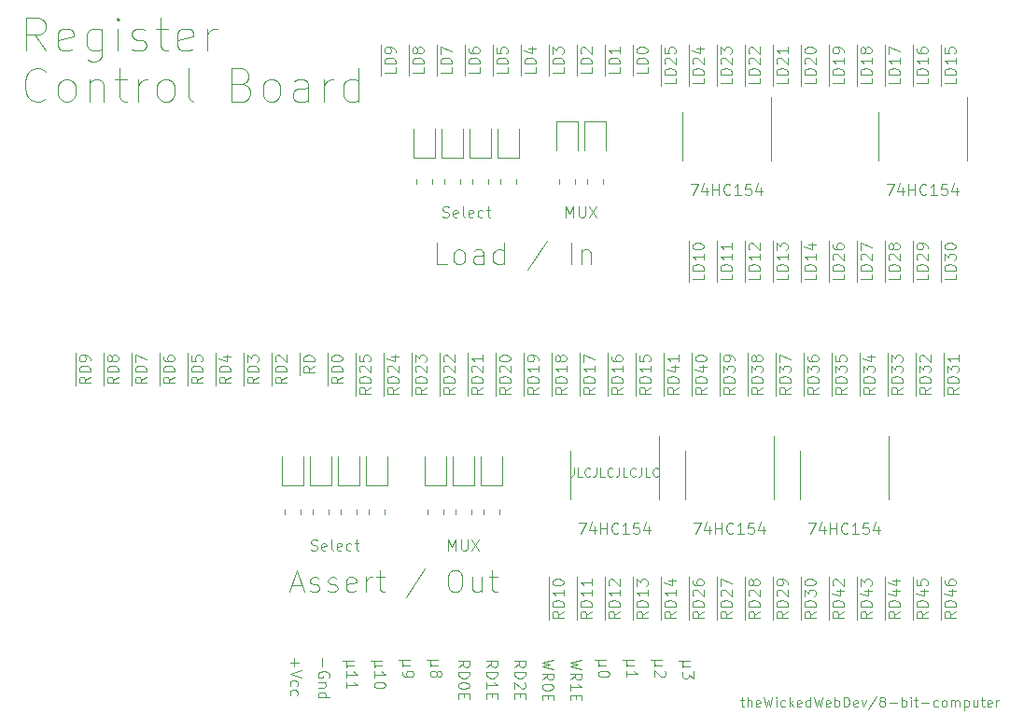
<source format=gbr>
%TF.GenerationSoftware,KiCad,Pcbnew,(5.1.10-1-10_14)*%
%TF.CreationDate,2021-11-23T11:12:12-05:00*%
%TF.ProjectId,control-unit,636f6e74-726f-46c2-9d75-6e69742e6b69,rev?*%
%TF.SameCoordinates,Original*%
%TF.FileFunction,Legend,Top*%
%TF.FilePolarity,Positive*%
%FSLAX46Y46*%
G04 Gerber Fmt 4.6, Leading zero omitted, Abs format (unit mm)*
G04 Created by KiCad (PCBNEW (5.1.10-1-10_14)) date 2021-11-23 11:12:12*
%MOMM*%
%LPD*%
G01*
G04 APERTURE LIST*
%ADD10C,0.100000*%
%ADD11C,0.120000*%
G04 APERTURE END LIST*
D10*
X198286000Y-114713761D02*
X198286000Y-113713761D01*
X199588380Y-113904238D02*
X199112190Y-114237571D01*
X199588380Y-114475666D02*
X198588380Y-114475666D01*
X198588380Y-114094714D01*
X198636000Y-113999476D01*
X198683619Y-113951857D01*
X198778857Y-113904238D01*
X198921714Y-113904238D01*
X199016952Y-113951857D01*
X199064571Y-113999476D01*
X199112190Y-114094714D01*
X199112190Y-114475666D01*
X198286000Y-113713761D02*
X198286000Y-112713761D01*
X199588380Y-113475666D02*
X198588380Y-113475666D01*
X198588380Y-113237571D01*
X198636000Y-113094714D01*
X198731238Y-112999476D01*
X198826476Y-112951857D01*
X199016952Y-112904238D01*
X199159809Y-112904238D01*
X199350285Y-112951857D01*
X199445523Y-112999476D01*
X199540761Y-113094714D01*
X199588380Y-113237571D01*
X199588380Y-113475666D01*
X198286000Y-112713761D02*
X198286000Y-111761380D01*
X198921714Y-112047095D02*
X199588380Y-112047095D01*
X198540761Y-112285190D02*
X199255047Y-112523285D01*
X199255047Y-111904238D01*
X198286000Y-111761380D02*
X198286000Y-110809000D01*
X198588380Y-111094714D02*
X198588380Y-111285190D01*
X198636000Y-111380428D01*
X198683619Y-111428047D01*
X198826476Y-111523285D01*
X199016952Y-111570904D01*
X199397904Y-111570904D01*
X199493142Y-111523285D01*
X199540761Y-111475666D01*
X199588380Y-111380428D01*
X199588380Y-111189952D01*
X199540761Y-111094714D01*
X199493142Y-111047095D01*
X199397904Y-110999476D01*
X199159809Y-110999476D01*
X199064571Y-111047095D01*
X199016952Y-111094714D01*
X198969333Y-111189952D01*
X198969333Y-111380428D01*
X199016952Y-111475666D01*
X199064571Y-111523285D01*
X199159809Y-111570904D01*
X195746000Y-114713761D02*
X195746000Y-113713761D01*
X197048380Y-113904238D02*
X196572190Y-114237571D01*
X197048380Y-114475666D02*
X196048380Y-114475666D01*
X196048380Y-114094714D01*
X196096000Y-113999476D01*
X196143619Y-113951857D01*
X196238857Y-113904238D01*
X196381714Y-113904238D01*
X196476952Y-113951857D01*
X196524571Y-113999476D01*
X196572190Y-114094714D01*
X196572190Y-114475666D01*
X195746000Y-113713761D02*
X195746000Y-112713761D01*
X197048380Y-113475666D02*
X196048380Y-113475666D01*
X196048380Y-113237571D01*
X196096000Y-113094714D01*
X196191238Y-112999476D01*
X196286476Y-112951857D01*
X196476952Y-112904238D01*
X196619809Y-112904238D01*
X196810285Y-112951857D01*
X196905523Y-112999476D01*
X197000761Y-113094714D01*
X197048380Y-113237571D01*
X197048380Y-113475666D01*
X195746000Y-112713761D02*
X195746000Y-111761380D01*
X196381714Y-112047095D02*
X197048380Y-112047095D01*
X196000761Y-112285190D02*
X196715047Y-112523285D01*
X196715047Y-111904238D01*
X195746000Y-111761380D02*
X195746000Y-110809000D01*
X196048380Y-111047095D02*
X196048380Y-111523285D01*
X196524571Y-111570904D01*
X196476952Y-111523285D01*
X196429333Y-111428047D01*
X196429333Y-111189952D01*
X196476952Y-111094714D01*
X196524571Y-111047095D01*
X196619809Y-110999476D01*
X196857904Y-110999476D01*
X196953142Y-111047095D01*
X197000761Y-111094714D01*
X197048380Y-111189952D01*
X197048380Y-111428047D01*
X197000761Y-111523285D01*
X196953142Y-111570904D01*
X193206000Y-114713761D02*
X193206000Y-113713761D01*
X194508380Y-113904238D02*
X194032190Y-114237571D01*
X194508380Y-114475666D02*
X193508380Y-114475666D01*
X193508380Y-114094714D01*
X193556000Y-113999476D01*
X193603619Y-113951857D01*
X193698857Y-113904238D01*
X193841714Y-113904238D01*
X193936952Y-113951857D01*
X193984571Y-113999476D01*
X194032190Y-114094714D01*
X194032190Y-114475666D01*
X193206000Y-113713761D02*
X193206000Y-112713761D01*
X194508380Y-113475666D02*
X193508380Y-113475666D01*
X193508380Y-113237571D01*
X193556000Y-113094714D01*
X193651238Y-112999476D01*
X193746476Y-112951857D01*
X193936952Y-112904238D01*
X194079809Y-112904238D01*
X194270285Y-112951857D01*
X194365523Y-112999476D01*
X194460761Y-113094714D01*
X194508380Y-113237571D01*
X194508380Y-113475666D01*
X193206000Y-112713761D02*
X193206000Y-111761380D01*
X193841714Y-112047095D02*
X194508380Y-112047095D01*
X193460761Y-112285190D02*
X194175047Y-112523285D01*
X194175047Y-111904238D01*
X193206000Y-111761380D02*
X193206000Y-110809000D01*
X193841714Y-111094714D02*
X194508380Y-111094714D01*
X193460761Y-111332809D02*
X194175047Y-111570904D01*
X194175047Y-110951857D01*
X190666000Y-114713761D02*
X190666000Y-113713761D01*
X191968380Y-113904238D02*
X191492190Y-114237571D01*
X191968380Y-114475666D02*
X190968380Y-114475666D01*
X190968380Y-114094714D01*
X191016000Y-113999476D01*
X191063619Y-113951857D01*
X191158857Y-113904238D01*
X191301714Y-113904238D01*
X191396952Y-113951857D01*
X191444571Y-113999476D01*
X191492190Y-114094714D01*
X191492190Y-114475666D01*
X190666000Y-113713761D02*
X190666000Y-112713761D01*
X191968380Y-113475666D02*
X190968380Y-113475666D01*
X190968380Y-113237571D01*
X191016000Y-113094714D01*
X191111238Y-112999476D01*
X191206476Y-112951857D01*
X191396952Y-112904238D01*
X191539809Y-112904238D01*
X191730285Y-112951857D01*
X191825523Y-112999476D01*
X191920761Y-113094714D01*
X191968380Y-113237571D01*
X191968380Y-113475666D01*
X190666000Y-112713761D02*
X190666000Y-111761380D01*
X191301714Y-112047095D02*
X191968380Y-112047095D01*
X190920761Y-112285190D02*
X191635047Y-112523285D01*
X191635047Y-111904238D01*
X190666000Y-111761380D02*
X190666000Y-110809000D01*
X190968380Y-111618523D02*
X190968380Y-110999476D01*
X191349333Y-111332809D01*
X191349333Y-111189952D01*
X191396952Y-111094714D01*
X191444571Y-111047095D01*
X191539809Y-110999476D01*
X191777904Y-110999476D01*
X191873142Y-111047095D01*
X191920761Y-111094714D01*
X191968380Y-111189952D01*
X191968380Y-111475666D01*
X191920761Y-111570904D01*
X191873142Y-111618523D01*
X188126000Y-114713761D02*
X188126000Y-113713761D01*
X189428380Y-113904238D02*
X188952190Y-114237571D01*
X189428380Y-114475666D02*
X188428380Y-114475666D01*
X188428380Y-114094714D01*
X188476000Y-113999476D01*
X188523619Y-113951857D01*
X188618857Y-113904238D01*
X188761714Y-113904238D01*
X188856952Y-113951857D01*
X188904571Y-113999476D01*
X188952190Y-114094714D01*
X188952190Y-114475666D01*
X188126000Y-113713761D02*
X188126000Y-112713761D01*
X189428380Y-113475666D02*
X188428380Y-113475666D01*
X188428380Y-113237571D01*
X188476000Y-113094714D01*
X188571238Y-112999476D01*
X188666476Y-112951857D01*
X188856952Y-112904238D01*
X188999809Y-112904238D01*
X189190285Y-112951857D01*
X189285523Y-112999476D01*
X189380761Y-113094714D01*
X189428380Y-113237571D01*
X189428380Y-113475666D01*
X188126000Y-112713761D02*
X188126000Y-111761380D01*
X188761714Y-112047095D02*
X189428380Y-112047095D01*
X188380761Y-112285190D02*
X189095047Y-112523285D01*
X189095047Y-111904238D01*
X188126000Y-111761380D02*
X188126000Y-110809000D01*
X188523619Y-111570904D02*
X188476000Y-111523285D01*
X188428380Y-111428047D01*
X188428380Y-111189952D01*
X188476000Y-111094714D01*
X188523619Y-111047095D01*
X188618857Y-110999476D01*
X188714095Y-110999476D01*
X188856952Y-111047095D01*
X189428380Y-111618523D01*
X189428380Y-110999476D01*
X185586000Y-114713761D02*
X185586000Y-113713761D01*
X186888380Y-113904238D02*
X186412190Y-114237571D01*
X186888380Y-114475666D02*
X185888380Y-114475666D01*
X185888380Y-114094714D01*
X185936000Y-113999476D01*
X185983619Y-113951857D01*
X186078857Y-113904238D01*
X186221714Y-113904238D01*
X186316952Y-113951857D01*
X186364571Y-113999476D01*
X186412190Y-114094714D01*
X186412190Y-114475666D01*
X185586000Y-113713761D02*
X185586000Y-112713761D01*
X186888380Y-113475666D02*
X185888380Y-113475666D01*
X185888380Y-113237571D01*
X185936000Y-113094714D01*
X186031238Y-112999476D01*
X186126476Y-112951857D01*
X186316952Y-112904238D01*
X186459809Y-112904238D01*
X186650285Y-112951857D01*
X186745523Y-112999476D01*
X186840761Y-113094714D01*
X186888380Y-113237571D01*
X186888380Y-113475666D01*
X185586000Y-112713761D02*
X185586000Y-111761380D01*
X185888380Y-112570904D02*
X185888380Y-111951857D01*
X186269333Y-112285190D01*
X186269333Y-112142333D01*
X186316952Y-112047095D01*
X186364571Y-111999476D01*
X186459809Y-111951857D01*
X186697904Y-111951857D01*
X186793142Y-111999476D01*
X186840761Y-112047095D01*
X186888380Y-112142333D01*
X186888380Y-112428047D01*
X186840761Y-112523285D01*
X186793142Y-112570904D01*
X185586000Y-111761380D02*
X185586000Y-110809000D01*
X185888380Y-111332809D02*
X185888380Y-111237571D01*
X185936000Y-111142333D01*
X185983619Y-111094714D01*
X186078857Y-111047095D01*
X186269333Y-110999476D01*
X186507428Y-110999476D01*
X186697904Y-111047095D01*
X186793142Y-111094714D01*
X186840761Y-111142333D01*
X186888380Y-111237571D01*
X186888380Y-111332809D01*
X186840761Y-111428047D01*
X186793142Y-111475666D01*
X186697904Y-111523285D01*
X186507428Y-111570904D01*
X186269333Y-111570904D01*
X186078857Y-111523285D01*
X185983619Y-111475666D01*
X185936000Y-111428047D01*
X185888380Y-111332809D01*
X183046000Y-114713761D02*
X183046000Y-113713761D01*
X184348380Y-113904238D02*
X183872190Y-114237571D01*
X184348380Y-114475666D02*
X183348380Y-114475666D01*
X183348380Y-114094714D01*
X183396000Y-113999476D01*
X183443619Y-113951857D01*
X183538857Y-113904238D01*
X183681714Y-113904238D01*
X183776952Y-113951857D01*
X183824571Y-113999476D01*
X183872190Y-114094714D01*
X183872190Y-114475666D01*
X183046000Y-113713761D02*
X183046000Y-112713761D01*
X184348380Y-113475666D02*
X183348380Y-113475666D01*
X183348380Y-113237571D01*
X183396000Y-113094714D01*
X183491238Y-112999476D01*
X183586476Y-112951857D01*
X183776952Y-112904238D01*
X183919809Y-112904238D01*
X184110285Y-112951857D01*
X184205523Y-112999476D01*
X184300761Y-113094714D01*
X184348380Y-113237571D01*
X184348380Y-113475666D01*
X183046000Y-112713761D02*
X183046000Y-111761380D01*
X183443619Y-112523285D02*
X183396000Y-112475666D01*
X183348380Y-112380428D01*
X183348380Y-112142333D01*
X183396000Y-112047095D01*
X183443619Y-111999476D01*
X183538857Y-111951857D01*
X183634095Y-111951857D01*
X183776952Y-111999476D01*
X184348380Y-112570904D01*
X184348380Y-111951857D01*
X183046000Y-111761380D02*
X183046000Y-110809000D01*
X184348380Y-111475666D02*
X184348380Y-111285190D01*
X184300761Y-111189952D01*
X184253142Y-111142333D01*
X184110285Y-111047095D01*
X183919809Y-110999476D01*
X183538857Y-110999476D01*
X183443619Y-111047095D01*
X183396000Y-111094714D01*
X183348380Y-111189952D01*
X183348380Y-111380428D01*
X183396000Y-111475666D01*
X183443619Y-111523285D01*
X183538857Y-111570904D01*
X183776952Y-111570904D01*
X183872190Y-111523285D01*
X183919809Y-111475666D01*
X183967428Y-111380428D01*
X183967428Y-111189952D01*
X183919809Y-111094714D01*
X183872190Y-111047095D01*
X183776952Y-110999476D01*
X180506000Y-114713761D02*
X180506000Y-113713761D01*
X181808380Y-113904238D02*
X181332190Y-114237571D01*
X181808380Y-114475666D02*
X180808380Y-114475666D01*
X180808380Y-114094714D01*
X180856000Y-113999476D01*
X180903619Y-113951857D01*
X180998857Y-113904238D01*
X181141714Y-113904238D01*
X181236952Y-113951857D01*
X181284571Y-113999476D01*
X181332190Y-114094714D01*
X181332190Y-114475666D01*
X180506000Y-113713761D02*
X180506000Y-112713761D01*
X181808380Y-113475666D02*
X180808380Y-113475666D01*
X180808380Y-113237571D01*
X180856000Y-113094714D01*
X180951238Y-112999476D01*
X181046476Y-112951857D01*
X181236952Y-112904238D01*
X181379809Y-112904238D01*
X181570285Y-112951857D01*
X181665523Y-112999476D01*
X181760761Y-113094714D01*
X181808380Y-113237571D01*
X181808380Y-113475666D01*
X180506000Y-112713761D02*
X180506000Y-111761380D01*
X180903619Y-112523285D02*
X180856000Y-112475666D01*
X180808380Y-112380428D01*
X180808380Y-112142333D01*
X180856000Y-112047095D01*
X180903619Y-111999476D01*
X180998857Y-111951857D01*
X181094095Y-111951857D01*
X181236952Y-111999476D01*
X181808380Y-112570904D01*
X181808380Y-111951857D01*
X180506000Y-111761380D02*
X180506000Y-110809000D01*
X181236952Y-111380428D02*
X181189333Y-111475666D01*
X181141714Y-111523285D01*
X181046476Y-111570904D01*
X180998857Y-111570904D01*
X180903619Y-111523285D01*
X180856000Y-111475666D01*
X180808380Y-111380428D01*
X180808380Y-111189952D01*
X180856000Y-111094714D01*
X180903619Y-111047095D01*
X180998857Y-110999476D01*
X181046476Y-110999476D01*
X181141714Y-111047095D01*
X181189333Y-111094714D01*
X181236952Y-111189952D01*
X181236952Y-111380428D01*
X181284571Y-111475666D01*
X181332190Y-111523285D01*
X181427428Y-111570904D01*
X181617904Y-111570904D01*
X181713142Y-111523285D01*
X181760761Y-111475666D01*
X181808380Y-111380428D01*
X181808380Y-111189952D01*
X181760761Y-111094714D01*
X181713142Y-111047095D01*
X181617904Y-110999476D01*
X181427428Y-110999476D01*
X181332190Y-111047095D01*
X181284571Y-111094714D01*
X181236952Y-111189952D01*
X177966000Y-114713761D02*
X177966000Y-113713761D01*
X179268380Y-113904238D02*
X178792190Y-114237571D01*
X179268380Y-114475666D02*
X178268380Y-114475666D01*
X178268380Y-114094714D01*
X178316000Y-113999476D01*
X178363619Y-113951857D01*
X178458857Y-113904238D01*
X178601714Y-113904238D01*
X178696952Y-113951857D01*
X178744571Y-113999476D01*
X178792190Y-114094714D01*
X178792190Y-114475666D01*
X177966000Y-113713761D02*
X177966000Y-112713761D01*
X179268380Y-113475666D02*
X178268380Y-113475666D01*
X178268380Y-113237571D01*
X178316000Y-113094714D01*
X178411238Y-112999476D01*
X178506476Y-112951857D01*
X178696952Y-112904238D01*
X178839809Y-112904238D01*
X179030285Y-112951857D01*
X179125523Y-112999476D01*
X179220761Y-113094714D01*
X179268380Y-113237571D01*
X179268380Y-113475666D01*
X177966000Y-112713761D02*
X177966000Y-111761380D01*
X178363619Y-112523285D02*
X178316000Y-112475666D01*
X178268380Y-112380428D01*
X178268380Y-112142333D01*
X178316000Y-112047095D01*
X178363619Y-111999476D01*
X178458857Y-111951857D01*
X178554095Y-111951857D01*
X178696952Y-111999476D01*
X179268380Y-112570904D01*
X179268380Y-111951857D01*
X177966000Y-111761380D02*
X177966000Y-110809000D01*
X178268380Y-111618523D02*
X178268380Y-110951857D01*
X179268380Y-111380428D01*
X175426000Y-114713761D02*
X175426000Y-113713761D01*
X176728380Y-113904238D02*
X176252190Y-114237571D01*
X176728380Y-114475666D02*
X175728380Y-114475666D01*
X175728380Y-114094714D01*
X175776000Y-113999476D01*
X175823619Y-113951857D01*
X175918857Y-113904238D01*
X176061714Y-113904238D01*
X176156952Y-113951857D01*
X176204571Y-113999476D01*
X176252190Y-114094714D01*
X176252190Y-114475666D01*
X175426000Y-113713761D02*
X175426000Y-112713761D01*
X176728380Y-113475666D02*
X175728380Y-113475666D01*
X175728380Y-113237571D01*
X175776000Y-113094714D01*
X175871238Y-112999476D01*
X175966476Y-112951857D01*
X176156952Y-112904238D01*
X176299809Y-112904238D01*
X176490285Y-112951857D01*
X176585523Y-112999476D01*
X176680761Y-113094714D01*
X176728380Y-113237571D01*
X176728380Y-113475666D01*
X175426000Y-112713761D02*
X175426000Y-111761380D01*
X175823619Y-112523285D02*
X175776000Y-112475666D01*
X175728380Y-112380428D01*
X175728380Y-112142333D01*
X175776000Y-112047095D01*
X175823619Y-111999476D01*
X175918857Y-111951857D01*
X176014095Y-111951857D01*
X176156952Y-111999476D01*
X176728380Y-112570904D01*
X176728380Y-111951857D01*
X175426000Y-111761380D02*
X175426000Y-110809000D01*
X175728380Y-111094714D02*
X175728380Y-111285190D01*
X175776000Y-111380428D01*
X175823619Y-111428047D01*
X175966476Y-111523285D01*
X176156952Y-111570904D01*
X176537904Y-111570904D01*
X176633142Y-111523285D01*
X176680761Y-111475666D01*
X176728380Y-111380428D01*
X176728380Y-111189952D01*
X176680761Y-111094714D01*
X176633142Y-111047095D01*
X176537904Y-110999476D01*
X176299809Y-110999476D01*
X176204571Y-111047095D01*
X176156952Y-111094714D01*
X176109333Y-111189952D01*
X176109333Y-111380428D01*
X176156952Y-111475666D01*
X176204571Y-111523285D01*
X176299809Y-111570904D01*
X172886000Y-114713761D02*
X172886000Y-113713761D01*
X174188380Y-113904238D02*
X173712190Y-114237571D01*
X174188380Y-114475666D02*
X173188380Y-114475666D01*
X173188380Y-114094714D01*
X173236000Y-113999476D01*
X173283619Y-113951857D01*
X173378857Y-113904238D01*
X173521714Y-113904238D01*
X173616952Y-113951857D01*
X173664571Y-113999476D01*
X173712190Y-114094714D01*
X173712190Y-114475666D01*
X172886000Y-113713761D02*
X172886000Y-112713761D01*
X174188380Y-113475666D02*
X173188380Y-113475666D01*
X173188380Y-113237571D01*
X173236000Y-113094714D01*
X173331238Y-112999476D01*
X173426476Y-112951857D01*
X173616952Y-112904238D01*
X173759809Y-112904238D01*
X173950285Y-112951857D01*
X174045523Y-112999476D01*
X174140761Y-113094714D01*
X174188380Y-113237571D01*
X174188380Y-113475666D01*
X172886000Y-112713761D02*
X172886000Y-111761380D01*
X174188380Y-111951857D02*
X174188380Y-112523285D01*
X174188380Y-112237571D02*
X173188380Y-112237571D01*
X173331238Y-112332809D01*
X173426476Y-112428047D01*
X173474095Y-112523285D01*
X172886000Y-111761380D02*
X172886000Y-110809000D01*
X173521714Y-111094714D02*
X174188380Y-111094714D01*
X173140761Y-111332809D02*
X173855047Y-111570904D01*
X173855047Y-110951857D01*
X170346000Y-114713761D02*
X170346000Y-113713761D01*
X171648380Y-113904238D02*
X171172190Y-114237571D01*
X171648380Y-114475666D02*
X170648380Y-114475666D01*
X170648380Y-114094714D01*
X170696000Y-113999476D01*
X170743619Y-113951857D01*
X170838857Y-113904238D01*
X170981714Y-113904238D01*
X171076952Y-113951857D01*
X171124571Y-113999476D01*
X171172190Y-114094714D01*
X171172190Y-114475666D01*
X170346000Y-113713761D02*
X170346000Y-112713761D01*
X171648380Y-113475666D02*
X170648380Y-113475666D01*
X170648380Y-113237571D01*
X170696000Y-113094714D01*
X170791238Y-112999476D01*
X170886476Y-112951857D01*
X171076952Y-112904238D01*
X171219809Y-112904238D01*
X171410285Y-112951857D01*
X171505523Y-112999476D01*
X171600761Y-113094714D01*
X171648380Y-113237571D01*
X171648380Y-113475666D01*
X170346000Y-112713761D02*
X170346000Y-111761380D01*
X171648380Y-111951857D02*
X171648380Y-112523285D01*
X171648380Y-112237571D02*
X170648380Y-112237571D01*
X170791238Y-112332809D01*
X170886476Y-112428047D01*
X170934095Y-112523285D01*
X170346000Y-111761380D02*
X170346000Y-110809000D01*
X170648380Y-111618523D02*
X170648380Y-110999476D01*
X171029333Y-111332809D01*
X171029333Y-111189952D01*
X171076952Y-111094714D01*
X171124571Y-111047095D01*
X171219809Y-110999476D01*
X171457904Y-110999476D01*
X171553142Y-111047095D01*
X171600761Y-111094714D01*
X171648380Y-111189952D01*
X171648380Y-111475666D01*
X171600761Y-111570904D01*
X171553142Y-111618523D01*
X167806000Y-114713761D02*
X167806000Y-113713761D01*
X169108380Y-113904238D02*
X168632190Y-114237571D01*
X169108380Y-114475666D02*
X168108380Y-114475666D01*
X168108380Y-114094714D01*
X168156000Y-113999476D01*
X168203619Y-113951857D01*
X168298857Y-113904238D01*
X168441714Y-113904238D01*
X168536952Y-113951857D01*
X168584571Y-113999476D01*
X168632190Y-114094714D01*
X168632190Y-114475666D01*
X167806000Y-113713761D02*
X167806000Y-112713761D01*
X169108380Y-113475666D02*
X168108380Y-113475666D01*
X168108380Y-113237571D01*
X168156000Y-113094714D01*
X168251238Y-112999476D01*
X168346476Y-112951857D01*
X168536952Y-112904238D01*
X168679809Y-112904238D01*
X168870285Y-112951857D01*
X168965523Y-112999476D01*
X169060761Y-113094714D01*
X169108380Y-113237571D01*
X169108380Y-113475666D01*
X167806000Y-112713761D02*
X167806000Y-111761380D01*
X169108380Y-111951857D02*
X169108380Y-112523285D01*
X169108380Y-112237571D02*
X168108380Y-112237571D01*
X168251238Y-112332809D01*
X168346476Y-112428047D01*
X168394095Y-112523285D01*
X167806000Y-111761380D02*
X167806000Y-110809000D01*
X168203619Y-111570904D02*
X168156000Y-111523285D01*
X168108380Y-111428047D01*
X168108380Y-111189952D01*
X168156000Y-111094714D01*
X168203619Y-111047095D01*
X168298857Y-110999476D01*
X168394095Y-110999476D01*
X168536952Y-111047095D01*
X169108380Y-111618523D01*
X169108380Y-110999476D01*
X165266000Y-114713761D02*
X165266000Y-113713761D01*
X166568380Y-113904238D02*
X166092190Y-114237571D01*
X166568380Y-114475666D02*
X165568380Y-114475666D01*
X165568380Y-114094714D01*
X165616000Y-113999476D01*
X165663619Y-113951857D01*
X165758857Y-113904238D01*
X165901714Y-113904238D01*
X165996952Y-113951857D01*
X166044571Y-113999476D01*
X166092190Y-114094714D01*
X166092190Y-114475666D01*
X165266000Y-113713761D02*
X165266000Y-112713761D01*
X166568380Y-113475666D02*
X165568380Y-113475666D01*
X165568380Y-113237571D01*
X165616000Y-113094714D01*
X165711238Y-112999476D01*
X165806476Y-112951857D01*
X165996952Y-112904238D01*
X166139809Y-112904238D01*
X166330285Y-112951857D01*
X166425523Y-112999476D01*
X166520761Y-113094714D01*
X166568380Y-113237571D01*
X166568380Y-113475666D01*
X165266000Y-112713761D02*
X165266000Y-111761380D01*
X166568380Y-111951857D02*
X166568380Y-112523285D01*
X166568380Y-112237571D02*
X165568380Y-112237571D01*
X165711238Y-112332809D01*
X165806476Y-112428047D01*
X165854095Y-112523285D01*
X165266000Y-111761380D02*
X165266000Y-110809000D01*
X166568380Y-110999476D02*
X166568380Y-111570904D01*
X166568380Y-111285190D02*
X165568380Y-111285190D01*
X165711238Y-111380428D01*
X165806476Y-111475666D01*
X165854095Y-111570904D01*
X162726000Y-114713761D02*
X162726000Y-113713761D01*
X164028380Y-113904238D02*
X163552190Y-114237571D01*
X164028380Y-114475666D02*
X163028380Y-114475666D01*
X163028380Y-114094714D01*
X163076000Y-113999476D01*
X163123619Y-113951857D01*
X163218857Y-113904238D01*
X163361714Y-113904238D01*
X163456952Y-113951857D01*
X163504571Y-113999476D01*
X163552190Y-114094714D01*
X163552190Y-114475666D01*
X162726000Y-113713761D02*
X162726000Y-112713761D01*
X164028380Y-113475666D02*
X163028380Y-113475666D01*
X163028380Y-113237571D01*
X163076000Y-113094714D01*
X163171238Y-112999476D01*
X163266476Y-112951857D01*
X163456952Y-112904238D01*
X163599809Y-112904238D01*
X163790285Y-112951857D01*
X163885523Y-112999476D01*
X163980761Y-113094714D01*
X164028380Y-113237571D01*
X164028380Y-113475666D01*
X162726000Y-112713761D02*
X162726000Y-111761380D01*
X164028380Y-111951857D02*
X164028380Y-112523285D01*
X164028380Y-112237571D02*
X163028380Y-112237571D01*
X163171238Y-112332809D01*
X163266476Y-112428047D01*
X163314095Y-112523285D01*
X162726000Y-111761380D02*
X162726000Y-110809000D01*
X163028380Y-111332809D02*
X163028380Y-111237571D01*
X163076000Y-111142333D01*
X163123619Y-111094714D01*
X163218857Y-111047095D01*
X163409333Y-110999476D01*
X163647428Y-110999476D01*
X163837904Y-111047095D01*
X163933142Y-111094714D01*
X163980761Y-111142333D01*
X164028380Y-111237571D01*
X164028380Y-111332809D01*
X163980761Y-111428047D01*
X163933142Y-111475666D01*
X163837904Y-111523285D01*
X163647428Y-111570904D01*
X163409333Y-111570904D01*
X163218857Y-111523285D01*
X163123619Y-111475666D01*
X163076000Y-111428047D01*
X163028380Y-111332809D01*
X198540000Y-94393761D02*
X198540000Y-93393761D01*
X199842380Y-93584238D02*
X199366190Y-93917571D01*
X199842380Y-94155666D02*
X198842380Y-94155666D01*
X198842380Y-93774714D01*
X198890000Y-93679476D01*
X198937619Y-93631857D01*
X199032857Y-93584238D01*
X199175714Y-93584238D01*
X199270952Y-93631857D01*
X199318571Y-93679476D01*
X199366190Y-93774714D01*
X199366190Y-94155666D01*
X198540000Y-93393761D02*
X198540000Y-92393761D01*
X199842380Y-93155666D02*
X198842380Y-93155666D01*
X198842380Y-92917571D01*
X198890000Y-92774714D01*
X198985238Y-92679476D01*
X199080476Y-92631857D01*
X199270952Y-92584238D01*
X199413809Y-92584238D01*
X199604285Y-92631857D01*
X199699523Y-92679476D01*
X199794761Y-92774714D01*
X199842380Y-92917571D01*
X199842380Y-93155666D01*
X198540000Y-92393761D02*
X198540000Y-91441380D01*
X198842380Y-92250904D02*
X198842380Y-91631857D01*
X199223333Y-91965190D01*
X199223333Y-91822333D01*
X199270952Y-91727095D01*
X199318571Y-91679476D01*
X199413809Y-91631857D01*
X199651904Y-91631857D01*
X199747142Y-91679476D01*
X199794761Y-91727095D01*
X199842380Y-91822333D01*
X199842380Y-92108047D01*
X199794761Y-92203285D01*
X199747142Y-92250904D01*
X198540000Y-91441380D02*
X198540000Y-90489000D01*
X199842380Y-90679476D02*
X199842380Y-91250904D01*
X199842380Y-90965190D02*
X198842380Y-90965190D01*
X198985238Y-91060428D01*
X199080476Y-91155666D01*
X199128095Y-91250904D01*
X196000000Y-94393761D02*
X196000000Y-93393761D01*
X197302380Y-93584238D02*
X196826190Y-93917571D01*
X197302380Y-94155666D02*
X196302380Y-94155666D01*
X196302380Y-93774714D01*
X196350000Y-93679476D01*
X196397619Y-93631857D01*
X196492857Y-93584238D01*
X196635714Y-93584238D01*
X196730952Y-93631857D01*
X196778571Y-93679476D01*
X196826190Y-93774714D01*
X196826190Y-94155666D01*
X196000000Y-93393761D02*
X196000000Y-92393761D01*
X197302380Y-93155666D02*
X196302380Y-93155666D01*
X196302380Y-92917571D01*
X196350000Y-92774714D01*
X196445238Y-92679476D01*
X196540476Y-92631857D01*
X196730952Y-92584238D01*
X196873809Y-92584238D01*
X197064285Y-92631857D01*
X197159523Y-92679476D01*
X197254761Y-92774714D01*
X197302380Y-92917571D01*
X197302380Y-93155666D01*
X196000000Y-92393761D02*
X196000000Y-91441380D01*
X196302380Y-92250904D02*
X196302380Y-91631857D01*
X196683333Y-91965190D01*
X196683333Y-91822333D01*
X196730952Y-91727095D01*
X196778571Y-91679476D01*
X196873809Y-91631857D01*
X197111904Y-91631857D01*
X197207142Y-91679476D01*
X197254761Y-91727095D01*
X197302380Y-91822333D01*
X197302380Y-92108047D01*
X197254761Y-92203285D01*
X197207142Y-92250904D01*
X196000000Y-91441380D02*
X196000000Y-90489000D01*
X196397619Y-91250904D02*
X196350000Y-91203285D01*
X196302380Y-91108047D01*
X196302380Y-90869952D01*
X196350000Y-90774714D01*
X196397619Y-90727095D01*
X196492857Y-90679476D01*
X196588095Y-90679476D01*
X196730952Y-90727095D01*
X197302380Y-91298523D01*
X197302380Y-90679476D01*
X193460000Y-94393761D02*
X193460000Y-93393761D01*
X194762380Y-93584238D02*
X194286190Y-93917571D01*
X194762380Y-94155666D02*
X193762380Y-94155666D01*
X193762380Y-93774714D01*
X193810000Y-93679476D01*
X193857619Y-93631857D01*
X193952857Y-93584238D01*
X194095714Y-93584238D01*
X194190952Y-93631857D01*
X194238571Y-93679476D01*
X194286190Y-93774714D01*
X194286190Y-94155666D01*
X193460000Y-93393761D02*
X193460000Y-92393761D01*
X194762380Y-93155666D02*
X193762380Y-93155666D01*
X193762380Y-92917571D01*
X193810000Y-92774714D01*
X193905238Y-92679476D01*
X194000476Y-92631857D01*
X194190952Y-92584238D01*
X194333809Y-92584238D01*
X194524285Y-92631857D01*
X194619523Y-92679476D01*
X194714761Y-92774714D01*
X194762380Y-92917571D01*
X194762380Y-93155666D01*
X193460000Y-92393761D02*
X193460000Y-91441380D01*
X193762380Y-92250904D02*
X193762380Y-91631857D01*
X194143333Y-91965190D01*
X194143333Y-91822333D01*
X194190952Y-91727095D01*
X194238571Y-91679476D01*
X194333809Y-91631857D01*
X194571904Y-91631857D01*
X194667142Y-91679476D01*
X194714761Y-91727095D01*
X194762380Y-91822333D01*
X194762380Y-92108047D01*
X194714761Y-92203285D01*
X194667142Y-92250904D01*
X193460000Y-91441380D02*
X193460000Y-90489000D01*
X193762380Y-91298523D02*
X193762380Y-90679476D01*
X194143333Y-91012809D01*
X194143333Y-90869952D01*
X194190952Y-90774714D01*
X194238571Y-90727095D01*
X194333809Y-90679476D01*
X194571904Y-90679476D01*
X194667142Y-90727095D01*
X194714761Y-90774714D01*
X194762380Y-90869952D01*
X194762380Y-91155666D01*
X194714761Y-91250904D01*
X194667142Y-91298523D01*
X190920000Y-94393761D02*
X190920000Y-93393761D01*
X192222380Y-93584238D02*
X191746190Y-93917571D01*
X192222380Y-94155666D02*
X191222380Y-94155666D01*
X191222380Y-93774714D01*
X191270000Y-93679476D01*
X191317619Y-93631857D01*
X191412857Y-93584238D01*
X191555714Y-93584238D01*
X191650952Y-93631857D01*
X191698571Y-93679476D01*
X191746190Y-93774714D01*
X191746190Y-94155666D01*
X190920000Y-93393761D02*
X190920000Y-92393761D01*
X192222380Y-93155666D02*
X191222380Y-93155666D01*
X191222380Y-92917571D01*
X191270000Y-92774714D01*
X191365238Y-92679476D01*
X191460476Y-92631857D01*
X191650952Y-92584238D01*
X191793809Y-92584238D01*
X191984285Y-92631857D01*
X192079523Y-92679476D01*
X192174761Y-92774714D01*
X192222380Y-92917571D01*
X192222380Y-93155666D01*
X190920000Y-92393761D02*
X190920000Y-91441380D01*
X191222380Y-92250904D02*
X191222380Y-91631857D01*
X191603333Y-91965190D01*
X191603333Y-91822333D01*
X191650952Y-91727095D01*
X191698571Y-91679476D01*
X191793809Y-91631857D01*
X192031904Y-91631857D01*
X192127142Y-91679476D01*
X192174761Y-91727095D01*
X192222380Y-91822333D01*
X192222380Y-92108047D01*
X192174761Y-92203285D01*
X192127142Y-92250904D01*
X190920000Y-91441380D02*
X190920000Y-90489000D01*
X191555714Y-90774714D02*
X192222380Y-90774714D01*
X191174761Y-91012809D02*
X191889047Y-91250904D01*
X191889047Y-90631857D01*
X188380000Y-94393761D02*
X188380000Y-93393761D01*
X189682380Y-93584238D02*
X189206190Y-93917571D01*
X189682380Y-94155666D02*
X188682380Y-94155666D01*
X188682380Y-93774714D01*
X188730000Y-93679476D01*
X188777619Y-93631857D01*
X188872857Y-93584238D01*
X189015714Y-93584238D01*
X189110952Y-93631857D01*
X189158571Y-93679476D01*
X189206190Y-93774714D01*
X189206190Y-94155666D01*
X188380000Y-93393761D02*
X188380000Y-92393761D01*
X189682380Y-93155666D02*
X188682380Y-93155666D01*
X188682380Y-92917571D01*
X188730000Y-92774714D01*
X188825238Y-92679476D01*
X188920476Y-92631857D01*
X189110952Y-92584238D01*
X189253809Y-92584238D01*
X189444285Y-92631857D01*
X189539523Y-92679476D01*
X189634761Y-92774714D01*
X189682380Y-92917571D01*
X189682380Y-93155666D01*
X188380000Y-92393761D02*
X188380000Y-91441380D01*
X188682380Y-92250904D02*
X188682380Y-91631857D01*
X189063333Y-91965190D01*
X189063333Y-91822333D01*
X189110952Y-91727095D01*
X189158571Y-91679476D01*
X189253809Y-91631857D01*
X189491904Y-91631857D01*
X189587142Y-91679476D01*
X189634761Y-91727095D01*
X189682380Y-91822333D01*
X189682380Y-92108047D01*
X189634761Y-92203285D01*
X189587142Y-92250904D01*
X188380000Y-91441380D02*
X188380000Y-90489000D01*
X188682380Y-90727095D02*
X188682380Y-91203285D01*
X189158571Y-91250904D01*
X189110952Y-91203285D01*
X189063333Y-91108047D01*
X189063333Y-90869952D01*
X189110952Y-90774714D01*
X189158571Y-90727095D01*
X189253809Y-90679476D01*
X189491904Y-90679476D01*
X189587142Y-90727095D01*
X189634761Y-90774714D01*
X189682380Y-90869952D01*
X189682380Y-91108047D01*
X189634761Y-91203285D01*
X189587142Y-91250904D01*
X185840000Y-94393761D02*
X185840000Y-93393761D01*
X187142380Y-93584238D02*
X186666190Y-93917571D01*
X187142380Y-94155666D02*
X186142380Y-94155666D01*
X186142380Y-93774714D01*
X186190000Y-93679476D01*
X186237619Y-93631857D01*
X186332857Y-93584238D01*
X186475714Y-93584238D01*
X186570952Y-93631857D01*
X186618571Y-93679476D01*
X186666190Y-93774714D01*
X186666190Y-94155666D01*
X185840000Y-93393761D02*
X185840000Y-92393761D01*
X187142380Y-93155666D02*
X186142380Y-93155666D01*
X186142380Y-92917571D01*
X186190000Y-92774714D01*
X186285238Y-92679476D01*
X186380476Y-92631857D01*
X186570952Y-92584238D01*
X186713809Y-92584238D01*
X186904285Y-92631857D01*
X186999523Y-92679476D01*
X187094761Y-92774714D01*
X187142380Y-92917571D01*
X187142380Y-93155666D01*
X185840000Y-92393761D02*
X185840000Y-91441380D01*
X186142380Y-92250904D02*
X186142380Y-91631857D01*
X186523333Y-91965190D01*
X186523333Y-91822333D01*
X186570952Y-91727095D01*
X186618571Y-91679476D01*
X186713809Y-91631857D01*
X186951904Y-91631857D01*
X187047142Y-91679476D01*
X187094761Y-91727095D01*
X187142380Y-91822333D01*
X187142380Y-92108047D01*
X187094761Y-92203285D01*
X187047142Y-92250904D01*
X185840000Y-91441380D02*
X185840000Y-90489000D01*
X186142380Y-90774714D02*
X186142380Y-90965190D01*
X186190000Y-91060428D01*
X186237619Y-91108047D01*
X186380476Y-91203285D01*
X186570952Y-91250904D01*
X186951904Y-91250904D01*
X187047142Y-91203285D01*
X187094761Y-91155666D01*
X187142380Y-91060428D01*
X187142380Y-90869952D01*
X187094761Y-90774714D01*
X187047142Y-90727095D01*
X186951904Y-90679476D01*
X186713809Y-90679476D01*
X186618571Y-90727095D01*
X186570952Y-90774714D01*
X186523333Y-90869952D01*
X186523333Y-91060428D01*
X186570952Y-91155666D01*
X186618571Y-91203285D01*
X186713809Y-91250904D01*
X183300000Y-94393761D02*
X183300000Y-93393761D01*
X184602380Y-93584238D02*
X184126190Y-93917571D01*
X184602380Y-94155666D02*
X183602380Y-94155666D01*
X183602380Y-93774714D01*
X183650000Y-93679476D01*
X183697619Y-93631857D01*
X183792857Y-93584238D01*
X183935714Y-93584238D01*
X184030952Y-93631857D01*
X184078571Y-93679476D01*
X184126190Y-93774714D01*
X184126190Y-94155666D01*
X183300000Y-93393761D02*
X183300000Y-92393761D01*
X184602380Y-93155666D02*
X183602380Y-93155666D01*
X183602380Y-92917571D01*
X183650000Y-92774714D01*
X183745238Y-92679476D01*
X183840476Y-92631857D01*
X184030952Y-92584238D01*
X184173809Y-92584238D01*
X184364285Y-92631857D01*
X184459523Y-92679476D01*
X184554761Y-92774714D01*
X184602380Y-92917571D01*
X184602380Y-93155666D01*
X183300000Y-92393761D02*
X183300000Y-91441380D01*
X183602380Y-92250904D02*
X183602380Y-91631857D01*
X183983333Y-91965190D01*
X183983333Y-91822333D01*
X184030952Y-91727095D01*
X184078571Y-91679476D01*
X184173809Y-91631857D01*
X184411904Y-91631857D01*
X184507142Y-91679476D01*
X184554761Y-91727095D01*
X184602380Y-91822333D01*
X184602380Y-92108047D01*
X184554761Y-92203285D01*
X184507142Y-92250904D01*
X183300000Y-91441380D02*
X183300000Y-90489000D01*
X183602380Y-91298523D02*
X183602380Y-90631857D01*
X184602380Y-91060428D01*
X180760000Y-94393761D02*
X180760000Y-93393761D01*
X182062380Y-93584238D02*
X181586190Y-93917571D01*
X182062380Y-94155666D02*
X181062380Y-94155666D01*
X181062380Y-93774714D01*
X181110000Y-93679476D01*
X181157619Y-93631857D01*
X181252857Y-93584238D01*
X181395714Y-93584238D01*
X181490952Y-93631857D01*
X181538571Y-93679476D01*
X181586190Y-93774714D01*
X181586190Y-94155666D01*
X180760000Y-93393761D02*
X180760000Y-92393761D01*
X182062380Y-93155666D02*
X181062380Y-93155666D01*
X181062380Y-92917571D01*
X181110000Y-92774714D01*
X181205238Y-92679476D01*
X181300476Y-92631857D01*
X181490952Y-92584238D01*
X181633809Y-92584238D01*
X181824285Y-92631857D01*
X181919523Y-92679476D01*
X182014761Y-92774714D01*
X182062380Y-92917571D01*
X182062380Y-93155666D01*
X180760000Y-92393761D02*
X180760000Y-91441380D01*
X181062380Y-92250904D02*
X181062380Y-91631857D01*
X181443333Y-91965190D01*
X181443333Y-91822333D01*
X181490952Y-91727095D01*
X181538571Y-91679476D01*
X181633809Y-91631857D01*
X181871904Y-91631857D01*
X181967142Y-91679476D01*
X182014761Y-91727095D01*
X182062380Y-91822333D01*
X182062380Y-92108047D01*
X182014761Y-92203285D01*
X181967142Y-92250904D01*
X180760000Y-91441380D02*
X180760000Y-90489000D01*
X181490952Y-91060428D02*
X181443333Y-91155666D01*
X181395714Y-91203285D01*
X181300476Y-91250904D01*
X181252857Y-91250904D01*
X181157619Y-91203285D01*
X181110000Y-91155666D01*
X181062380Y-91060428D01*
X181062380Y-90869952D01*
X181110000Y-90774714D01*
X181157619Y-90727095D01*
X181252857Y-90679476D01*
X181300476Y-90679476D01*
X181395714Y-90727095D01*
X181443333Y-90774714D01*
X181490952Y-90869952D01*
X181490952Y-91060428D01*
X181538571Y-91155666D01*
X181586190Y-91203285D01*
X181681428Y-91250904D01*
X181871904Y-91250904D01*
X181967142Y-91203285D01*
X182014761Y-91155666D01*
X182062380Y-91060428D01*
X182062380Y-90869952D01*
X182014761Y-90774714D01*
X181967142Y-90727095D01*
X181871904Y-90679476D01*
X181681428Y-90679476D01*
X181586190Y-90727095D01*
X181538571Y-90774714D01*
X181490952Y-90869952D01*
X178220000Y-94393761D02*
X178220000Y-93393761D01*
X179522380Y-93584238D02*
X179046190Y-93917571D01*
X179522380Y-94155666D02*
X178522380Y-94155666D01*
X178522380Y-93774714D01*
X178570000Y-93679476D01*
X178617619Y-93631857D01*
X178712857Y-93584238D01*
X178855714Y-93584238D01*
X178950952Y-93631857D01*
X178998571Y-93679476D01*
X179046190Y-93774714D01*
X179046190Y-94155666D01*
X178220000Y-93393761D02*
X178220000Y-92393761D01*
X179522380Y-93155666D02*
X178522380Y-93155666D01*
X178522380Y-92917571D01*
X178570000Y-92774714D01*
X178665238Y-92679476D01*
X178760476Y-92631857D01*
X178950952Y-92584238D01*
X179093809Y-92584238D01*
X179284285Y-92631857D01*
X179379523Y-92679476D01*
X179474761Y-92774714D01*
X179522380Y-92917571D01*
X179522380Y-93155666D01*
X178220000Y-92393761D02*
X178220000Y-91441380D01*
X178522380Y-92250904D02*
X178522380Y-91631857D01*
X178903333Y-91965190D01*
X178903333Y-91822333D01*
X178950952Y-91727095D01*
X178998571Y-91679476D01*
X179093809Y-91631857D01*
X179331904Y-91631857D01*
X179427142Y-91679476D01*
X179474761Y-91727095D01*
X179522380Y-91822333D01*
X179522380Y-92108047D01*
X179474761Y-92203285D01*
X179427142Y-92250904D01*
X178220000Y-91441380D02*
X178220000Y-90489000D01*
X179522380Y-91155666D02*
X179522380Y-90965190D01*
X179474761Y-90869952D01*
X179427142Y-90822333D01*
X179284285Y-90727095D01*
X179093809Y-90679476D01*
X178712857Y-90679476D01*
X178617619Y-90727095D01*
X178570000Y-90774714D01*
X178522380Y-90869952D01*
X178522380Y-91060428D01*
X178570000Y-91155666D01*
X178617619Y-91203285D01*
X178712857Y-91250904D01*
X178950952Y-91250904D01*
X179046190Y-91203285D01*
X179093809Y-91155666D01*
X179141428Y-91060428D01*
X179141428Y-90869952D01*
X179093809Y-90774714D01*
X179046190Y-90727095D01*
X178950952Y-90679476D01*
X175680000Y-94393761D02*
X175680000Y-93393761D01*
X176982380Y-93584238D02*
X176506190Y-93917571D01*
X176982380Y-94155666D02*
X175982380Y-94155666D01*
X175982380Y-93774714D01*
X176030000Y-93679476D01*
X176077619Y-93631857D01*
X176172857Y-93584238D01*
X176315714Y-93584238D01*
X176410952Y-93631857D01*
X176458571Y-93679476D01*
X176506190Y-93774714D01*
X176506190Y-94155666D01*
X175680000Y-93393761D02*
X175680000Y-92393761D01*
X176982380Y-93155666D02*
X175982380Y-93155666D01*
X175982380Y-92917571D01*
X176030000Y-92774714D01*
X176125238Y-92679476D01*
X176220476Y-92631857D01*
X176410952Y-92584238D01*
X176553809Y-92584238D01*
X176744285Y-92631857D01*
X176839523Y-92679476D01*
X176934761Y-92774714D01*
X176982380Y-92917571D01*
X176982380Y-93155666D01*
X175680000Y-92393761D02*
X175680000Y-91441380D01*
X176315714Y-91727095D02*
X176982380Y-91727095D01*
X175934761Y-91965190D02*
X176649047Y-92203285D01*
X176649047Y-91584238D01*
X175680000Y-91441380D02*
X175680000Y-90489000D01*
X175982380Y-91012809D02*
X175982380Y-90917571D01*
X176030000Y-90822333D01*
X176077619Y-90774714D01*
X176172857Y-90727095D01*
X176363333Y-90679476D01*
X176601428Y-90679476D01*
X176791904Y-90727095D01*
X176887142Y-90774714D01*
X176934761Y-90822333D01*
X176982380Y-90917571D01*
X176982380Y-91012809D01*
X176934761Y-91108047D01*
X176887142Y-91155666D01*
X176791904Y-91203285D01*
X176601428Y-91250904D01*
X176363333Y-91250904D01*
X176172857Y-91203285D01*
X176077619Y-91155666D01*
X176030000Y-91108047D01*
X175982380Y-91012809D01*
X173140000Y-94393761D02*
X173140000Y-93393761D01*
X174442380Y-93584238D02*
X173966190Y-93917571D01*
X174442380Y-94155666D02*
X173442380Y-94155666D01*
X173442380Y-93774714D01*
X173490000Y-93679476D01*
X173537619Y-93631857D01*
X173632857Y-93584238D01*
X173775714Y-93584238D01*
X173870952Y-93631857D01*
X173918571Y-93679476D01*
X173966190Y-93774714D01*
X173966190Y-94155666D01*
X173140000Y-93393761D02*
X173140000Y-92393761D01*
X174442380Y-93155666D02*
X173442380Y-93155666D01*
X173442380Y-92917571D01*
X173490000Y-92774714D01*
X173585238Y-92679476D01*
X173680476Y-92631857D01*
X173870952Y-92584238D01*
X174013809Y-92584238D01*
X174204285Y-92631857D01*
X174299523Y-92679476D01*
X174394761Y-92774714D01*
X174442380Y-92917571D01*
X174442380Y-93155666D01*
X173140000Y-92393761D02*
X173140000Y-91441380D01*
X173775714Y-91727095D02*
X174442380Y-91727095D01*
X173394761Y-91965190D02*
X174109047Y-92203285D01*
X174109047Y-91584238D01*
X173140000Y-91441380D02*
X173140000Y-90489000D01*
X174442380Y-90679476D02*
X174442380Y-91250904D01*
X174442380Y-90965190D02*
X173442380Y-90965190D01*
X173585238Y-91060428D01*
X173680476Y-91155666D01*
X173728095Y-91250904D01*
X170600000Y-94393761D02*
X170600000Y-93393761D01*
X171902380Y-93584238D02*
X171426190Y-93917571D01*
X171902380Y-94155666D02*
X170902380Y-94155666D01*
X170902380Y-93774714D01*
X170950000Y-93679476D01*
X170997619Y-93631857D01*
X171092857Y-93584238D01*
X171235714Y-93584238D01*
X171330952Y-93631857D01*
X171378571Y-93679476D01*
X171426190Y-93774714D01*
X171426190Y-94155666D01*
X170600000Y-93393761D02*
X170600000Y-92393761D01*
X171902380Y-93155666D02*
X170902380Y-93155666D01*
X170902380Y-92917571D01*
X170950000Y-92774714D01*
X171045238Y-92679476D01*
X171140476Y-92631857D01*
X171330952Y-92584238D01*
X171473809Y-92584238D01*
X171664285Y-92631857D01*
X171759523Y-92679476D01*
X171854761Y-92774714D01*
X171902380Y-92917571D01*
X171902380Y-93155666D01*
X170600000Y-92393761D02*
X170600000Y-91441380D01*
X171902380Y-91631857D02*
X171902380Y-92203285D01*
X171902380Y-91917571D02*
X170902380Y-91917571D01*
X171045238Y-92012809D01*
X171140476Y-92108047D01*
X171188095Y-92203285D01*
X170600000Y-91441380D02*
X170600000Y-90489000D01*
X170902380Y-90727095D02*
X170902380Y-91203285D01*
X171378571Y-91250904D01*
X171330952Y-91203285D01*
X171283333Y-91108047D01*
X171283333Y-90869952D01*
X171330952Y-90774714D01*
X171378571Y-90727095D01*
X171473809Y-90679476D01*
X171711904Y-90679476D01*
X171807142Y-90727095D01*
X171854761Y-90774714D01*
X171902380Y-90869952D01*
X171902380Y-91108047D01*
X171854761Y-91203285D01*
X171807142Y-91250904D01*
X168060000Y-94393761D02*
X168060000Y-93393761D01*
X169362380Y-93584238D02*
X168886190Y-93917571D01*
X169362380Y-94155666D02*
X168362380Y-94155666D01*
X168362380Y-93774714D01*
X168410000Y-93679476D01*
X168457619Y-93631857D01*
X168552857Y-93584238D01*
X168695714Y-93584238D01*
X168790952Y-93631857D01*
X168838571Y-93679476D01*
X168886190Y-93774714D01*
X168886190Y-94155666D01*
X168060000Y-93393761D02*
X168060000Y-92393761D01*
X169362380Y-93155666D02*
X168362380Y-93155666D01*
X168362380Y-92917571D01*
X168410000Y-92774714D01*
X168505238Y-92679476D01*
X168600476Y-92631857D01*
X168790952Y-92584238D01*
X168933809Y-92584238D01*
X169124285Y-92631857D01*
X169219523Y-92679476D01*
X169314761Y-92774714D01*
X169362380Y-92917571D01*
X169362380Y-93155666D01*
X168060000Y-92393761D02*
X168060000Y-91441380D01*
X169362380Y-91631857D02*
X169362380Y-92203285D01*
X169362380Y-91917571D02*
X168362380Y-91917571D01*
X168505238Y-92012809D01*
X168600476Y-92108047D01*
X168648095Y-92203285D01*
X168060000Y-91441380D02*
X168060000Y-90489000D01*
X168362380Y-90774714D02*
X168362380Y-90965190D01*
X168410000Y-91060428D01*
X168457619Y-91108047D01*
X168600476Y-91203285D01*
X168790952Y-91250904D01*
X169171904Y-91250904D01*
X169267142Y-91203285D01*
X169314761Y-91155666D01*
X169362380Y-91060428D01*
X169362380Y-90869952D01*
X169314761Y-90774714D01*
X169267142Y-90727095D01*
X169171904Y-90679476D01*
X168933809Y-90679476D01*
X168838571Y-90727095D01*
X168790952Y-90774714D01*
X168743333Y-90869952D01*
X168743333Y-91060428D01*
X168790952Y-91155666D01*
X168838571Y-91203285D01*
X168933809Y-91250904D01*
X165520000Y-94393761D02*
X165520000Y-93393761D01*
X166822380Y-93584238D02*
X166346190Y-93917571D01*
X166822380Y-94155666D02*
X165822380Y-94155666D01*
X165822380Y-93774714D01*
X165870000Y-93679476D01*
X165917619Y-93631857D01*
X166012857Y-93584238D01*
X166155714Y-93584238D01*
X166250952Y-93631857D01*
X166298571Y-93679476D01*
X166346190Y-93774714D01*
X166346190Y-94155666D01*
X165520000Y-93393761D02*
X165520000Y-92393761D01*
X166822380Y-93155666D02*
X165822380Y-93155666D01*
X165822380Y-92917571D01*
X165870000Y-92774714D01*
X165965238Y-92679476D01*
X166060476Y-92631857D01*
X166250952Y-92584238D01*
X166393809Y-92584238D01*
X166584285Y-92631857D01*
X166679523Y-92679476D01*
X166774761Y-92774714D01*
X166822380Y-92917571D01*
X166822380Y-93155666D01*
X165520000Y-92393761D02*
X165520000Y-91441380D01*
X166822380Y-91631857D02*
X166822380Y-92203285D01*
X166822380Y-91917571D02*
X165822380Y-91917571D01*
X165965238Y-92012809D01*
X166060476Y-92108047D01*
X166108095Y-92203285D01*
X165520000Y-91441380D02*
X165520000Y-90489000D01*
X165822380Y-91298523D02*
X165822380Y-90631857D01*
X166822380Y-91060428D01*
X162980000Y-94393761D02*
X162980000Y-93393761D01*
X164282380Y-93584238D02*
X163806190Y-93917571D01*
X164282380Y-94155666D02*
X163282380Y-94155666D01*
X163282380Y-93774714D01*
X163330000Y-93679476D01*
X163377619Y-93631857D01*
X163472857Y-93584238D01*
X163615714Y-93584238D01*
X163710952Y-93631857D01*
X163758571Y-93679476D01*
X163806190Y-93774714D01*
X163806190Y-94155666D01*
X162980000Y-93393761D02*
X162980000Y-92393761D01*
X164282380Y-93155666D02*
X163282380Y-93155666D01*
X163282380Y-92917571D01*
X163330000Y-92774714D01*
X163425238Y-92679476D01*
X163520476Y-92631857D01*
X163710952Y-92584238D01*
X163853809Y-92584238D01*
X164044285Y-92631857D01*
X164139523Y-92679476D01*
X164234761Y-92774714D01*
X164282380Y-92917571D01*
X164282380Y-93155666D01*
X162980000Y-92393761D02*
X162980000Y-91441380D01*
X164282380Y-91631857D02*
X164282380Y-92203285D01*
X164282380Y-91917571D02*
X163282380Y-91917571D01*
X163425238Y-92012809D01*
X163520476Y-92108047D01*
X163568095Y-92203285D01*
X162980000Y-91441380D02*
X162980000Y-90489000D01*
X163710952Y-91060428D02*
X163663333Y-91155666D01*
X163615714Y-91203285D01*
X163520476Y-91250904D01*
X163472857Y-91250904D01*
X163377619Y-91203285D01*
X163330000Y-91155666D01*
X163282380Y-91060428D01*
X163282380Y-90869952D01*
X163330000Y-90774714D01*
X163377619Y-90727095D01*
X163472857Y-90679476D01*
X163520476Y-90679476D01*
X163615714Y-90727095D01*
X163663333Y-90774714D01*
X163710952Y-90869952D01*
X163710952Y-91060428D01*
X163758571Y-91155666D01*
X163806190Y-91203285D01*
X163901428Y-91250904D01*
X164091904Y-91250904D01*
X164187142Y-91203285D01*
X164234761Y-91155666D01*
X164282380Y-91060428D01*
X164282380Y-90869952D01*
X164234761Y-90774714D01*
X164187142Y-90727095D01*
X164091904Y-90679476D01*
X163901428Y-90679476D01*
X163806190Y-90727095D01*
X163758571Y-90774714D01*
X163710952Y-90869952D01*
X160440000Y-94393761D02*
X160440000Y-93393761D01*
X161742380Y-93584238D02*
X161266190Y-93917571D01*
X161742380Y-94155666D02*
X160742380Y-94155666D01*
X160742380Y-93774714D01*
X160790000Y-93679476D01*
X160837619Y-93631857D01*
X160932857Y-93584238D01*
X161075714Y-93584238D01*
X161170952Y-93631857D01*
X161218571Y-93679476D01*
X161266190Y-93774714D01*
X161266190Y-94155666D01*
X160440000Y-93393761D02*
X160440000Y-92393761D01*
X161742380Y-93155666D02*
X160742380Y-93155666D01*
X160742380Y-92917571D01*
X160790000Y-92774714D01*
X160885238Y-92679476D01*
X160980476Y-92631857D01*
X161170952Y-92584238D01*
X161313809Y-92584238D01*
X161504285Y-92631857D01*
X161599523Y-92679476D01*
X161694761Y-92774714D01*
X161742380Y-92917571D01*
X161742380Y-93155666D01*
X160440000Y-92393761D02*
X160440000Y-91441380D01*
X161742380Y-91631857D02*
X161742380Y-92203285D01*
X161742380Y-91917571D02*
X160742380Y-91917571D01*
X160885238Y-92012809D01*
X160980476Y-92108047D01*
X161028095Y-92203285D01*
X160440000Y-91441380D02*
X160440000Y-90489000D01*
X161742380Y-91155666D02*
X161742380Y-90965190D01*
X161694761Y-90869952D01*
X161647142Y-90822333D01*
X161504285Y-90727095D01*
X161313809Y-90679476D01*
X160932857Y-90679476D01*
X160837619Y-90727095D01*
X160790000Y-90774714D01*
X160742380Y-90869952D01*
X160742380Y-91060428D01*
X160790000Y-91155666D01*
X160837619Y-91203285D01*
X160932857Y-91250904D01*
X161170952Y-91250904D01*
X161266190Y-91203285D01*
X161313809Y-91155666D01*
X161361428Y-91060428D01*
X161361428Y-90869952D01*
X161313809Y-90774714D01*
X161266190Y-90727095D01*
X161170952Y-90679476D01*
X157900000Y-94393761D02*
X157900000Y-93393761D01*
X159202380Y-93584238D02*
X158726190Y-93917571D01*
X159202380Y-94155666D02*
X158202380Y-94155666D01*
X158202380Y-93774714D01*
X158250000Y-93679476D01*
X158297619Y-93631857D01*
X158392857Y-93584238D01*
X158535714Y-93584238D01*
X158630952Y-93631857D01*
X158678571Y-93679476D01*
X158726190Y-93774714D01*
X158726190Y-94155666D01*
X157900000Y-93393761D02*
X157900000Y-92393761D01*
X159202380Y-93155666D02*
X158202380Y-93155666D01*
X158202380Y-92917571D01*
X158250000Y-92774714D01*
X158345238Y-92679476D01*
X158440476Y-92631857D01*
X158630952Y-92584238D01*
X158773809Y-92584238D01*
X158964285Y-92631857D01*
X159059523Y-92679476D01*
X159154761Y-92774714D01*
X159202380Y-92917571D01*
X159202380Y-93155666D01*
X157900000Y-92393761D02*
X157900000Y-91441380D01*
X158297619Y-92203285D02*
X158250000Y-92155666D01*
X158202380Y-92060428D01*
X158202380Y-91822333D01*
X158250000Y-91727095D01*
X158297619Y-91679476D01*
X158392857Y-91631857D01*
X158488095Y-91631857D01*
X158630952Y-91679476D01*
X159202380Y-92250904D01*
X159202380Y-91631857D01*
X157900000Y-91441380D02*
X157900000Y-90489000D01*
X158202380Y-91012809D02*
X158202380Y-90917571D01*
X158250000Y-90822333D01*
X158297619Y-90774714D01*
X158392857Y-90727095D01*
X158583333Y-90679476D01*
X158821428Y-90679476D01*
X159011904Y-90727095D01*
X159107142Y-90774714D01*
X159154761Y-90822333D01*
X159202380Y-90917571D01*
X159202380Y-91012809D01*
X159154761Y-91108047D01*
X159107142Y-91155666D01*
X159011904Y-91203285D01*
X158821428Y-91250904D01*
X158583333Y-91250904D01*
X158392857Y-91203285D01*
X158297619Y-91155666D01*
X158250000Y-91108047D01*
X158202380Y-91012809D01*
X155360000Y-94393761D02*
X155360000Y-93393761D01*
X156662380Y-93584238D02*
X156186190Y-93917571D01*
X156662380Y-94155666D02*
X155662380Y-94155666D01*
X155662380Y-93774714D01*
X155710000Y-93679476D01*
X155757619Y-93631857D01*
X155852857Y-93584238D01*
X155995714Y-93584238D01*
X156090952Y-93631857D01*
X156138571Y-93679476D01*
X156186190Y-93774714D01*
X156186190Y-94155666D01*
X155360000Y-93393761D02*
X155360000Y-92393761D01*
X156662380Y-93155666D02*
X155662380Y-93155666D01*
X155662380Y-92917571D01*
X155710000Y-92774714D01*
X155805238Y-92679476D01*
X155900476Y-92631857D01*
X156090952Y-92584238D01*
X156233809Y-92584238D01*
X156424285Y-92631857D01*
X156519523Y-92679476D01*
X156614761Y-92774714D01*
X156662380Y-92917571D01*
X156662380Y-93155666D01*
X155360000Y-92393761D02*
X155360000Y-91441380D01*
X155757619Y-92203285D02*
X155710000Y-92155666D01*
X155662380Y-92060428D01*
X155662380Y-91822333D01*
X155710000Y-91727095D01*
X155757619Y-91679476D01*
X155852857Y-91631857D01*
X155948095Y-91631857D01*
X156090952Y-91679476D01*
X156662380Y-92250904D01*
X156662380Y-91631857D01*
X155360000Y-91441380D02*
X155360000Y-90489000D01*
X156662380Y-90679476D02*
X156662380Y-91250904D01*
X156662380Y-90965190D02*
X155662380Y-90965190D01*
X155805238Y-91060428D01*
X155900476Y-91155666D01*
X155948095Y-91250904D01*
X152820000Y-94393761D02*
X152820000Y-93393761D01*
X154122380Y-93584238D02*
X153646190Y-93917571D01*
X154122380Y-94155666D02*
X153122380Y-94155666D01*
X153122380Y-93774714D01*
X153170000Y-93679476D01*
X153217619Y-93631857D01*
X153312857Y-93584238D01*
X153455714Y-93584238D01*
X153550952Y-93631857D01*
X153598571Y-93679476D01*
X153646190Y-93774714D01*
X153646190Y-94155666D01*
X152820000Y-93393761D02*
X152820000Y-92393761D01*
X154122380Y-93155666D02*
X153122380Y-93155666D01*
X153122380Y-92917571D01*
X153170000Y-92774714D01*
X153265238Y-92679476D01*
X153360476Y-92631857D01*
X153550952Y-92584238D01*
X153693809Y-92584238D01*
X153884285Y-92631857D01*
X153979523Y-92679476D01*
X154074761Y-92774714D01*
X154122380Y-92917571D01*
X154122380Y-93155666D01*
X152820000Y-92393761D02*
X152820000Y-91441380D01*
X153217619Y-92203285D02*
X153170000Y-92155666D01*
X153122380Y-92060428D01*
X153122380Y-91822333D01*
X153170000Y-91727095D01*
X153217619Y-91679476D01*
X153312857Y-91631857D01*
X153408095Y-91631857D01*
X153550952Y-91679476D01*
X154122380Y-92250904D01*
X154122380Y-91631857D01*
X152820000Y-91441380D02*
X152820000Y-90489000D01*
X153217619Y-91250904D02*
X153170000Y-91203285D01*
X153122380Y-91108047D01*
X153122380Y-90869952D01*
X153170000Y-90774714D01*
X153217619Y-90727095D01*
X153312857Y-90679476D01*
X153408095Y-90679476D01*
X153550952Y-90727095D01*
X154122380Y-91298523D01*
X154122380Y-90679476D01*
X150280000Y-94393761D02*
X150280000Y-93393761D01*
X151582380Y-93584238D02*
X151106190Y-93917571D01*
X151582380Y-94155666D02*
X150582380Y-94155666D01*
X150582380Y-93774714D01*
X150630000Y-93679476D01*
X150677619Y-93631857D01*
X150772857Y-93584238D01*
X150915714Y-93584238D01*
X151010952Y-93631857D01*
X151058571Y-93679476D01*
X151106190Y-93774714D01*
X151106190Y-94155666D01*
X150280000Y-93393761D02*
X150280000Y-92393761D01*
X151582380Y-93155666D02*
X150582380Y-93155666D01*
X150582380Y-92917571D01*
X150630000Y-92774714D01*
X150725238Y-92679476D01*
X150820476Y-92631857D01*
X151010952Y-92584238D01*
X151153809Y-92584238D01*
X151344285Y-92631857D01*
X151439523Y-92679476D01*
X151534761Y-92774714D01*
X151582380Y-92917571D01*
X151582380Y-93155666D01*
X150280000Y-92393761D02*
X150280000Y-91441380D01*
X150677619Y-92203285D02*
X150630000Y-92155666D01*
X150582380Y-92060428D01*
X150582380Y-91822333D01*
X150630000Y-91727095D01*
X150677619Y-91679476D01*
X150772857Y-91631857D01*
X150868095Y-91631857D01*
X151010952Y-91679476D01*
X151582380Y-92250904D01*
X151582380Y-91631857D01*
X150280000Y-91441380D02*
X150280000Y-90489000D01*
X150582380Y-91298523D02*
X150582380Y-90679476D01*
X150963333Y-91012809D01*
X150963333Y-90869952D01*
X151010952Y-90774714D01*
X151058571Y-90727095D01*
X151153809Y-90679476D01*
X151391904Y-90679476D01*
X151487142Y-90727095D01*
X151534761Y-90774714D01*
X151582380Y-90869952D01*
X151582380Y-91155666D01*
X151534761Y-91250904D01*
X151487142Y-91298523D01*
X147740000Y-94393761D02*
X147740000Y-93393761D01*
X149042380Y-93584238D02*
X148566190Y-93917571D01*
X149042380Y-94155666D02*
X148042380Y-94155666D01*
X148042380Y-93774714D01*
X148090000Y-93679476D01*
X148137619Y-93631857D01*
X148232857Y-93584238D01*
X148375714Y-93584238D01*
X148470952Y-93631857D01*
X148518571Y-93679476D01*
X148566190Y-93774714D01*
X148566190Y-94155666D01*
X147740000Y-93393761D02*
X147740000Y-92393761D01*
X149042380Y-93155666D02*
X148042380Y-93155666D01*
X148042380Y-92917571D01*
X148090000Y-92774714D01*
X148185238Y-92679476D01*
X148280476Y-92631857D01*
X148470952Y-92584238D01*
X148613809Y-92584238D01*
X148804285Y-92631857D01*
X148899523Y-92679476D01*
X148994761Y-92774714D01*
X149042380Y-92917571D01*
X149042380Y-93155666D01*
X147740000Y-92393761D02*
X147740000Y-91441380D01*
X148137619Y-92203285D02*
X148090000Y-92155666D01*
X148042380Y-92060428D01*
X148042380Y-91822333D01*
X148090000Y-91727095D01*
X148137619Y-91679476D01*
X148232857Y-91631857D01*
X148328095Y-91631857D01*
X148470952Y-91679476D01*
X149042380Y-92250904D01*
X149042380Y-91631857D01*
X147740000Y-91441380D02*
X147740000Y-90489000D01*
X148375714Y-90774714D02*
X149042380Y-90774714D01*
X147994761Y-91012809D02*
X148709047Y-91250904D01*
X148709047Y-90631857D01*
X145200000Y-94393761D02*
X145200000Y-93393761D01*
X146502380Y-93584238D02*
X146026190Y-93917571D01*
X146502380Y-94155666D02*
X145502380Y-94155666D01*
X145502380Y-93774714D01*
X145550000Y-93679476D01*
X145597619Y-93631857D01*
X145692857Y-93584238D01*
X145835714Y-93584238D01*
X145930952Y-93631857D01*
X145978571Y-93679476D01*
X146026190Y-93774714D01*
X146026190Y-94155666D01*
X145200000Y-93393761D02*
X145200000Y-92393761D01*
X146502380Y-93155666D02*
X145502380Y-93155666D01*
X145502380Y-92917571D01*
X145550000Y-92774714D01*
X145645238Y-92679476D01*
X145740476Y-92631857D01*
X145930952Y-92584238D01*
X146073809Y-92584238D01*
X146264285Y-92631857D01*
X146359523Y-92679476D01*
X146454761Y-92774714D01*
X146502380Y-92917571D01*
X146502380Y-93155666D01*
X145200000Y-92393761D02*
X145200000Y-91441380D01*
X145597619Y-92203285D02*
X145550000Y-92155666D01*
X145502380Y-92060428D01*
X145502380Y-91822333D01*
X145550000Y-91727095D01*
X145597619Y-91679476D01*
X145692857Y-91631857D01*
X145788095Y-91631857D01*
X145930952Y-91679476D01*
X146502380Y-92250904D01*
X146502380Y-91631857D01*
X145200000Y-91441380D02*
X145200000Y-90489000D01*
X145502380Y-90727095D02*
X145502380Y-91203285D01*
X145978571Y-91250904D01*
X145930952Y-91203285D01*
X145883333Y-91108047D01*
X145883333Y-90869952D01*
X145930952Y-90774714D01*
X145978571Y-90727095D01*
X146073809Y-90679476D01*
X146311904Y-90679476D01*
X146407142Y-90727095D01*
X146454761Y-90774714D01*
X146502380Y-90869952D01*
X146502380Y-91108047D01*
X146454761Y-91203285D01*
X146407142Y-91250904D01*
X142660000Y-93441380D02*
X142660000Y-92441380D01*
X143962380Y-92631857D02*
X143486190Y-92965190D01*
X143962380Y-93203285D02*
X142962380Y-93203285D01*
X142962380Y-92822333D01*
X143010000Y-92727095D01*
X143057619Y-92679476D01*
X143152857Y-92631857D01*
X143295714Y-92631857D01*
X143390952Y-92679476D01*
X143438571Y-92727095D01*
X143486190Y-92822333D01*
X143486190Y-93203285D01*
X142660000Y-92441380D02*
X142660000Y-91441380D01*
X143962380Y-92203285D02*
X142962380Y-92203285D01*
X142962380Y-91965190D01*
X143010000Y-91822333D01*
X143105238Y-91727095D01*
X143200476Y-91679476D01*
X143390952Y-91631857D01*
X143533809Y-91631857D01*
X143724285Y-91679476D01*
X143819523Y-91727095D01*
X143914761Y-91822333D01*
X143962380Y-91965190D01*
X143962380Y-92203285D01*
X142660000Y-91441380D02*
X142660000Y-90489000D01*
X142962380Y-91012809D02*
X142962380Y-90917571D01*
X143010000Y-90822333D01*
X143057619Y-90774714D01*
X143152857Y-90727095D01*
X143343333Y-90679476D01*
X143581428Y-90679476D01*
X143771904Y-90727095D01*
X143867142Y-90774714D01*
X143914761Y-90822333D01*
X143962380Y-90917571D01*
X143962380Y-91012809D01*
X143914761Y-91108047D01*
X143867142Y-91155666D01*
X143771904Y-91203285D01*
X143581428Y-91250904D01*
X143343333Y-91250904D01*
X143152857Y-91203285D01*
X143057619Y-91155666D01*
X143010000Y-91108047D01*
X142962380Y-91012809D01*
X140120000Y-92489000D02*
X140120000Y-91489000D01*
X141422380Y-91679476D02*
X140946190Y-92012809D01*
X141422380Y-92250904D02*
X140422380Y-92250904D01*
X140422380Y-91869952D01*
X140470000Y-91774714D01*
X140517619Y-91727095D01*
X140612857Y-91679476D01*
X140755714Y-91679476D01*
X140850952Y-91727095D01*
X140898571Y-91774714D01*
X140946190Y-91869952D01*
X140946190Y-92250904D01*
X140120000Y-91489000D02*
X140120000Y-90489000D01*
X141422380Y-91250904D02*
X140422380Y-91250904D01*
X140422380Y-91012809D01*
X140470000Y-90869952D01*
X140565238Y-90774714D01*
X140660476Y-90727095D01*
X140850952Y-90679476D01*
X140993809Y-90679476D01*
X141184285Y-90727095D01*
X141279523Y-90774714D01*
X141374761Y-90869952D01*
X141422380Y-91012809D01*
X141422380Y-91250904D01*
X137580000Y-93441380D02*
X137580000Y-92441380D01*
X138882380Y-92631857D02*
X138406190Y-92965190D01*
X138882380Y-93203285D02*
X137882380Y-93203285D01*
X137882380Y-92822333D01*
X137930000Y-92727095D01*
X137977619Y-92679476D01*
X138072857Y-92631857D01*
X138215714Y-92631857D01*
X138310952Y-92679476D01*
X138358571Y-92727095D01*
X138406190Y-92822333D01*
X138406190Y-93203285D01*
X137580000Y-92441380D02*
X137580000Y-91441380D01*
X138882380Y-92203285D02*
X137882380Y-92203285D01*
X137882380Y-91965190D01*
X137930000Y-91822333D01*
X138025238Y-91727095D01*
X138120476Y-91679476D01*
X138310952Y-91631857D01*
X138453809Y-91631857D01*
X138644285Y-91679476D01*
X138739523Y-91727095D01*
X138834761Y-91822333D01*
X138882380Y-91965190D01*
X138882380Y-92203285D01*
X137580000Y-91441380D02*
X137580000Y-90489000D01*
X137977619Y-91250904D02*
X137930000Y-91203285D01*
X137882380Y-91108047D01*
X137882380Y-90869952D01*
X137930000Y-90774714D01*
X137977619Y-90727095D01*
X138072857Y-90679476D01*
X138168095Y-90679476D01*
X138310952Y-90727095D01*
X138882380Y-91298523D01*
X138882380Y-90679476D01*
X135040000Y-93441380D02*
X135040000Y-92441380D01*
X136342380Y-92631857D02*
X135866190Y-92965190D01*
X136342380Y-93203285D02*
X135342380Y-93203285D01*
X135342380Y-92822333D01*
X135390000Y-92727095D01*
X135437619Y-92679476D01*
X135532857Y-92631857D01*
X135675714Y-92631857D01*
X135770952Y-92679476D01*
X135818571Y-92727095D01*
X135866190Y-92822333D01*
X135866190Y-93203285D01*
X135040000Y-92441380D02*
X135040000Y-91441380D01*
X136342380Y-92203285D02*
X135342380Y-92203285D01*
X135342380Y-91965190D01*
X135390000Y-91822333D01*
X135485238Y-91727095D01*
X135580476Y-91679476D01*
X135770952Y-91631857D01*
X135913809Y-91631857D01*
X136104285Y-91679476D01*
X136199523Y-91727095D01*
X136294761Y-91822333D01*
X136342380Y-91965190D01*
X136342380Y-92203285D01*
X135040000Y-91441380D02*
X135040000Y-90489000D01*
X135342380Y-91298523D02*
X135342380Y-90679476D01*
X135723333Y-91012809D01*
X135723333Y-90869952D01*
X135770952Y-90774714D01*
X135818571Y-90727095D01*
X135913809Y-90679476D01*
X136151904Y-90679476D01*
X136247142Y-90727095D01*
X136294761Y-90774714D01*
X136342380Y-90869952D01*
X136342380Y-91155666D01*
X136294761Y-91250904D01*
X136247142Y-91298523D01*
X132500000Y-93441380D02*
X132500000Y-92441380D01*
X133802380Y-92631857D02*
X133326190Y-92965190D01*
X133802380Y-93203285D02*
X132802380Y-93203285D01*
X132802380Y-92822333D01*
X132850000Y-92727095D01*
X132897619Y-92679476D01*
X132992857Y-92631857D01*
X133135714Y-92631857D01*
X133230952Y-92679476D01*
X133278571Y-92727095D01*
X133326190Y-92822333D01*
X133326190Y-93203285D01*
X132500000Y-92441380D02*
X132500000Y-91441380D01*
X133802380Y-92203285D02*
X132802380Y-92203285D01*
X132802380Y-91965190D01*
X132850000Y-91822333D01*
X132945238Y-91727095D01*
X133040476Y-91679476D01*
X133230952Y-91631857D01*
X133373809Y-91631857D01*
X133564285Y-91679476D01*
X133659523Y-91727095D01*
X133754761Y-91822333D01*
X133802380Y-91965190D01*
X133802380Y-92203285D01*
X132500000Y-91441380D02*
X132500000Y-90489000D01*
X133135714Y-90774714D02*
X133802380Y-90774714D01*
X132754761Y-91012809D02*
X133469047Y-91250904D01*
X133469047Y-90631857D01*
X129960000Y-93441380D02*
X129960000Y-92441380D01*
X131262380Y-92631857D02*
X130786190Y-92965190D01*
X131262380Y-93203285D02*
X130262380Y-93203285D01*
X130262380Y-92822333D01*
X130310000Y-92727095D01*
X130357619Y-92679476D01*
X130452857Y-92631857D01*
X130595714Y-92631857D01*
X130690952Y-92679476D01*
X130738571Y-92727095D01*
X130786190Y-92822333D01*
X130786190Y-93203285D01*
X129960000Y-92441380D02*
X129960000Y-91441380D01*
X131262380Y-92203285D02*
X130262380Y-92203285D01*
X130262380Y-91965190D01*
X130310000Y-91822333D01*
X130405238Y-91727095D01*
X130500476Y-91679476D01*
X130690952Y-91631857D01*
X130833809Y-91631857D01*
X131024285Y-91679476D01*
X131119523Y-91727095D01*
X131214761Y-91822333D01*
X131262380Y-91965190D01*
X131262380Y-92203285D01*
X129960000Y-91441380D02*
X129960000Y-90489000D01*
X130262380Y-90727095D02*
X130262380Y-91203285D01*
X130738571Y-91250904D01*
X130690952Y-91203285D01*
X130643333Y-91108047D01*
X130643333Y-90869952D01*
X130690952Y-90774714D01*
X130738571Y-90727095D01*
X130833809Y-90679476D01*
X131071904Y-90679476D01*
X131167142Y-90727095D01*
X131214761Y-90774714D01*
X131262380Y-90869952D01*
X131262380Y-91108047D01*
X131214761Y-91203285D01*
X131167142Y-91250904D01*
X127420000Y-93441380D02*
X127420000Y-92441380D01*
X128722380Y-92631857D02*
X128246190Y-92965190D01*
X128722380Y-93203285D02*
X127722380Y-93203285D01*
X127722380Y-92822333D01*
X127770000Y-92727095D01*
X127817619Y-92679476D01*
X127912857Y-92631857D01*
X128055714Y-92631857D01*
X128150952Y-92679476D01*
X128198571Y-92727095D01*
X128246190Y-92822333D01*
X128246190Y-93203285D01*
X127420000Y-92441380D02*
X127420000Y-91441380D01*
X128722380Y-92203285D02*
X127722380Y-92203285D01*
X127722380Y-91965190D01*
X127770000Y-91822333D01*
X127865238Y-91727095D01*
X127960476Y-91679476D01*
X128150952Y-91631857D01*
X128293809Y-91631857D01*
X128484285Y-91679476D01*
X128579523Y-91727095D01*
X128674761Y-91822333D01*
X128722380Y-91965190D01*
X128722380Y-92203285D01*
X127420000Y-91441380D02*
X127420000Y-90489000D01*
X127722380Y-90774714D02*
X127722380Y-90965190D01*
X127770000Y-91060428D01*
X127817619Y-91108047D01*
X127960476Y-91203285D01*
X128150952Y-91250904D01*
X128531904Y-91250904D01*
X128627142Y-91203285D01*
X128674761Y-91155666D01*
X128722380Y-91060428D01*
X128722380Y-90869952D01*
X128674761Y-90774714D01*
X128627142Y-90727095D01*
X128531904Y-90679476D01*
X128293809Y-90679476D01*
X128198571Y-90727095D01*
X128150952Y-90774714D01*
X128103333Y-90869952D01*
X128103333Y-91060428D01*
X128150952Y-91155666D01*
X128198571Y-91203285D01*
X128293809Y-91250904D01*
X124880000Y-93441380D02*
X124880000Y-92441380D01*
X126182380Y-92631857D02*
X125706190Y-92965190D01*
X126182380Y-93203285D02*
X125182380Y-93203285D01*
X125182380Y-92822333D01*
X125230000Y-92727095D01*
X125277619Y-92679476D01*
X125372857Y-92631857D01*
X125515714Y-92631857D01*
X125610952Y-92679476D01*
X125658571Y-92727095D01*
X125706190Y-92822333D01*
X125706190Y-93203285D01*
X124880000Y-92441380D02*
X124880000Y-91441380D01*
X126182380Y-92203285D02*
X125182380Y-92203285D01*
X125182380Y-91965190D01*
X125230000Y-91822333D01*
X125325238Y-91727095D01*
X125420476Y-91679476D01*
X125610952Y-91631857D01*
X125753809Y-91631857D01*
X125944285Y-91679476D01*
X126039523Y-91727095D01*
X126134761Y-91822333D01*
X126182380Y-91965190D01*
X126182380Y-92203285D01*
X124880000Y-91441380D02*
X124880000Y-90489000D01*
X125182380Y-91298523D02*
X125182380Y-90631857D01*
X126182380Y-91060428D01*
X122340000Y-93441380D02*
X122340000Y-92441380D01*
X123642380Y-92631857D02*
X123166190Y-92965190D01*
X123642380Y-93203285D02*
X122642380Y-93203285D01*
X122642380Y-92822333D01*
X122690000Y-92727095D01*
X122737619Y-92679476D01*
X122832857Y-92631857D01*
X122975714Y-92631857D01*
X123070952Y-92679476D01*
X123118571Y-92727095D01*
X123166190Y-92822333D01*
X123166190Y-93203285D01*
X122340000Y-92441380D02*
X122340000Y-91441380D01*
X123642380Y-92203285D02*
X122642380Y-92203285D01*
X122642380Y-91965190D01*
X122690000Y-91822333D01*
X122785238Y-91727095D01*
X122880476Y-91679476D01*
X123070952Y-91631857D01*
X123213809Y-91631857D01*
X123404285Y-91679476D01*
X123499523Y-91727095D01*
X123594761Y-91822333D01*
X123642380Y-91965190D01*
X123642380Y-92203285D01*
X122340000Y-91441380D02*
X122340000Y-90489000D01*
X123070952Y-91060428D02*
X123023333Y-91155666D01*
X122975714Y-91203285D01*
X122880476Y-91250904D01*
X122832857Y-91250904D01*
X122737619Y-91203285D01*
X122690000Y-91155666D01*
X122642380Y-91060428D01*
X122642380Y-90869952D01*
X122690000Y-90774714D01*
X122737619Y-90727095D01*
X122832857Y-90679476D01*
X122880476Y-90679476D01*
X122975714Y-90727095D01*
X123023333Y-90774714D01*
X123070952Y-90869952D01*
X123070952Y-91060428D01*
X123118571Y-91155666D01*
X123166190Y-91203285D01*
X123261428Y-91250904D01*
X123451904Y-91250904D01*
X123547142Y-91203285D01*
X123594761Y-91155666D01*
X123642380Y-91060428D01*
X123642380Y-90869952D01*
X123594761Y-90774714D01*
X123547142Y-90727095D01*
X123451904Y-90679476D01*
X123261428Y-90679476D01*
X123166190Y-90727095D01*
X123118571Y-90774714D01*
X123070952Y-90869952D01*
X119800000Y-93441380D02*
X119800000Y-92441380D01*
X121102380Y-92631857D02*
X120626190Y-92965190D01*
X121102380Y-93203285D02*
X120102380Y-93203285D01*
X120102380Y-92822333D01*
X120150000Y-92727095D01*
X120197619Y-92679476D01*
X120292857Y-92631857D01*
X120435714Y-92631857D01*
X120530952Y-92679476D01*
X120578571Y-92727095D01*
X120626190Y-92822333D01*
X120626190Y-93203285D01*
X119800000Y-92441380D02*
X119800000Y-91441380D01*
X121102380Y-92203285D02*
X120102380Y-92203285D01*
X120102380Y-91965190D01*
X120150000Y-91822333D01*
X120245238Y-91727095D01*
X120340476Y-91679476D01*
X120530952Y-91631857D01*
X120673809Y-91631857D01*
X120864285Y-91679476D01*
X120959523Y-91727095D01*
X121054761Y-91822333D01*
X121102380Y-91965190D01*
X121102380Y-92203285D01*
X119800000Y-91441380D02*
X119800000Y-90489000D01*
X121102380Y-91155666D02*
X121102380Y-90965190D01*
X121054761Y-90869952D01*
X121007142Y-90822333D01*
X120864285Y-90727095D01*
X120673809Y-90679476D01*
X120292857Y-90679476D01*
X120197619Y-90727095D01*
X120150000Y-90774714D01*
X120102380Y-90869952D01*
X120102380Y-91060428D01*
X120150000Y-91155666D01*
X120197619Y-91203285D01*
X120292857Y-91250904D01*
X120530952Y-91250904D01*
X120626190Y-91203285D01*
X120673809Y-91155666D01*
X120721428Y-91060428D01*
X120721428Y-90869952D01*
X120673809Y-90774714D01*
X120626190Y-90727095D01*
X120530952Y-90679476D01*
X198286000Y-84043285D02*
X198286000Y-83233761D01*
X199588380Y-83329000D02*
X199588380Y-83805190D01*
X198588380Y-83805190D01*
X198286000Y-83233761D02*
X198286000Y-82233761D01*
X199588380Y-82995666D02*
X198588380Y-82995666D01*
X198588380Y-82757571D01*
X198636000Y-82614714D01*
X198731238Y-82519476D01*
X198826476Y-82471857D01*
X199016952Y-82424238D01*
X199159809Y-82424238D01*
X199350285Y-82471857D01*
X199445523Y-82519476D01*
X199540761Y-82614714D01*
X199588380Y-82757571D01*
X199588380Y-82995666D01*
X198286000Y-82233761D02*
X198286000Y-81281380D01*
X198588380Y-82090904D02*
X198588380Y-81471857D01*
X198969333Y-81805190D01*
X198969333Y-81662333D01*
X199016952Y-81567095D01*
X199064571Y-81519476D01*
X199159809Y-81471857D01*
X199397904Y-81471857D01*
X199493142Y-81519476D01*
X199540761Y-81567095D01*
X199588380Y-81662333D01*
X199588380Y-81948047D01*
X199540761Y-82043285D01*
X199493142Y-82090904D01*
X198286000Y-81281380D02*
X198286000Y-80329000D01*
X198588380Y-80852809D02*
X198588380Y-80757571D01*
X198636000Y-80662333D01*
X198683619Y-80614714D01*
X198778857Y-80567095D01*
X198969333Y-80519476D01*
X199207428Y-80519476D01*
X199397904Y-80567095D01*
X199493142Y-80614714D01*
X199540761Y-80662333D01*
X199588380Y-80757571D01*
X199588380Y-80852809D01*
X199540761Y-80948047D01*
X199493142Y-80995666D01*
X199397904Y-81043285D01*
X199207428Y-81090904D01*
X198969333Y-81090904D01*
X198778857Y-81043285D01*
X198683619Y-80995666D01*
X198636000Y-80948047D01*
X198588380Y-80852809D01*
X195746000Y-84043285D02*
X195746000Y-83233761D01*
X197048380Y-83329000D02*
X197048380Y-83805190D01*
X196048380Y-83805190D01*
X195746000Y-83233761D02*
X195746000Y-82233761D01*
X197048380Y-82995666D02*
X196048380Y-82995666D01*
X196048380Y-82757571D01*
X196096000Y-82614714D01*
X196191238Y-82519476D01*
X196286476Y-82471857D01*
X196476952Y-82424238D01*
X196619809Y-82424238D01*
X196810285Y-82471857D01*
X196905523Y-82519476D01*
X197000761Y-82614714D01*
X197048380Y-82757571D01*
X197048380Y-82995666D01*
X195746000Y-82233761D02*
X195746000Y-81281380D01*
X196143619Y-82043285D02*
X196096000Y-81995666D01*
X196048380Y-81900428D01*
X196048380Y-81662333D01*
X196096000Y-81567095D01*
X196143619Y-81519476D01*
X196238857Y-81471857D01*
X196334095Y-81471857D01*
X196476952Y-81519476D01*
X197048380Y-82090904D01*
X197048380Y-81471857D01*
X195746000Y-81281380D02*
X195746000Y-80329000D01*
X197048380Y-80995666D02*
X197048380Y-80805190D01*
X197000761Y-80709952D01*
X196953142Y-80662333D01*
X196810285Y-80567095D01*
X196619809Y-80519476D01*
X196238857Y-80519476D01*
X196143619Y-80567095D01*
X196096000Y-80614714D01*
X196048380Y-80709952D01*
X196048380Y-80900428D01*
X196096000Y-80995666D01*
X196143619Y-81043285D01*
X196238857Y-81090904D01*
X196476952Y-81090904D01*
X196572190Y-81043285D01*
X196619809Y-80995666D01*
X196667428Y-80900428D01*
X196667428Y-80709952D01*
X196619809Y-80614714D01*
X196572190Y-80567095D01*
X196476952Y-80519476D01*
X193206000Y-84043285D02*
X193206000Y-83233761D01*
X194508380Y-83329000D02*
X194508380Y-83805190D01*
X193508380Y-83805190D01*
X193206000Y-83233761D02*
X193206000Y-82233761D01*
X194508380Y-82995666D02*
X193508380Y-82995666D01*
X193508380Y-82757571D01*
X193556000Y-82614714D01*
X193651238Y-82519476D01*
X193746476Y-82471857D01*
X193936952Y-82424238D01*
X194079809Y-82424238D01*
X194270285Y-82471857D01*
X194365523Y-82519476D01*
X194460761Y-82614714D01*
X194508380Y-82757571D01*
X194508380Y-82995666D01*
X193206000Y-82233761D02*
X193206000Y-81281380D01*
X193603619Y-82043285D02*
X193556000Y-81995666D01*
X193508380Y-81900428D01*
X193508380Y-81662333D01*
X193556000Y-81567095D01*
X193603619Y-81519476D01*
X193698857Y-81471857D01*
X193794095Y-81471857D01*
X193936952Y-81519476D01*
X194508380Y-82090904D01*
X194508380Y-81471857D01*
X193206000Y-81281380D02*
X193206000Y-80329000D01*
X193936952Y-80900428D02*
X193889333Y-80995666D01*
X193841714Y-81043285D01*
X193746476Y-81090904D01*
X193698857Y-81090904D01*
X193603619Y-81043285D01*
X193556000Y-80995666D01*
X193508380Y-80900428D01*
X193508380Y-80709952D01*
X193556000Y-80614714D01*
X193603619Y-80567095D01*
X193698857Y-80519476D01*
X193746476Y-80519476D01*
X193841714Y-80567095D01*
X193889333Y-80614714D01*
X193936952Y-80709952D01*
X193936952Y-80900428D01*
X193984571Y-80995666D01*
X194032190Y-81043285D01*
X194127428Y-81090904D01*
X194317904Y-81090904D01*
X194413142Y-81043285D01*
X194460761Y-80995666D01*
X194508380Y-80900428D01*
X194508380Y-80709952D01*
X194460761Y-80614714D01*
X194413142Y-80567095D01*
X194317904Y-80519476D01*
X194127428Y-80519476D01*
X194032190Y-80567095D01*
X193984571Y-80614714D01*
X193936952Y-80709952D01*
X190666000Y-84043285D02*
X190666000Y-83233761D01*
X191968380Y-83329000D02*
X191968380Y-83805190D01*
X190968380Y-83805190D01*
X190666000Y-83233761D02*
X190666000Y-82233761D01*
X191968380Y-82995666D02*
X190968380Y-82995666D01*
X190968380Y-82757571D01*
X191016000Y-82614714D01*
X191111238Y-82519476D01*
X191206476Y-82471857D01*
X191396952Y-82424238D01*
X191539809Y-82424238D01*
X191730285Y-82471857D01*
X191825523Y-82519476D01*
X191920761Y-82614714D01*
X191968380Y-82757571D01*
X191968380Y-82995666D01*
X190666000Y-82233761D02*
X190666000Y-81281380D01*
X191063619Y-82043285D02*
X191016000Y-81995666D01*
X190968380Y-81900428D01*
X190968380Y-81662333D01*
X191016000Y-81567095D01*
X191063619Y-81519476D01*
X191158857Y-81471857D01*
X191254095Y-81471857D01*
X191396952Y-81519476D01*
X191968380Y-82090904D01*
X191968380Y-81471857D01*
X190666000Y-81281380D02*
X190666000Y-80329000D01*
X190968380Y-81138523D02*
X190968380Y-80471857D01*
X191968380Y-80900428D01*
X188126000Y-84043285D02*
X188126000Y-83233761D01*
X189428380Y-83329000D02*
X189428380Y-83805190D01*
X188428380Y-83805190D01*
X188126000Y-83233761D02*
X188126000Y-82233761D01*
X189428380Y-82995666D02*
X188428380Y-82995666D01*
X188428380Y-82757571D01*
X188476000Y-82614714D01*
X188571238Y-82519476D01*
X188666476Y-82471857D01*
X188856952Y-82424238D01*
X188999809Y-82424238D01*
X189190285Y-82471857D01*
X189285523Y-82519476D01*
X189380761Y-82614714D01*
X189428380Y-82757571D01*
X189428380Y-82995666D01*
X188126000Y-82233761D02*
X188126000Y-81281380D01*
X188523619Y-82043285D02*
X188476000Y-81995666D01*
X188428380Y-81900428D01*
X188428380Y-81662333D01*
X188476000Y-81567095D01*
X188523619Y-81519476D01*
X188618857Y-81471857D01*
X188714095Y-81471857D01*
X188856952Y-81519476D01*
X189428380Y-82090904D01*
X189428380Y-81471857D01*
X188126000Y-81281380D02*
X188126000Y-80329000D01*
X188428380Y-80614714D02*
X188428380Y-80805190D01*
X188476000Y-80900428D01*
X188523619Y-80948047D01*
X188666476Y-81043285D01*
X188856952Y-81090904D01*
X189237904Y-81090904D01*
X189333142Y-81043285D01*
X189380761Y-80995666D01*
X189428380Y-80900428D01*
X189428380Y-80709952D01*
X189380761Y-80614714D01*
X189333142Y-80567095D01*
X189237904Y-80519476D01*
X188999809Y-80519476D01*
X188904571Y-80567095D01*
X188856952Y-80614714D01*
X188809333Y-80709952D01*
X188809333Y-80900428D01*
X188856952Y-80995666D01*
X188904571Y-81043285D01*
X188999809Y-81090904D01*
X185586000Y-84043285D02*
X185586000Y-83233761D01*
X186888380Y-83329000D02*
X186888380Y-83805190D01*
X185888380Y-83805190D01*
X185586000Y-83233761D02*
X185586000Y-82233761D01*
X186888380Y-82995666D02*
X185888380Y-82995666D01*
X185888380Y-82757571D01*
X185936000Y-82614714D01*
X186031238Y-82519476D01*
X186126476Y-82471857D01*
X186316952Y-82424238D01*
X186459809Y-82424238D01*
X186650285Y-82471857D01*
X186745523Y-82519476D01*
X186840761Y-82614714D01*
X186888380Y-82757571D01*
X186888380Y-82995666D01*
X185586000Y-82233761D02*
X185586000Y-81281380D01*
X186888380Y-81471857D02*
X186888380Y-82043285D01*
X186888380Y-81757571D02*
X185888380Y-81757571D01*
X186031238Y-81852809D01*
X186126476Y-81948047D01*
X186174095Y-82043285D01*
X185586000Y-81281380D02*
X185586000Y-80329000D01*
X186221714Y-80614714D02*
X186888380Y-80614714D01*
X185840761Y-80852809D02*
X186555047Y-81090904D01*
X186555047Y-80471857D01*
X183046000Y-84043285D02*
X183046000Y-83233761D01*
X184348380Y-83329000D02*
X184348380Y-83805190D01*
X183348380Y-83805190D01*
X183046000Y-83233761D02*
X183046000Y-82233761D01*
X184348380Y-82995666D02*
X183348380Y-82995666D01*
X183348380Y-82757571D01*
X183396000Y-82614714D01*
X183491238Y-82519476D01*
X183586476Y-82471857D01*
X183776952Y-82424238D01*
X183919809Y-82424238D01*
X184110285Y-82471857D01*
X184205523Y-82519476D01*
X184300761Y-82614714D01*
X184348380Y-82757571D01*
X184348380Y-82995666D01*
X183046000Y-82233761D02*
X183046000Y-81281380D01*
X184348380Y-81471857D02*
X184348380Y-82043285D01*
X184348380Y-81757571D02*
X183348380Y-81757571D01*
X183491238Y-81852809D01*
X183586476Y-81948047D01*
X183634095Y-82043285D01*
X183046000Y-81281380D02*
X183046000Y-80329000D01*
X183348380Y-81138523D02*
X183348380Y-80519476D01*
X183729333Y-80852809D01*
X183729333Y-80709952D01*
X183776952Y-80614714D01*
X183824571Y-80567095D01*
X183919809Y-80519476D01*
X184157904Y-80519476D01*
X184253142Y-80567095D01*
X184300761Y-80614714D01*
X184348380Y-80709952D01*
X184348380Y-80995666D01*
X184300761Y-81090904D01*
X184253142Y-81138523D01*
X180506000Y-84043285D02*
X180506000Y-83233761D01*
X181808380Y-83329000D02*
X181808380Y-83805190D01*
X180808380Y-83805190D01*
X180506000Y-83233761D02*
X180506000Y-82233761D01*
X181808380Y-82995666D02*
X180808380Y-82995666D01*
X180808380Y-82757571D01*
X180856000Y-82614714D01*
X180951238Y-82519476D01*
X181046476Y-82471857D01*
X181236952Y-82424238D01*
X181379809Y-82424238D01*
X181570285Y-82471857D01*
X181665523Y-82519476D01*
X181760761Y-82614714D01*
X181808380Y-82757571D01*
X181808380Y-82995666D01*
X180506000Y-82233761D02*
X180506000Y-81281380D01*
X181808380Y-81471857D02*
X181808380Y-82043285D01*
X181808380Y-81757571D02*
X180808380Y-81757571D01*
X180951238Y-81852809D01*
X181046476Y-81948047D01*
X181094095Y-82043285D01*
X180506000Y-81281380D02*
X180506000Y-80329000D01*
X180903619Y-81090904D02*
X180856000Y-81043285D01*
X180808380Y-80948047D01*
X180808380Y-80709952D01*
X180856000Y-80614714D01*
X180903619Y-80567095D01*
X180998857Y-80519476D01*
X181094095Y-80519476D01*
X181236952Y-80567095D01*
X181808380Y-81138523D01*
X181808380Y-80519476D01*
X177966000Y-84043285D02*
X177966000Y-83233761D01*
X179268380Y-83329000D02*
X179268380Y-83805190D01*
X178268380Y-83805190D01*
X177966000Y-83233761D02*
X177966000Y-82233761D01*
X179268380Y-82995666D02*
X178268380Y-82995666D01*
X178268380Y-82757571D01*
X178316000Y-82614714D01*
X178411238Y-82519476D01*
X178506476Y-82471857D01*
X178696952Y-82424238D01*
X178839809Y-82424238D01*
X179030285Y-82471857D01*
X179125523Y-82519476D01*
X179220761Y-82614714D01*
X179268380Y-82757571D01*
X179268380Y-82995666D01*
X177966000Y-82233761D02*
X177966000Y-81281380D01*
X179268380Y-81471857D02*
X179268380Y-82043285D01*
X179268380Y-81757571D02*
X178268380Y-81757571D01*
X178411238Y-81852809D01*
X178506476Y-81948047D01*
X178554095Y-82043285D01*
X177966000Y-81281380D02*
X177966000Y-80329000D01*
X179268380Y-80519476D02*
X179268380Y-81090904D01*
X179268380Y-80805190D02*
X178268380Y-80805190D01*
X178411238Y-80900428D01*
X178506476Y-80995666D01*
X178554095Y-81090904D01*
X175426000Y-84043285D02*
X175426000Y-83233761D01*
X176728380Y-83329000D02*
X176728380Y-83805190D01*
X175728380Y-83805190D01*
X175426000Y-83233761D02*
X175426000Y-82233761D01*
X176728380Y-82995666D02*
X175728380Y-82995666D01*
X175728380Y-82757571D01*
X175776000Y-82614714D01*
X175871238Y-82519476D01*
X175966476Y-82471857D01*
X176156952Y-82424238D01*
X176299809Y-82424238D01*
X176490285Y-82471857D01*
X176585523Y-82519476D01*
X176680761Y-82614714D01*
X176728380Y-82757571D01*
X176728380Y-82995666D01*
X175426000Y-82233761D02*
X175426000Y-81281380D01*
X176728380Y-81471857D02*
X176728380Y-82043285D01*
X176728380Y-81757571D02*
X175728380Y-81757571D01*
X175871238Y-81852809D01*
X175966476Y-81948047D01*
X176014095Y-82043285D01*
X175426000Y-81281380D02*
X175426000Y-80329000D01*
X175728380Y-80852809D02*
X175728380Y-80757571D01*
X175776000Y-80662333D01*
X175823619Y-80614714D01*
X175918857Y-80567095D01*
X176109333Y-80519476D01*
X176347428Y-80519476D01*
X176537904Y-80567095D01*
X176633142Y-80614714D01*
X176680761Y-80662333D01*
X176728380Y-80757571D01*
X176728380Y-80852809D01*
X176680761Y-80948047D01*
X176633142Y-80995666D01*
X176537904Y-81043285D01*
X176347428Y-81090904D01*
X176109333Y-81090904D01*
X175918857Y-81043285D01*
X175823619Y-80995666D01*
X175776000Y-80948047D01*
X175728380Y-80852809D01*
X198286000Y-66263285D02*
X198286000Y-65453761D01*
X199588380Y-65549000D02*
X199588380Y-66025190D01*
X198588380Y-66025190D01*
X198286000Y-65453761D02*
X198286000Y-64453761D01*
X199588380Y-65215666D02*
X198588380Y-65215666D01*
X198588380Y-64977571D01*
X198636000Y-64834714D01*
X198731238Y-64739476D01*
X198826476Y-64691857D01*
X199016952Y-64644238D01*
X199159809Y-64644238D01*
X199350285Y-64691857D01*
X199445523Y-64739476D01*
X199540761Y-64834714D01*
X199588380Y-64977571D01*
X199588380Y-65215666D01*
X198286000Y-64453761D02*
X198286000Y-63501380D01*
X199588380Y-63691857D02*
X199588380Y-64263285D01*
X199588380Y-63977571D02*
X198588380Y-63977571D01*
X198731238Y-64072809D01*
X198826476Y-64168047D01*
X198874095Y-64263285D01*
X198286000Y-63501380D02*
X198286000Y-62549000D01*
X198588380Y-62787095D02*
X198588380Y-63263285D01*
X199064571Y-63310904D01*
X199016952Y-63263285D01*
X198969333Y-63168047D01*
X198969333Y-62929952D01*
X199016952Y-62834714D01*
X199064571Y-62787095D01*
X199159809Y-62739476D01*
X199397904Y-62739476D01*
X199493142Y-62787095D01*
X199540761Y-62834714D01*
X199588380Y-62929952D01*
X199588380Y-63168047D01*
X199540761Y-63263285D01*
X199493142Y-63310904D01*
X195746000Y-66263285D02*
X195746000Y-65453761D01*
X197048380Y-65549000D02*
X197048380Y-66025190D01*
X196048380Y-66025190D01*
X195746000Y-65453761D02*
X195746000Y-64453761D01*
X197048380Y-65215666D02*
X196048380Y-65215666D01*
X196048380Y-64977571D01*
X196096000Y-64834714D01*
X196191238Y-64739476D01*
X196286476Y-64691857D01*
X196476952Y-64644238D01*
X196619809Y-64644238D01*
X196810285Y-64691857D01*
X196905523Y-64739476D01*
X197000761Y-64834714D01*
X197048380Y-64977571D01*
X197048380Y-65215666D01*
X195746000Y-64453761D02*
X195746000Y-63501380D01*
X197048380Y-63691857D02*
X197048380Y-64263285D01*
X197048380Y-63977571D02*
X196048380Y-63977571D01*
X196191238Y-64072809D01*
X196286476Y-64168047D01*
X196334095Y-64263285D01*
X195746000Y-63501380D02*
X195746000Y-62549000D01*
X196048380Y-62834714D02*
X196048380Y-63025190D01*
X196096000Y-63120428D01*
X196143619Y-63168047D01*
X196286476Y-63263285D01*
X196476952Y-63310904D01*
X196857904Y-63310904D01*
X196953142Y-63263285D01*
X197000761Y-63215666D01*
X197048380Y-63120428D01*
X197048380Y-62929952D01*
X197000761Y-62834714D01*
X196953142Y-62787095D01*
X196857904Y-62739476D01*
X196619809Y-62739476D01*
X196524571Y-62787095D01*
X196476952Y-62834714D01*
X196429333Y-62929952D01*
X196429333Y-63120428D01*
X196476952Y-63215666D01*
X196524571Y-63263285D01*
X196619809Y-63310904D01*
X193206000Y-66263285D02*
X193206000Y-65453761D01*
X194508380Y-65549000D02*
X194508380Y-66025190D01*
X193508380Y-66025190D01*
X193206000Y-65453761D02*
X193206000Y-64453761D01*
X194508380Y-65215666D02*
X193508380Y-65215666D01*
X193508380Y-64977571D01*
X193556000Y-64834714D01*
X193651238Y-64739476D01*
X193746476Y-64691857D01*
X193936952Y-64644238D01*
X194079809Y-64644238D01*
X194270285Y-64691857D01*
X194365523Y-64739476D01*
X194460761Y-64834714D01*
X194508380Y-64977571D01*
X194508380Y-65215666D01*
X193206000Y-64453761D02*
X193206000Y-63501380D01*
X194508380Y-63691857D02*
X194508380Y-64263285D01*
X194508380Y-63977571D02*
X193508380Y-63977571D01*
X193651238Y-64072809D01*
X193746476Y-64168047D01*
X193794095Y-64263285D01*
X193206000Y-63501380D02*
X193206000Y-62549000D01*
X193508380Y-63358523D02*
X193508380Y-62691857D01*
X194508380Y-63120428D01*
X190666000Y-66263285D02*
X190666000Y-65453761D01*
X191968380Y-65549000D02*
X191968380Y-66025190D01*
X190968380Y-66025190D01*
X190666000Y-65453761D02*
X190666000Y-64453761D01*
X191968380Y-65215666D02*
X190968380Y-65215666D01*
X190968380Y-64977571D01*
X191016000Y-64834714D01*
X191111238Y-64739476D01*
X191206476Y-64691857D01*
X191396952Y-64644238D01*
X191539809Y-64644238D01*
X191730285Y-64691857D01*
X191825523Y-64739476D01*
X191920761Y-64834714D01*
X191968380Y-64977571D01*
X191968380Y-65215666D01*
X190666000Y-64453761D02*
X190666000Y-63501380D01*
X191968380Y-63691857D02*
X191968380Y-64263285D01*
X191968380Y-63977571D02*
X190968380Y-63977571D01*
X191111238Y-64072809D01*
X191206476Y-64168047D01*
X191254095Y-64263285D01*
X190666000Y-63501380D02*
X190666000Y-62549000D01*
X191396952Y-63120428D02*
X191349333Y-63215666D01*
X191301714Y-63263285D01*
X191206476Y-63310904D01*
X191158857Y-63310904D01*
X191063619Y-63263285D01*
X191016000Y-63215666D01*
X190968380Y-63120428D01*
X190968380Y-62929952D01*
X191016000Y-62834714D01*
X191063619Y-62787095D01*
X191158857Y-62739476D01*
X191206476Y-62739476D01*
X191301714Y-62787095D01*
X191349333Y-62834714D01*
X191396952Y-62929952D01*
X191396952Y-63120428D01*
X191444571Y-63215666D01*
X191492190Y-63263285D01*
X191587428Y-63310904D01*
X191777904Y-63310904D01*
X191873142Y-63263285D01*
X191920761Y-63215666D01*
X191968380Y-63120428D01*
X191968380Y-62929952D01*
X191920761Y-62834714D01*
X191873142Y-62787095D01*
X191777904Y-62739476D01*
X191587428Y-62739476D01*
X191492190Y-62787095D01*
X191444571Y-62834714D01*
X191396952Y-62929952D01*
X188126000Y-66263285D02*
X188126000Y-65453761D01*
X189428380Y-65549000D02*
X189428380Y-66025190D01*
X188428380Y-66025190D01*
X188126000Y-65453761D02*
X188126000Y-64453761D01*
X189428380Y-65215666D02*
X188428380Y-65215666D01*
X188428380Y-64977571D01*
X188476000Y-64834714D01*
X188571238Y-64739476D01*
X188666476Y-64691857D01*
X188856952Y-64644238D01*
X188999809Y-64644238D01*
X189190285Y-64691857D01*
X189285523Y-64739476D01*
X189380761Y-64834714D01*
X189428380Y-64977571D01*
X189428380Y-65215666D01*
X188126000Y-64453761D02*
X188126000Y-63501380D01*
X189428380Y-63691857D02*
X189428380Y-64263285D01*
X189428380Y-63977571D02*
X188428380Y-63977571D01*
X188571238Y-64072809D01*
X188666476Y-64168047D01*
X188714095Y-64263285D01*
X188126000Y-63501380D02*
X188126000Y-62549000D01*
X189428380Y-63215666D02*
X189428380Y-63025190D01*
X189380761Y-62929952D01*
X189333142Y-62882333D01*
X189190285Y-62787095D01*
X188999809Y-62739476D01*
X188618857Y-62739476D01*
X188523619Y-62787095D01*
X188476000Y-62834714D01*
X188428380Y-62929952D01*
X188428380Y-63120428D01*
X188476000Y-63215666D01*
X188523619Y-63263285D01*
X188618857Y-63310904D01*
X188856952Y-63310904D01*
X188952190Y-63263285D01*
X188999809Y-63215666D01*
X189047428Y-63120428D01*
X189047428Y-62929952D01*
X188999809Y-62834714D01*
X188952190Y-62787095D01*
X188856952Y-62739476D01*
X185586000Y-66263285D02*
X185586000Y-65453761D01*
X186888380Y-65549000D02*
X186888380Y-66025190D01*
X185888380Y-66025190D01*
X185586000Y-65453761D02*
X185586000Y-64453761D01*
X186888380Y-65215666D02*
X185888380Y-65215666D01*
X185888380Y-64977571D01*
X185936000Y-64834714D01*
X186031238Y-64739476D01*
X186126476Y-64691857D01*
X186316952Y-64644238D01*
X186459809Y-64644238D01*
X186650285Y-64691857D01*
X186745523Y-64739476D01*
X186840761Y-64834714D01*
X186888380Y-64977571D01*
X186888380Y-65215666D01*
X185586000Y-64453761D02*
X185586000Y-63501380D01*
X185983619Y-64263285D02*
X185936000Y-64215666D01*
X185888380Y-64120428D01*
X185888380Y-63882333D01*
X185936000Y-63787095D01*
X185983619Y-63739476D01*
X186078857Y-63691857D01*
X186174095Y-63691857D01*
X186316952Y-63739476D01*
X186888380Y-64310904D01*
X186888380Y-63691857D01*
X185586000Y-63501380D02*
X185586000Y-62549000D01*
X185888380Y-63072809D02*
X185888380Y-62977571D01*
X185936000Y-62882333D01*
X185983619Y-62834714D01*
X186078857Y-62787095D01*
X186269333Y-62739476D01*
X186507428Y-62739476D01*
X186697904Y-62787095D01*
X186793142Y-62834714D01*
X186840761Y-62882333D01*
X186888380Y-62977571D01*
X186888380Y-63072809D01*
X186840761Y-63168047D01*
X186793142Y-63215666D01*
X186697904Y-63263285D01*
X186507428Y-63310904D01*
X186269333Y-63310904D01*
X186078857Y-63263285D01*
X185983619Y-63215666D01*
X185936000Y-63168047D01*
X185888380Y-63072809D01*
X183046000Y-66263285D02*
X183046000Y-65453761D01*
X184348380Y-65549000D02*
X184348380Y-66025190D01*
X183348380Y-66025190D01*
X183046000Y-65453761D02*
X183046000Y-64453761D01*
X184348380Y-65215666D02*
X183348380Y-65215666D01*
X183348380Y-64977571D01*
X183396000Y-64834714D01*
X183491238Y-64739476D01*
X183586476Y-64691857D01*
X183776952Y-64644238D01*
X183919809Y-64644238D01*
X184110285Y-64691857D01*
X184205523Y-64739476D01*
X184300761Y-64834714D01*
X184348380Y-64977571D01*
X184348380Y-65215666D01*
X183046000Y-64453761D02*
X183046000Y-63501380D01*
X183443619Y-64263285D02*
X183396000Y-64215666D01*
X183348380Y-64120428D01*
X183348380Y-63882333D01*
X183396000Y-63787095D01*
X183443619Y-63739476D01*
X183538857Y-63691857D01*
X183634095Y-63691857D01*
X183776952Y-63739476D01*
X184348380Y-64310904D01*
X184348380Y-63691857D01*
X183046000Y-63501380D02*
X183046000Y-62549000D01*
X184348380Y-62739476D02*
X184348380Y-63310904D01*
X184348380Y-63025190D02*
X183348380Y-63025190D01*
X183491238Y-63120428D01*
X183586476Y-63215666D01*
X183634095Y-63310904D01*
X180506000Y-66263285D02*
X180506000Y-65453761D01*
X181808380Y-65549000D02*
X181808380Y-66025190D01*
X180808380Y-66025190D01*
X180506000Y-65453761D02*
X180506000Y-64453761D01*
X181808380Y-65215666D02*
X180808380Y-65215666D01*
X180808380Y-64977571D01*
X180856000Y-64834714D01*
X180951238Y-64739476D01*
X181046476Y-64691857D01*
X181236952Y-64644238D01*
X181379809Y-64644238D01*
X181570285Y-64691857D01*
X181665523Y-64739476D01*
X181760761Y-64834714D01*
X181808380Y-64977571D01*
X181808380Y-65215666D01*
X180506000Y-64453761D02*
X180506000Y-63501380D01*
X180903619Y-64263285D02*
X180856000Y-64215666D01*
X180808380Y-64120428D01*
X180808380Y-63882333D01*
X180856000Y-63787095D01*
X180903619Y-63739476D01*
X180998857Y-63691857D01*
X181094095Y-63691857D01*
X181236952Y-63739476D01*
X181808380Y-64310904D01*
X181808380Y-63691857D01*
X180506000Y-63501380D02*
X180506000Y-62549000D01*
X180903619Y-63310904D02*
X180856000Y-63263285D01*
X180808380Y-63168047D01*
X180808380Y-62929952D01*
X180856000Y-62834714D01*
X180903619Y-62787095D01*
X180998857Y-62739476D01*
X181094095Y-62739476D01*
X181236952Y-62787095D01*
X181808380Y-63358523D01*
X181808380Y-62739476D01*
X177966000Y-66263285D02*
X177966000Y-65453761D01*
X179268380Y-65549000D02*
X179268380Y-66025190D01*
X178268380Y-66025190D01*
X177966000Y-65453761D02*
X177966000Y-64453761D01*
X179268380Y-65215666D02*
X178268380Y-65215666D01*
X178268380Y-64977571D01*
X178316000Y-64834714D01*
X178411238Y-64739476D01*
X178506476Y-64691857D01*
X178696952Y-64644238D01*
X178839809Y-64644238D01*
X179030285Y-64691857D01*
X179125523Y-64739476D01*
X179220761Y-64834714D01*
X179268380Y-64977571D01*
X179268380Y-65215666D01*
X177966000Y-64453761D02*
X177966000Y-63501380D01*
X178363619Y-64263285D02*
X178316000Y-64215666D01*
X178268380Y-64120428D01*
X178268380Y-63882333D01*
X178316000Y-63787095D01*
X178363619Y-63739476D01*
X178458857Y-63691857D01*
X178554095Y-63691857D01*
X178696952Y-63739476D01*
X179268380Y-64310904D01*
X179268380Y-63691857D01*
X177966000Y-63501380D02*
X177966000Y-62549000D01*
X178268380Y-63358523D02*
X178268380Y-62739476D01*
X178649333Y-63072809D01*
X178649333Y-62929952D01*
X178696952Y-62834714D01*
X178744571Y-62787095D01*
X178839809Y-62739476D01*
X179077904Y-62739476D01*
X179173142Y-62787095D01*
X179220761Y-62834714D01*
X179268380Y-62929952D01*
X179268380Y-63215666D01*
X179220761Y-63310904D01*
X179173142Y-63358523D01*
X175426000Y-66263285D02*
X175426000Y-65453761D01*
X176728380Y-65549000D02*
X176728380Y-66025190D01*
X175728380Y-66025190D01*
X175426000Y-65453761D02*
X175426000Y-64453761D01*
X176728380Y-65215666D02*
X175728380Y-65215666D01*
X175728380Y-64977571D01*
X175776000Y-64834714D01*
X175871238Y-64739476D01*
X175966476Y-64691857D01*
X176156952Y-64644238D01*
X176299809Y-64644238D01*
X176490285Y-64691857D01*
X176585523Y-64739476D01*
X176680761Y-64834714D01*
X176728380Y-64977571D01*
X176728380Y-65215666D01*
X175426000Y-64453761D02*
X175426000Y-63501380D01*
X175823619Y-64263285D02*
X175776000Y-64215666D01*
X175728380Y-64120428D01*
X175728380Y-63882333D01*
X175776000Y-63787095D01*
X175823619Y-63739476D01*
X175918857Y-63691857D01*
X176014095Y-63691857D01*
X176156952Y-63739476D01*
X176728380Y-64310904D01*
X176728380Y-63691857D01*
X175426000Y-63501380D02*
X175426000Y-62549000D01*
X176061714Y-62834714D02*
X176728380Y-62834714D01*
X175680761Y-63072809D02*
X176395047Y-63310904D01*
X176395047Y-62691857D01*
X172886000Y-66263285D02*
X172886000Y-65453761D01*
X174188380Y-65549000D02*
X174188380Y-66025190D01*
X173188380Y-66025190D01*
X172886000Y-65453761D02*
X172886000Y-64453761D01*
X174188380Y-65215666D02*
X173188380Y-65215666D01*
X173188380Y-64977571D01*
X173236000Y-64834714D01*
X173331238Y-64739476D01*
X173426476Y-64691857D01*
X173616952Y-64644238D01*
X173759809Y-64644238D01*
X173950285Y-64691857D01*
X174045523Y-64739476D01*
X174140761Y-64834714D01*
X174188380Y-64977571D01*
X174188380Y-65215666D01*
X172886000Y-64453761D02*
X172886000Y-63501380D01*
X173283619Y-64263285D02*
X173236000Y-64215666D01*
X173188380Y-64120428D01*
X173188380Y-63882333D01*
X173236000Y-63787095D01*
X173283619Y-63739476D01*
X173378857Y-63691857D01*
X173474095Y-63691857D01*
X173616952Y-63739476D01*
X174188380Y-64310904D01*
X174188380Y-63691857D01*
X172886000Y-63501380D02*
X172886000Y-62549000D01*
X173188380Y-62787095D02*
X173188380Y-63263285D01*
X173664571Y-63310904D01*
X173616952Y-63263285D01*
X173569333Y-63168047D01*
X173569333Y-62929952D01*
X173616952Y-62834714D01*
X173664571Y-62787095D01*
X173759809Y-62739476D01*
X173997904Y-62739476D01*
X174093142Y-62787095D01*
X174140761Y-62834714D01*
X174188380Y-62929952D01*
X174188380Y-63168047D01*
X174140761Y-63263285D01*
X174093142Y-63310904D01*
X170346000Y-65310904D02*
X170346000Y-64501380D01*
X171648380Y-64596619D02*
X171648380Y-65072809D01*
X170648380Y-65072809D01*
X170346000Y-64501380D02*
X170346000Y-63501380D01*
X171648380Y-64263285D02*
X170648380Y-64263285D01*
X170648380Y-64025190D01*
X170696000Y-63882333D01*
X170791238Y-63787095D01*
X170886476Y-63739476D01*
X171076952Y-63691857D01*
X171219809Y-63691857D01*
X171410285Y-63739476D01*
X171505523Y-63787095D01*
X171600761Y-63882333D01*
X171648380Y-64025190D01*
X171648380Y-64263285D01*
X170346000Y-63501380D02*
X170346000Y-62549000D01*
X170648380Y-63072809D02*
X170648380Y-62977571D01*
X170696000Y-62882333D01*
X170743619Y-62834714D01*
X170838857Y-62787095D01*
X171029333Y-62739476D01*
X171267428Y-62739476D01*
X171457904Y-62787095D01*
X171553142Y-62834714D01*
X171600761Y-62882333D01*
X171648380Y-62977571D01*
X171648380Y-63072809D01*
X171600761Y-63168047D01*
X171553142Y-63215666D01*
X171457904Y-63263285D01*
X171267428Y-63310904D01*
X171029333Y-63310904D01*
X170838857Y-63263285D01*
X170743619Y-63215666D01*
X170696000Y-63168047D01*
X170648380Y-63072809D01*
X167806000Y-65310904D02*
X167806000Y-64501380D01*
X169108380Y-64596619D02*
X169108380Y-65072809D01*
X168108380Y-65072809D01*
X167806000Y-64501380D02*
X167806000Y-63501380D01*
X169108380Y-64263285D02*
X168108380Y-64263285D01*
X168108380Y-64025190D01*
X168156000Y-63882333D01*
X168251238Y-63787095D01*
X168346476Y-63739476D01*
X168536952Y-63691857D01*
X168679809Y-63691857D01*
X168870285Y-63739476D01*
X168965523Y-63787095D01*
X169060761Y-63882333D01*
X169108380Y-64025190D01*
X169108380Y-64263285D01*
X167806000Y-63501380D02*
X167806000Y-62549000D01*
X169108380Y-62739476D02*
X169108380Y-63310904D01*
X169108380Y-63025190D02*
X168108380Y-63025190D01*
X168251238Y-63120428D01*
X168346476Y-63215666D01*
X168394095Y-63310904D01*
X165266000Y-65310904D02*
X165266000Y-64501380D01*
X166568380Y-64596619D02*
X166568380Y-65072809D01*
X165568380Y-65072809D01*
X165266000Y-64501380D02*
X165266000Y-63501380D01*
X166568380Y-64263285D02*
X165568380Y-64263285D01*
X165568380Y-64025190D01*
X165616000Y-63882333D01*
X165711238Y-63787095D01*
X165806476Y-63739476D01*
X165996952Y-63691857D01*
X166139809Y-63691857D01*
X166330285Y-63739476D01*
X166425523Y-63787095D01*
X166520761Y-63882333D01*
X166568380Y-64025190D01*
X166568380Y-64263285D01*
X165266000Y-63501380D02*
X165266000Y-62549000D01*
X165663619Y-63310904D02*
X165616000Y-63263285D01*
X165568380Y-63168047D01*
X165568380Y-62929952D01*
X165616000Y-62834714D01*
X165663619Y-62787095D01*
X165758857Y-62739476D01*
X165854095Y-62739476D01*
X165996952Y-62787095D01*
X166568380Y-63358523D01*
X166568380Y-62739476D01*
X162726000Y-65310904D02*
X162726000Y-64501380D01*
X164028380Y-64596619D02*
X164028380Y-65072809D01*
X163028380Y-65072809D01*
X162726000Y-64501380D02*
X162726000Y-63501380D01*
X164028380Y-64263285D02*
X163028380Y-64263285D01*
X163028380Y-64025190D01*
X163076000Y-63882333D01*
X163171238Y-63787095D01*
X163266476Y-63739476D01*
X163456952Y-63691857D01*
X163599809Y-63691857D01*
X163790285Y-63739476D01*
X163885523Y-63787095D01*
X163980761Y-63882333D01*
X164028380Y-64025190D01*
X164028380Y-64263285D01*
X162726000Y-63501380D02*
X162726000Y-62549000D01*
X163028380Y-63358523D02*
X163028380Y-62739476D01*
X163409333Y-63072809D01*
X163409333Y-62929952D01*
X163456952Y-62834714D01*
X163504571Y-62787095D01*
X163599809Y-62739476D01*
X163837904Y-62739476D01*
X163933142Y-62787095D01*
X163980761Y-62834714D01*
X164028380Y-62929952D01*
X164028380Y-63215666D01*
X163980761Y-63310904D01*
X163933142Y-63358523D01*
X160186000Y-65310904D02*
X160186000Y-64501380D01*
X161488380Y-64596619D02*
X161488380Y-65072809D01*
X160488380Y-65072809D01*
X160186000Y-64501380D02*
X160186000Y-63501380D01*
X161488380Y-64263285D02*
X160488380Y-64263285D01*
X160488380Y-64025190D01*
X160536000Y-63882333D01*
X160631238Y-63787095D01*
X160726476Y-63739476D01*
X160916952Y-63691857D01*
X161059809Y-63691857D01*
X161250285Y-63739476D01*
X161345523Y-63787095D01*
X161440761Y-63882333D01*
X161488380Y-64025190D01*
X161488380Y-64263285D01*
X160186000Y-63501380D02*
X160186000Y-62549000D01*
X160821714Y-62834714D02*
X161488380Y-62834714D01*
X160440761Y-63072809D02*
X161155047Y-63310904D01*
X161155047Y-62691857D01*
X157646000Y-65310904D02*
X157646000Y-64501380D01*
X158948380Y-64596619D02*
X158948380Y-65072809D01*
X157948380Y-65072809D01*
X157646000Y-64501380D02*
X157646000Y-63501380D01*
X158948380Y-64263285D02*
X157948380Y-64263285D01*
X157948380Y-64025190D01*
X157996000Y-63882333D01*
X158091238Y-63787095D01*
X158186476Y-63739476D01*
X158376952Y-63691857D01*
X158519809Y-63691857D01*
X158710285Y-63739476D01*
X158805523Y-63787095D01*
X158900761Y-63882333D01*
X158948380Y-64025190D01*
X158948380Y-64263285D01*
X157646000Y-63501380D02*
X157646000Y-62549000D01*
X157948380Y-62787095D02*
X157948380Y-63263285D01*
X158424571Y-63310904D01*
X158376952Y-63263285D01*
X158329333Y-63168047D01*
X158329333Y-62929952D01*
X158376952Y-62834714D01*
X158424571Y-62787095D01*
X158519809Y-62739476D01*
X158757904Y-62739476D01*
X158853142Y-62787095D01*
X158900761Y-62834714D01*
X158948380Y-62929952D01*
X158948380Y-63168047D01*
X158900761Y-63263285D01*
X158853142Y-63310904D01*
X155106000Y-65310904D02*
X155106000Y-64501380D01*
X156408380Y-64596619D02*
X156408380Y-65072809D01*
X155408380Y-65072809D01*
X155106000Y-64501380D02*
X155106000Y-63501380D01*
X156408380Y-64263285D02*
X155408380Y-64263285D01*
X155408380Y-64025190D01*
X155456000Y-63882333D01*
X155551238Y-63787095D01*
X155646476Y-63739476D01*
X155836952Y-63691857D01*
X155979809Y-63691857D01*
X156170285Y-63739476D01*
X156265523Y-63787095D01*
X156360761Y-63882333D01*
X156408380Y-64025190D01*
X156408380Y-64263285D01*
X155106000Y-63501380D02*
X155106000Y-62549000D01*
X155408380Y-62834714D02*
X155408380Y-63025190D01*
X155456000Y-63120428D01*
X155503619Y-63168047D01*
X155646476Y-63263285D01*
X155836952Y-63310904D01*
X156217904Y-63310904D01*
X156313142Y-63263285D01*
X156360761Y-63215666D01*
X156408380Y-63120428D01*
X156408380Y-62929952D01*
X156360761Y-62834714D01*
X156313142Y-62787095D01*
X156217904Y-62739476D01*
X155979809Y-62739476D01*
X155884571Y-62787095D01*
X155836952Y-62834714D01*
X155789333Y-62929952D01*
X155789333Y-63120428D01*
X155836952Y-63215666D01*
X155884571Y-63263285D01*
X155979809Y-63310904D01*
X152566000Y-65310904D02*
X152566000Y-64501380D01*
X153868380Y-64596619D02*
X153868380Y-65072809D01*
X152868380Y-65072809D01*
X152566000Y-64501380D02*
X152566000Y-63501380D01*
X153868380Y-64263285D02*
X152868380Y-64263285D01*
X152868380Y-64025190D01*
X152916000Y-63882333D01*
X153011238Y-63787095D01*
X153106476Y-63739476D01*
X153296952Y-63691857D01*
X153439809Y-63691857D01*
X153630285Y-63739476D01*
X153725523Y-63787095D01*
X153820761Y-63882333D01*
X153868380Y-64025190D01*
X153868380Y-64263285D01*
X152566000Y-63501380D02*
X152566000Y-62549000D01*
X152868380Y-63358523D02*
X152868380Y-62691857D01*
X153868380Y-63120428D01*
X150026000Y-65310904D02*
X150026000Y-64501380D01*
X151328380Y-64596619D02*
X151328380Y-65072809D01*
X150328380Y-65072809D01*
X150026000Y-64501380D02*
X150026000Y-63501380D01*
X151328380Y-64263285D02*
X150328380Y-64263285D01*
X150328380Y-64025190D01*
X150376000Y-63882333D01*
X150471238Y-63787095D01*
X150566476Y-63739476D01*
X150756952Y-63691857D01*
X150899809Y-63691857D01*
X151090285Y-63739476D01*
X151185523Y-63787095D01*
X151280761Y-63882333D01*
X151328380Y-64025190D01*
X151328380Y-64263285D01*
X150026000Y-63501380D02*
X150026000Y-62549000D01*
X150756952Y-63120428D02*
X150709333Y-63215666D01*
X150661714Y-63263285D01*
X150566476Y-63310904D01*
X150518857Y-63310904D01*
X150423619Y-63263285D01*
X150376000Y-63215666D01*
X150328380Y-63120428D01*
X150328380Y-62929952D01*
X150376000Y-62834714D01*
X150423619Y-62787095D01*
X150518857Y-62739476D01*
X150566476Y-62739476D01*
X150661714Y-62787095D01*
X150709333Y-62834714D01*
X150756952Y-62929952D01*
X150756952Y-63120428D01*
X150804571Y-63215666D01*
X150852190Y-63263285D01*
X150947428Y-63310904D01*
X151137904Y-63310904D01*
X151233142Y-63263285D01*
X151280761Y-63215666D01*
X151328380Y-63120428D01*
X151328380Y-62929952D01*
X151280761Y-62834714D01*
X151233142Y-62787095D01*
X151137904Y-62739476D01*
X150947428Y-62739476D01*
X150852190Y-62787095D01*
X150804571Y-62834714D01*
X150756952Y-62929952D01*
X147486000Y-65310904D02*
X147486000Y-64501380D01*
X148788380Y-64596619D02*
X148788380Y-65072809D01*
X147788380Y-65072809D01*
X147486000Y-64501380D02*
X147486000Y-63501380D01*
X148788380Y-64263285D02*
X147788380Y-64263285D01*
X147788380Y-64025190D01*
X147836000Y-63882333D01*
X147931238Y-63787095D01*
X148026476Y-63739476D01*
X148216952Y-63691857D01*
X148359809Y-63691857D01*
X148550285Y-63739476D01*
X148645523Y-63787095D01*
X148740761Y-63882333D01*
X148788380Y-64025190D01*
X148788380Y-64263285D01*
X147486000Y-63501380D02*
X147486000Y-62549000D01*
X148788380Y-63215666D02*
X148788380Y-63025190D01*
X148740761Y-62929952D01*
X148693142Y-62882333D01*
X148550285Y-62787095D01*
X148359809Y-62739476D01*
X147978857Y-62739476D01*
X147883619Y-62787095D01*
X147836000Y-62834714D01*
X147788380Y-62929952D01*
X147788380Y-63120428D01*
X147836000Y-63215666D01*
X147883619Y-63263285D01*
X147978857Y-63310904D01*
X148216952Y-63310904D01*
X148312190Y-63263285D01*
X148359809Y-63215666D01*
X148407428Y-63120428D01*
X148407428Y-62929952D01*
X148359809Y-62834714D01*
X148312190Y-62787095D01*
X148216952Y-62739476D01*
X180071571Y-121981142D02*
X180414428Y-121981142D01*
X180200142Y-121681142D02*
X180200142Y-122452571D01*
X180243000Y-122538285D01*
X180328714Y-122581142D01*
X180414428Y-122581142D01*
X180714428Y-122581142D02*
X180714428Y-121681142D01*
X181100142Y-122581142D02*
X181100142Y-122109714D01*
X181057285Y-122024000D01*
X180971571Y-121981142D01*
X180843000Y-121981142D01*
X180757285Y-122024000D01*
X180714428Y-122066857D01*
X181871571Y-122538285D02*
X181785857Y-122581142D01*
X181614428Y-122581142D01*
X181528714Y-122538285D01*
X181485857Y-122452571D01*
X181485857Y-122109714D01*
X181528714Y-122024000D01*
X181614428Y-121981142D01*
X181785857Y-121981142D01*
X181871571Y-122024000D01*
X181914428Y-122109714D01*
X181914428Y-122195428D01*
X181485857Y-122281142D01*
X182214428Y-121681142D02*
X182428714Y-122581142D01*
X182600142Y-121938285D01*
X182771571Y-122581142D01*
X182985857Y-121681142D01*
X183328714Y-122581142D02*
X183328714Y-121981142D01*
X183328714Y-121681142D02*
X183285857Y-121724000D01*
X183328714Y-121766857D01*
X183371571Y-121724000D01*
X183328714Y-121681142D01*
X183328714Y-121766857D01*
X184143000Y-122538285D02*
X184057285Y-122581142D01*
X183885857Y-122581142D01*
X183800142Y-122538285D01*
X183757285Y-122495428D01*
X183714428Y-122409714D01*
X183714428Y-122152571D01*
X183757285Y-122066857D01*
X183800142Y-122024000D01*
X183885857Y-121981142D01*
X184057285Y-121981142D01*
X184143000Y-122024000D01*
X184528714Y-122581142D02*
X184528714Y-121681142D01*
X184614428Y-122238285D02*
X184871571Y-122581142D01*
X184871571Y-121981142D02*
X184528714Y-122324000D01*
X185600142Y-122538285D02*
X185514428Y-122581142D01*
X185343000Y-122581142D01*
X185257285Y-122538285D01*
X185214428Y-122452571D01*
X185214428Y-122109714D01*
X185257285Y-122024000D01*
X185343000Y-121981142D01*
X185514428Y-121981142D01*
X185600142Y-122024000D01*
X185643000Y-122109714D01*
X185643000Y-122195428D01*
X185214428Y-122281142D01*
X186414428Y-122581142D02*
X186414428Y-121681142D01*
X186414428Y-122538285D02*
X186328714Y-122581142D01*
X186157285Y-122581142D01*
X186071571Y-122538285D01*
X186028714Y-122495428D01*
X185985857Y-122409714D01*
X185985857Y-122152571D01*
X186028714Y-122066857D01*
X186071571Y-122024000D01*
X186157285Y-121981142D01*
X186328714Y-121981142D01*
X186414428Y-122024000D01*
X186757285Y-121681142D02*
X186971571Y-122581142D01*
X187143000Y-121938285D01*
X187314428Y-122581142D01*
X187528714Y-121681142D01*
X188214428Y-122538285D02*
X188128714Y-122581142D01*
X187957285Y-122581142D01*
X187871571Y-122538285D01*
X187828714Y-122452571D01*
X187828714Y-122109714D01*
X187871571Y-122024000D01*
X187957285Y-121981142D01*
X188128714Y-121981142D01*
X188214428Y-122024000D01*
X188257285Y-122109714D01*
X188257285Y-122195428D01*
X187828714Y-122281142D01*
X188643000Y-122581142D02*
X188643000Y-121681142D01*
X188643000Y-122024000D02*
X188728714Y-121981142D01*
X188900142Y-121981142D01*
X188985857Y-122024000D01*
X189028714Y-122066857D01*
X189071571Y-122152571D01*
X189071571Y-122409714D01*
X189028714Y-122495428D01*
X188985857Y-122538285D01*
X188900142Y-122581142D01*
X188728714Y-122581142D01*
X188643000Y-122538285D01*
X189457285Y-122581142D02*
X189457285Y-121681142D01*
X189671571Y-121681142D01*
X189800142Y-121724000D01*
X189885857Y-121809714D01*
X189928714Y-121895428D01*
X189971571Y-122066857D01*
X189971571Y-122195428D01*
X189928714Y-122366857D01*
X189885857Y-122452571D01*
X189800142Y-122538285D01*
X189671571Y-122581142D01*
X189457285Y-122581142D01*
X190700142Y-122538285D02*
X190614428Y-122581142D01*
X190443000Y-122581142D01*
X190357285Y-122538285D01*
X190314428Y-122452571D01*
X190314428Y-122109714D01*
X190357285Y-122024000D01*
X190443000Y-121981142D01*
X190614428Y-121981142D01*
X190700142Y-122024000D01*
X190743000Y-122109714D01*
X190743000Y-122195428D01*
X190314428Y-122281142D01*
X191043000Y-121981142D02*
X191257285Y-122581142D01*
X191471571Y-121981142D01*
X192457285Y-121638285D02*
X191685857Y-122795428D01*
X192885857Y-122066857D02*
X192800142Y-122024000D01*
X192757285Y-121981142D01*
X192714428Y-121895428D01*
X192714428Y-121852571D01*
X192757285Y-121766857D01*
X192800142Y-121724000D01*
X192885857Y-121681142D01*
X193057285Y-121681142D01*
X193143000Y-121724000D01*
X193185857Y-121766857D01*
X193228714Y-121852571D01*
X193228714Y-121895428D01*
X193185857Y-121981142D01*
X193143000Y-122024000D01*
X193057285Y-122066857D01*
X192885857Y-122066857D01*
X192800142Y-122109714D01*
X192757285Y-122152571D01*
X192714428Y-122238285D01*
X192714428Y-122409714D01*
X192757285Y-122495428D01*
X192800142Y-122538285D01*
X192885857Y-122581142D01*
X193057285Y-122581142D01*
X193143000Y-122538285D01*
X193185857Y-122495428D01*
X193228714Y-122409714D01*
X193228714Y-122238285D01*
X193185857Y-122152571D01*
X193143000Y-122109714D01*
X193057285Y-122066857D01*
X193614428Y-122238285D02*
X194300142Y-122238285D01*
X194728714Y-122581142D02*
X194728714Y-121681142D01*
X194728714Y-122024000D02*
X194814428Y-121981142D01*
X194985857Y-121981142D01*
X195071571Y-122024000D01*
X195114428Y-122066857D01*
X195157285Y-122152571D01*
X195157285Y-122409714D01*
X195114428Y-122495428D01*
X195071571Y-122538285D01*
X194985857Y-122581142D01*
X194814428Y-122581142D01*
X194728714Y-122538285D01*
X195543000Y-122581142D02*
X195543000Y-121981142D01*
X195543000Y-121681142D02*
X195500142Y-121724000D01*
X195543000Y-121766857D01*
X195585857Y-121724000D01*
X195543000Y-121681142D01*
X195543000Y-121766857D01*
X195843000Y-121981142D02*
X196185857Y-121981142D01*
X195971571Y-121681142D02*
X195971571Y-122452571D01*
X196014428Y-122538285D01*
X196100142Y-122581142D01*
X196185857Y-122581142D01*
X196485857Y-122238285D02*
X197171571Y-122238285D01*
X197985857Y-122538285D02*
X197900142Y-122581142D01*
X197728714Y-122581142D01*
X197643000Y-122538285D01*
X197600142Y-122495428D01*
X197557285Y-122409714D01*
X197557285Y-122152571D01*
X197600142Y-122066857D01*
X197643000Y-122024000D01*
X197728714Y-121981142D01*
X197900142Y-121981142D01*
X197985857Y-122024000D01*
X198500142Y-122581142D02*
X198414428Y-122538285D01*
X198371571Y-122495428D01*
X198328714Y-122409714D01*
X198328714Y-122152571D01*
X198371571Y-122066857D01*
X198414428Y-122024000D01*
X198500142Y-121981142D01*
X198628714Y-121981142D01*
X198714428Y-122024000D01*
X198757285Y-122066857D01*
X198800142Y-122152571D01*
X198800142Y-122409714D01*
X198757285Y-122495428D01*
X198714428Y-122538285D01*
X198628714Y-122581142D01*
X198500142Y-122581142D01*
X199185857Y-122581142D02*
X199185857Y-121981142D01*
X199185857Y-122066857D02*
X199228714Y-122024000D01*
X199314428Y-121981142D01*
X199443000Y-121981142D01*
X199528714Y-122024000D01*
X199571571Y-122109714D01*
X199571571Y-122581142D01*
X199571571Y-122109714D02*
X199614428Y-122024000D01*
X199700142Y-121981142D01*
X199828714Y-121981142D01*
X199914428Y-122024000D01*
X199957285Y-122109714D01*
X199957285Y-122581142D01*
X200385857Y-121981142D02*
X200385857Y-122881142D01*
X200385857Y-122024000D02*
X200471571Y-121981142D01*
X200643000Y-121981142D01*
X200728714Y-122024000D01*
X200771571Y-122066857D01*
X200814428Y-122152571D01*
X200814428Y-122409714D01*
X200771571Y-122495428D01*
X200728714Y-122538285D01*
X200643000Y-122581142D01*
X200471571Y-122581142D01*
X200385857Y-122538285D01*
X201585857Y-121981142D02*
X201585857Y-122581142D01*
X201200142Y-121981142D02*
X201200142Y-122452571D01*
X201243000Y-122538285D01*
X201328714Y-122581142D01*
X201457285Y-122581142D01*
X201543000Y-122538285D01*
X201585857Y-122495428D01*
X201885857Y-121981142D02*
X202228714Y-121981142D01*
X202014428Y-121681142D02*
X202014428Y-122452571D01*
X202057285Y-122538285D01*
X202143000Y-122581142D01*
X202228714Y-122581142D01*
X202871571Y-122538285D02*
X202785857Y-122581142D01*
X202614428Y-122581142D01*
X202528714Y-122538285D01*
X202485857Y-122452571D01*
X202485857Y-122109714D01*
X202528714Y-122024000D01*
X202614428Y-121981142D01*
X202785857Y-121981142D01*
X202871571Y-122024000D01*
X202914428Y-122109714D01*
X202914428Y-122195428D01*
X202485857Y-122281142D01*
X203300142Y-122581142D02*
X203300142Y-121981142D01*
X203300142Y-122152571D02*
X203343000Y-122066857D01*
X203385857Y-122024000D01*
X203471571Y-121981142D01*
X203557285Y-121981142D01*
X164960761Y-100907904D02*
X164960761Y-101479333D01*
X164922666Y-101593619D01*
X164846476Y-101669809D01*
X164732190Y-101707904D01*
X164656000Y-101707904D01*
X165722666Y-101707904D02*
X165341714Y-101707904D01*
X165341714Y-100907904D01*
X166446476Y-101631714D02*
X166408380Y-101669809D01*
X166294095Y-101707904D01*
X166217904Y-101707904D01*
X166103619Y-101669809D01*
X166027428Y-101593619D01*
X165989333Y-101517428D01*
X165951238Y-101365047D01*
X165951238Y-101250761D01*
X165989333Y-101098380D01*
X166027428Y-101022190D01*
X166103619Y-100946000D01*
X166217904Y-100907904D01*
X166294095Y-100907904D01*
X166408380Y-100946000D01*
X166446476Y-100984095D01*
X167017904Y-100907904D02*
X167017904Y-101479333D01*
X166979809Y-101593619D01*
X166903619Y-101669809D01*
X166789333Y-101707904D01*
X166713142Y-101707904D01*
X167779809Y-101707904D02*
X167398857Y-101707904D01*
X167398857Y-100907904D01*
X168503619Y-101631714D02*
X168465523Y-101669809D01*
X168351238Y-101707904D01*
X168275047Y-101707904D01*
X168160761Y-101669809D01*
X168084571Y-101593619D01*
X168046476Y-101517428D01*
X168008380Y-101365047D01*
X168008380Y-101250761D01*
X168046476Y-101098380D01*
X168084571Y-101022190D01*
X168160761Y-100946000D01*
X168275047Y-100907904D01*
X168351238Y-100907904D01*
X168465523Y-100946000D01*
X168503619Y-100984095D01*
X169075047Y-100907904D02*
X169075047Y-101479333D01*
X169036952Y-101593619D01*
X168960761Y-101669809D01*
X168846476Y-101707904D01*
X168770285Y-101707904D01*
X169836952Y-101707904D02*
X169456000Y-101707904D01*
X169456000Y-100907904D01*
X170560761Y-101631714D02*
X170522666Y-101669809D01*
X170408380Y-101707904D01*
X170332190Y-101707904D01*
X170217904Y-101669809D01*
X170141714Y-101593619D01*
X170103619Y-101517428D01*
X170065523Y-101365047D01*
X170065523Y-101250761D01*
X170103619Y-101098380D01*
X170141714Y-101022190D01*
X170217904Y-100946000D01*
X170332190Y-100907904D01*
X170408380Y-100907904D01*
X170522666Y-100946000D01*
X170560761Y-100984095D01*
X171132190Y-100907904D02*
X171132190Y-101479333D01*
X171094095Y-101593619D01*
X171017904Y-101669809D01*
X170903619Y-101707904D01*
X170827428Y-101707904D01*
X171894095Y-101707904D02*
X171513142Y-101707904D01*
X171513142Y-100907904D01*
X172617904Y-101631714D02*
X172579809Y-101669809D01*
X172465523Y-101707904D01*
X172389333Y-101707904D01*
X172275047Y-101669809D01*
X172198857Y-101593619D01*
X172160761Y-101517428D01*
X172122666Y-101365047D01*
X172122666Y-101250761D01*
X172160761Y-101098380D01*
X172198857Y-101022190D01*
X172275047Y-100946000D01*
X172389333Y-100907904D01*
X172465523Y-100907904D01*
X172579809Y-100946000D01*
X172617904Y-100984095D01*
X141136952Y-108354761D02*
X141279809Y-108402380D01*
X141517904Y-108402380D01*
X141613142Y-108354761D01*
X141660761Y-108307142D01*
X141708380Y-108211904D01*
X141708380Y-108116666D01*
X141660761Y-108021428D01*
X141613142Y-107973809D01*
X141517904Y-107926190D01*
X141327428Y-107878571D01*
X141232190Y-107830952D01*
X141184571Y-107783333D01*
X141136952Y-107688095D01*
X141136952Y-107592857D01*
X141184571Y-107497619D01*
X141232190Y-107450000D01*
X141327428Y-107402380D01*
X141565523Y-107402380D01*
X141708380Y-107450000D01*
X142517904Y-108354761D02*
X142422666Y-108402380D01*
X142232190Y-108402380D01*
X142136952Y-108354761D01*
X142089333Y-108259523D01*
X142089333Y-107878571D01*
X142136952Y-107783333D01*
X142232190Y-107735714D01*
X142422666Y-107735714D01*
X142517904Y-107783333D01*
X142565523Y-107878571D01*
X142565523Y-107973809D01*
X142089333Y-108069047D01*
X143136952Y-108402380D02*
X143041714Y-108354761D01*
X142994095Y-108259523D01*
X142994095Y-107402380D01*
X143898857Y-108354761D02*
X143803619Y-108402380D01*
X143613142Y-108402380D01*
X143517904Y-108354761D01*
X143470285Y-108259523D01*
X143470285Y-107878571D01*
X143517904Y-107783333D01*
X143613142Y-107735714D01*
X143803619Y-107735714D01*
X143898857Y-107783333D01*
X143946476Y-107878571D01*
X143946476Y-107973809D01*
X143470285Y-108069047D01*
X144803619Y-108354761D02*
X144708380Y-108402380D01*
X144517904Y-108402380D01*
X144422666Y-108354761D01*
X144375047Y-108307142D01*
X144327428Y-108211904D01*
X144327428Y-107926190D01*
X144375047Y-107830952D01*
X144422666Y-107783333D01*
X144517904Y-107735714D01*
X144708380Y-107735714D01*
X144803619Y-107783333D01*
X145089333Y-107735714D02*
X145470285Y-107735714D01*
X145232190Y-107402380D02*
X145232190Y-108259523D01*
X145279809Y-108354761D01*
X145375047Y-108402380D01*
X145470285Y-108402380D01*
X153606666Y-108402380D02*
X153606666Y-107402380D01*
X153940000Y-108116666D01*
X154273333Y-107402380D01*
X154273333Y-108402380D01*
X154749523Y-107402380D02*
X154749523Y-108211904D01*
X154797142Y-108307142D01*
X154844761Y-108354761D01*
X154940000Y-108402380D01*
X155130476Y-108402380D01*
X155225714Y-108354761D01*
X155273333Y-108307142D01*
X155320952Y-108211904D01*
X155320952Y-107402380D01*
X155701904Y-107402380D02*
X156368571Y-108402380D01*
X156368571Y-107402380D02*
X155701904Y-108402380D01*
X164274666Y-78176380D02*
X164274666Y-77176380D01*
X164608000Y-77890666D01*
X164941333Y-77176380D01*
X164941333Y-78176380D01*
X165417523Y-77176380D02*
X165417523Y-77985904D01*
X165465142Y-78081142D01*
X165512761Y-78128761D01*
X165608000Y-78176380D01*
X165798476Y-78176380D01*
X165893714Y-78128761D01*
X165941333Y-78081142D01*
X165988952Y-77985904D01*
X165988952Y-77176380D01*
X166369904Y-77176380D02*
X167036571Y-78176380D01*
X167036571Y-77176380D02*
X166369904Y-78176380D01*
X153074952Y-78128761D02*
X153217809Y-78176380D01*
X153455904Y-78176380D01*
X153551142Y-78128761D01*
X153598761Y-78081142D01*
X153646380Y-77985904D01*
X153646380Y-77890666D01*
X153598761Y-77795428D01*
X153551142Y-77747809D01*
X153455904Y-77700190D01*
X153265428Y-77652571D01*
X153170190Y-77604952D01*
X153122571Y-77557333D01*
X153074952Y-77462095D01*
X153074952Y-77366857D01*
X153122571Y-77271619D01*
X153170190Y-77224000D01*
X153265428Y-77176380D01*
X153503523Y-77176380D01*
X153646380Y-77224000D01*
X154455904Y-78128761D02*
X154360666Y-78176380D01*
X154170190Y-78176380D01*
X154074952Y-78128761D01*
X154027333Y-78033523D01*
X154027333Y-77652571D01*
X154074952Y-77557333D01*
X154170190Y-77509714D01*
X154360666Y-77509714D01*
X154455904Y-77557333D01*
X154503523Y-77652571D01*
X154503523Y-77747809D01*
X154027333Y-77843047D01*
X155074952Y-78176380D02*
X154979714Y-78128761D01*
X154932095Y-78033523D01*
X154932095Y-77176380D01*
X155836857Y-78128761D02*
X155741619Y-78176380D01*
X155551142Y-78176380D01*
X155455904Y-78128761D01*
X155408285Y-78033523D01*
X155408285Y-77652571D01*
X155455904Y-77557333D01*
X155551142Y-77509714D01*
X155741619Y-77509714D01*
X155836857Y-77557333D01*
X155884476Y-77652571D01*
X155884476Y-77747809D01*
X155408285Y-77843047D01*
X156741619Y-78128761D02*
X156646380Y-78176380D01*
X156455904Y-78176380D01*
X156360666Y-78128761D01*
X156313047Y-78081142D01*
X156265428Y-77985904D01*
X156265428Y-77700190D01*
X156313047Y-77604952D01*
X156360666Y-77557333D01*
X156455904Y-77509714D01*
X156646380Y-77509714D01*
X156741619Y-77557333D01*
X157027333Y-77509714D02*
X157408285Y-77509714D01*
X157170190Y-77176380D02*
X157170190Y-78033523D01*
X157217809Y-78128761D01*
X157313047Y-78176380D01*
X157408285Y-78176380D01*
X153464380Y-82438761D02*
X152512000Y-82438761D01*
X152512000Y-80438761D01*
X154416761Y-82438761D02*
X154226285Y-82343523D01*
X154131047Y-82248285D01*
X154035809Y-82057809D01*
X154035809Y-81486380D01*
X154131047Y-81295904D01*
X154226285Y-81200666D01*
X154416761Y-81105428D01*
X154702476Y-81105428D01*
X154892952Y-81200666D01*
X154988190Y-81295904D01*
X155083428Y-81486380D01*
X155083428Y-82057809D01*
X154988190Y-82248285D01*
X154892952Y-82343523D01*
X154702476Y-82438761D01*
X154416761Y-82438761D01*
X156797714Y-82438761D02*
X156797714Y-81391142D01*
X156702476Y-81200666D01*
X156512000Y-81105428D01*
X156131047Y-81105428D01*
X155940571Y-81200666D01*
X156797714Y-82343523D02*
X156607238Y-82438761D01*
X156131047Y-82438761D01*
X155940571Y-82343523D01*
X155845333Y-82153047D01*
X155845333Y-81962571D01*
X155940571Y-81772095D01*
X156131047Y-81676857D01*
X156607238Y-81676857D01*
X156797714Y-81581619D01*
X158607238Y-82438761D02*
X158607238Y-80438761D01*
X158607238Y-82343523D02*
X158416761Y-82438761D01*
X158035809Y-82438761D01*
X157845333Y-82343523D01*
X157750095Y-82248285D01*
X157654857Y-82057809D01*
X157654857Y-81486380D01*
X157750095Y-81295904D01*
X157845333Y-81200666D01*
X158035809Y-81105428D01*
X158416761Y-81105428D01*
X158607238Y-81200666D01*
X162512000Y-80343523D02*
X160797714Y-82914952D01*
X164702476Y-82438761D02*
X164702476Y-80438761D01*
X165654857Y-81105428D02*
X165654857Y-82438761D01*
X165654857Y-81295904D02*
X165750095Y-81200666D01*
X165940571Y-81105428D01*
X166226285Y-81105428D01*
X166416761Y-81200666D01*
X166512000Y-81391142D01*
X166512000Y-82438761D01*
X139351904Y-111585333D02*
X140304285Y-111585333D01*
X139161428Y-112156761D02*
X139828095Y-110156761D01*
X140494761Y-112156761D01*
X141066190Y-112061523D02*
X141256666Y-112156761D01*
X141637619Y-112156761D01*
X141828095Y-112061523D01*
X141923333Y-111871047D01*
X141923333Y-111775809D01*
X141828095Y-111585333D01*
X141637619Y-111490095D01*
X141351904Y-111490095D01*
X141161428Y-111394857D01*
X141066190Y-111204380D01*
X141066190Y-111109142D01*
X141161428Y-110918666D01*
X141351904Y-110823428D01*
X141637619Y-110823428D01*
X141828095Y-110918666D01*
X142685238Y-112061523D02*
X142875714Y-112156761D01*
X143256666Y-112156761D01*
X143447142Y-112061523D01*
X143542380Y-111871047D01*
X143542380Y-111775809D01*
X143447142Y-111585333D01*
X143256666Y-111490095D01*
X142970952Y-111490095D01*
X142780476Y-111394857D01*
X142685238Y-111204380D01*
X142685238Y-111109142D01*
X142780476Y-110918666D01*
X142970952Y-110823428D01*
X143256666Y-110823428D01*
X143447142Y-110918666D01*
X145161428Y-112061523D02*
X144970952Y-112156761D01*
X144590000Y-112156761D01*
X144399523Y-112061523D01*
X144304285Y-111871047D01*
X144304285Y-111109142D01*
X144399523Y-110918666D01*
X144590000Y-110823428D01*
X144970952Y-110823428D01*
X145161428Y-110918666D01*
X145256666Y-111109142D01*
X145256666Y-111299619D01*
X144304285Y-111490095D01*
X146113809Y-112156761D02*
X146113809Y-110823428D01*
X146113809Y-111204380D02*
X146209047Y-111013904D01*
X146304285Y-110918666D01*
X146494761Y-110823428D01*
X146685238Y-110823428D01*
X147066190Y-110823428D02*
X147828095Y-110823428D01*
X147351904Y-110156761D02*
X147351904Y-111871047D01*
X147447142Y-112061523D01*
X147637619Y-112156761D01*
X147828095Y-112156761D01*
X151447142Y-110061523D02*
X149732857Y-112632952D01*
X154018571Y-110156761D02*
X154399523Y-110156761D01*
X154590000Y-110252000D01*
X154780476Y-110442476D01*
X154875714Y-110823428D01*
X154875714Y-111490095D01*
X154780476Y-111871047D01*
X154590000Y-112061523D01*
X154399523Y-112156761D01*
X154018571Y-112156761D01*
X153828095Y-112061523D01*
X153637619Y-111871047D01*
X153542380Y-111490095D01*
X153542380Y-110823428D01*
X153637619Y-110442476D01*
X153828095Y-110252000D01*
X154018571Y-110156761D01*
X156590000Y-110823428D02*
X156590000Y-112156761D01*
X155732857Y-110823428D02*
X155732857Y-111871047D01*
X155828095Y-112061523D01*
X156018571Y-112156761D01*
X156304285Y-112156761D01*
X156494761Y-112061523D01*
X156590000Y-111966285D01*
X157256666Y-110823428D02*
X158018571Y-110823428D01*
X157542380Y-110156761D02*
X157542380Y-111871047D01*
X157637619Y-112061523D01*
X157828095Y-112156761D01*
X158018571Y-112156761D01*
X117047571Y-63065142D02*
X116047571Y-61636571D01*
X115333285Y-63065142D02*
X115333285Y-60065142D01*
X116476142Y-60065142D01*
X116761857Y-60208000D01*
X116904714Y-60350857D01*
X117047571Y-60636571D01*
X117047571Y-61065142D01*
X116904714Y-61350857D01*
X116761857Y-61493714D01*
X116476142Y-61636571D01*
X115333285Y-61636571D01*
X119476142Y-62922285D02*
X119190428Y-63065142D01*
X118619000Y-63065142D01*
X118333285Y-62922285D01*
X118190428Y-62636571D01*
X118190428Y-61493714D01*
X118333285Y-61208000D01*
X118619000Y-61065142D01*
X119190428Y-61065142D01*
X119476142Y-61208000D01*
X119619000Y-61493714D01*
X119619000Y-61779428D01*
X118190428Y-62065142D01*
X122190428Y-61065142D02*
X122190428Y-63493714D01*
X122047571Y-63779428D01*
X121904714Y-63922285D01*
X121619000Y-64065142D01*
X121190428Y-64065142D01*
X120904714Y-63922285D01*
X122190428Y-62922285D02*
X121904714Y-63065142D01*
X121333285Y-63065142D01*
X121047571Y-62922285D01*
X120904714Y-62779428D01*
X120761857Y-62493714D01*
X120761857Y-61636571D01*
X120904714Y-61350857D01*
X121047571Y-61208000D01*
X121333285Y-61065142D01*
X121904714Y-61065142D01*
X122190428Y-61208000D01*
X123619000Y-63065142D02*
X123619000Y-61065142D01*
X123619000Y-60065142D02*
X123476142Y-60208000D01*
X123619000Y-60350857D01*
X123761857Y-60208000D01*
X123619000Y-60065142D01*
X123619000Y-60350857D01*
X124904714Y-62922285D02*
X125190428Y-63065142D01*
X125761857Y-63065142D01*
X126047571Y-62922285D01*
X126190428Y-62636571D01*
X126190428Y-62493714D01*
X126047571Y-62208000D01*
X125761857Y-62065142D01*
X125333285Y-62065142D01*
X125047571Y-61922285D01*
X124904714Y-61636571D01*
X124904714Y-61493714D01*
X125047571Y-61208000D01*
X125333285Y-61065142D01*
X125761857Y-61065142D01*
X126047571Y-61208000D01*
X127047571Y-61065142D02*
X128190428Y-61065142D01*
X127476142Y-60065142D02*
X127476142Y-62636571D01*
X127619000Y-62922285D01*
X127904714Y-63065142D01*
X128190428Y-63065142D01*
X130333285Y-62922285D02*
X130047571Y-63065142D01*
X129476142Y-63065142D01*
X129190428Y-62922285D01*
X129047571Y-62636571D01*
X129047571Y-61493714D01*
X129190428Y-61208000D01*
X129476142Y-61065142D01*
X130047571Y-61065142D01*
X130333285Y-61208000D01*
X130476142Y-61493714D01*
X130476142Y-61779428D01*
X129047571Y-62065142D01*
X131761857Y-63065142D02*
X131761857Y-61065142D01*
X131761857Y-61636571D02*
X131904714Y-61350857D01*
X132047571Y-61208000D01*
X132333285Y-61065142D01*
X132619000Y-61065142D01*
X117047571Y-67379428D02*
X116904714Y-67522285D01*
X116476142Y-67665142D01*
X116190428Y-67665142D01*
X115761857Y-67522285D01*
X115476142Y-67236571D01*
X115333285Y-66950857D01*
X115190428Y-66379428D01*
X115190428Y-65950857D01*
X115333285Y-65379428D01*
X115476142Y-65093714D01*
X115761857Y-64808000D01*
X116190428Y-64665142D01*
X116476142Y-64665142D01*
X116904714Y-64808000D01*
X117047571Y-64950857D01*
X118761857Y-67665142D02*
X118476142Y-67522285D01*
X118333285Y-67379428D01*
X118190428Y-67093714D01*
X118190428Y-66236571D01*
X118333285Y-65950857D01*
X118476142Y-65808000D01*
X118761857Y-65665142D01*
X119190428Y-65665142D01*
X119476142Y-65808000D01*
X119619000Y-65950857D01*
X119761857Y-66236571D01*
X119761857Y-67093714D01*
X119619000Y-67379428D01*
X119476142Y-67522285D01*
X119190428Y-67665142D01*
X118761857Y-67665142D01*
X121047571Y-65665142D02*
X121047571Y-67665142D01*
X121047571Y-65950857D02*
X121190428Y-65808000D01*
X121476142Y-65665142D01*
X121904714Y-65665142D01*
X122190428Y-65808000D01*
X122333285Y-66093714D01*
X122333285Y-67665142D01*
X123333285Y-65665142D02*
X124476142Y-65665142D01*
X123761857Y-64665142D02*
X123761857Y-67236571D01*
X123904714Y-67522285D01*
X124190428Y-67665142D01*
X124476142Y-67665142D01*
X125476142Y-67665142D02*
X125476142Y-65665142D01*
X125476142Y-66236571D02*
X125619000Y-65950857D01*
X125761857Y-65808000D01*
X126047571Y-65665142D01*
X126333285Y-65665142D01*
X127761857Y-67665142D02*
X127476142Y-67522285D01*
X127333285Y-67379428D01*
X127190428Y-67093714D01*
X127190428Y-66236571D01*
X127333285Y-65950857D01*
X127476142Y-65808000D01*
X127761857Y-65665142D01*
X128190428Y-65665142D01*
X128476142Y-65808000D01*
X128619000Y-65950857D01*
X128761857Y-66236571D01*
X128761857Y-67093714D01*
X128619000Y-67379428D01*
X128476142Y-67522285D01*
X128190428Y-67665142D01*
X127761857Y-67665142D01*
X130476142Y-67665142D02*
X130190428Y-67522285D01*
X130047571Y-67236571D01*
X130047571Y-64665142D01*
X134904714Y-66093714D02*
X135333285Y-66236571D01*
X135476142Y-66379428D01*
X135619000Y-66665142D01*
X135619000Y-67093714D01*
X135476142Y-67379428D01*
X135333285Y-67522285D01*
X135047571Y-67665142D01*
X133904714Y-67665142D01*
X133904714Y-64665142D01*
X134904714Y-64665142D01*
X135190428Y-64808000D01*
X135333285Y-64950857D01*
X135476142Y-65236571D01*
X135476142Y-65522285D01*
X135333285Y-65808000D01*
X135190428Y-65950857D01*
X134904714Y-66093714D01*
X133904714Y-66093714D01*
X137333285Y-67665142D02*
X137047571Y-67522285D01*
X136904714Y-67379428D01*
X136761857Y-67093714D01*
X136761857Y-66236571D01*
X136904714Y-65950857D01*
X137047571Y-65808000D01*
X137333285Y-65665142D01*
X137761857Y-65665142D01*
X138047571Y-65808000D01*
X138190428Y-65950857D01*
X138333285Y-66236571D01*
X138333285Y-67093714D01*
X138190428Y-67379428D01*
X138047571Y-67522285D01*
X137761857Y-67665142D01*
X137333285Y-67665142D01*
X140904714Y-67665142D02*
X140904714Y-66093714D01*
X140761857Y-65808000D01*
X140476142Y-65665142D01*
X139904714Y-65665142D01*
X139619000Y-65808000D01*
X140904714Y-67522285D02*
X140619000Y-67665142D01*
X139904714Y-67665142D01*
X139619000Y-67522285D01*
X139476142Y-67236571D01*
X139476142Y-66950857D01*
X139619000Y-66665142D01*
X139904714Y-66522285D01*
X140619000Y-66522285D01*
X140904714Y-66379428D01*
X142333285Y-67665142D02*
X142333285Y-65665142D01*
X142333285Y-66236571D02*
X142476142Y-65950857D01*
X142619000Y-65808000D01*
X142904714Y-65665142D01*
X143190428Y-65665142D01*
X145476142Y-67665142D02*
X145476142Y-64665142D01*
X145476142Y-67522285D02*
X145190428Y-67665142D01*
X144619000Y-67665142D01*
X144333285Y-67522285D01*
X144190428Y-67379428D01*
X144047571Y-67093714D01*
X144047571Y-66236571D01*
X144190428Y-65950857D01*
X144333285Y-65808000D01*
X144619000Y-65665142D01*
X145190428Y-65665142D01*
X145476142Y-65808000D01*
X139628571Y-118159095D02*
X139628571Y-118921000D01*
X139247619Y-118540047D02*
X140009523Y-118540047D01*
X140247619Y-119254333D02*
X139247619Y-119587666D01*
X140247619Y-119921000D01*
X139295238Y-120682904D02*
X139247619Y-120587666D01*
X139247619Y-120397190D01*
X139295238Y-120301952D01*
X139342857Y-120254333D01*
X139438095Y-120206714D01*
X139723809Y-120206714D01*
X139819047Y-120254333D01*
X139866666Y-120301952D01*
X139914285Y-120397190D01*
X139914285Y-120587666D01*
X139866666Y-120682904D01*
X139295238Y-121540047D02*
X139247619Y-121444809D01*
X139247619Y-121254333D01*
X139295238Y-121159095D01*
X139342857Y-121111476D01*
X139438095Y-121063857D01*
X139723809Y-121063857D01*
X139819047Y-121111476D01*
X139866666Y-121159095D01*
X139914285Y-121254333D01*
X139914285Y-121444809D01*
X139866666Y-121540047D01*
X142168571Y-118159095D02*
X142168571Y-118921000D01*
X142740000Y-119921000D02*
X142787619Y-119825761D01*
X142787619Y-119682904D01*
X142740000Y-119540047D01*
X142644761Y-119444809D01*
X142549523Y-119397190D01*
X142359047Y-119349571D01*
X142216190Y-119349571D01*
X142025714Y-119397190D01*
X141930476Y-119444809D01*
X141835238Y-119540047D01*
X141787619Y-119682904D01*
X141787619Y-119778142D01*
X141835238Y-119921000D01*
X141882857Y-119968619D01*
X142216190Y-119968619D01*
X142216190Y-119778142D01*
X142454285Y-120397190D02*
X141787619Y-120397190D01*
X142359047Y-120397190D02*
X142406666Y-120444809D01*
X142454285Y-120540047D01*
X142454285Y-120682904D01*
X142406666Y-120778142D01*
X142311428Y-120825761D01*
X141787619Y-120825761D01*
X141787619Y-121730523D02*
X142787619Y-121730523D01*
X141835238Y-121730523D02*
X141787619Y-121635285D01*
X141787619Y-121444809D01*
X141835238Y-121349571D01*
X141882857Y-121301952D01*
X141978095Y-121254333D01*
X142263809Y-121254333D01*
X142359047Y-121301952D01*
X142406666Y-121349571D01*
X142454285Y-121444809D01*
X142454285Y-121635285D01*
X142406666Y-121730523D01*
X144994285Y-118378714D02*
X143994285Y-118378714D01*
X144470476Y-118854904D02*
X144375238Y-118902523D01*
X144327619Y-118997761D01*
X144470476Y-118378714D02*
X144375238Y-118426333D01*
X144327619Y-118521571D01*
X144327619Y-118712047D01*
X144375238Y-118807285D01*
X144470476Y-118854904D01*
X144994285Y-118854904D01*
X144327619Y-119950142D02*
X144327619Y-119378714D01*
X144327619Y-119664428D02*
X145327619Y-119664428D01*
X145184761Y-119569190D01*
X145089523Y-119473952D01*
X145041904Y-119378714D01*
X144327619Y-120902523D02*
X144327619Y-120331095D01*
X144327619Y-120616809D02*
X145327619Y-120616809D01*
X145184761Y-120521571D01*
X145089523Y-120426333D01*
X145041904Y-120331095D01*
X147534285Y-118378714D02*
X146534285Y-118378714D01*
X147010476Y-118854904D02*
X146915238Y-118902523D01*
X146867619Y-118997761D01*
X147010476Y-118378714D02*
X146915238Y-118426333D01*
X146867619Y-118521571D01*
X146867619Y-118712047D01*
X146915238Y-118807285D01*
X147010476Y-118854904D01*
X147534285Y-118854904D01*
X146867619Y-119950142D02*
X146867619Y-119378714D01*
X146867619Y-119664428D02*
X147867619Y-119664428D01*
X147724761Y-119569190D01*
X147629523Y-119473952D01*
X147581904Y-119378714D01*
X147867619Y-120569190D02*
X147867619Y-120664428D01*
X147820000Y-120759666D01*
X147772380Y-120807285D01*
X147677142Y-120854904D01*
X147486666Y-120902523D01*
X147248571Y-120902523D01*
X147058095Y-120854904D01*
X146962857Y-120807285D01*
X146915238Y-120759666D01*
X146867619Y-120664428D01*
X146867619Y-120569190D01*
X146915238Y-120473952D01*
X146962857Y-120426333D01*
X147058095Y-120378714D01*
X147248571Y-120331095D01*
X147486666Y-120331095D01*
X147677142Y-120378714D01*
X147772380Y-120426333D01*
X147820000Y-120473952D01*
X147867619Y-120569190D01*
X150074285Y-118315095D02*
X149074285Y-118315095D01*
X149550476Y-118791285D02*
X149455238Y-118838904D01*
X149407619Y-118934142D01*
X149550476Y-118315095D02*
X149455238Y-118362714D01*
X149407619Y-118457952D01*
X149407619Y-118648428D01*
X149455238Y-118743666D01*
X149550476Y-118791285D01*
X150074285Y-118791285D01*
X149407619Y-119410333D02*
X149407619Y-119600809D01*
X149455238Y-119696047D01*
X149502857Y-119743666D01*
X149645714Y-119838904D01*
X149836190Y-119886523D01*
X150217142Y-119886523D01*
X150312380Y-119838904D01*
X150360000Y-119791285D01*
X150407619Y-119696047D01*
X150407619Y-119505571D01*
X150360000Y-119410333D01*
X150312380Y-119362714D01*
X150217142Y-119315095D01*
X149979047Y-119315095D01*
X149883809Y-119362714D01*
X149836190Y-119410333D01*
X149788571Y-119505571D01*
X149788571Y-119696047D01*
X149836190Y-119791285D01*
X149883809Y-119838904D01*
X149979047Y-119886523D01*
X152614285Y-118315095D02*
X151614285Y-118315095D01*
X152090476Y-118791285D02*
X151995238Y-118838904D01*
X151947619Y-118934142D01*
X152090476Y-118315095D02*
X151995238Y-118362714D01*
X151947619Y-118457952D01*
X151947619Y-118648428D01*
X151995238Y-118743666D01*
X152090476Y-118791285D01*
X152614285Y-118791285D01*
X152519047Y-119505571D02*
X152566666Y-119410333D01*
X152614285Y-119362714D01*
X152709523Y-119315095D01*
X152757142Y-119315095D01*
X152852380Y-119362714D01*
X152900000Y-119410333D01*
X152947619Y-119505571D01*
X152947619Y-119696047D01*
X152900000Y-119791285D01*
X152852380Y-119838904D01*
X152757142Y-119886523D01*
X152709523Y-119886523D01*
X152614285Y-119838904D01*
X152566666Y-119791285D01*
X152519047Y-119696047D01*
X152519047Y-119505571D01*
X152471428Y-119410333D01*
X152423809Y-119362714D01*
X152328571Y-119315095D01*
X152138095Y-119315095D01*
X152042857Y-119362714D01*
X151995238Y-119410333D01*
X151947619Y-119505571D01*
X151947619Y-119696047D01*
X151995238Y-119791285D01*
X152042857Y-119838904D01*
X152138095Y-119886523D01*
X152328571Y-119886523D01*
X152423809Y-119838904D01*
X152471428Y-119791285D01*
X152519047Y-119696047D01*
X154487619Y-118984523D02*
X154963809Y-118651190D01*
X154487619Y-118413095D02*
X155487619Y-118413095D01*
X155487619Y-118794047D01*
X155440000Y-118889285D01*
X155392380Y-118936904D01*
X155297142Y-118984523D01*
X155154285Y-118984523D01*
X155059047Y-118936904D01*
X155011428Y-118889285D01*
X154963809Y-118794047D01*
X154963809Y-118413095D01*
X154487619Y-119413095D02*
X155487619Y-119413095D01*
X155487619Y-119651190D01*
X155440000Y-119794047D01*
X155344761Y-119889285D01*
X155249523Y-119936904D01*
X155059047Y-119984523D01*
X154916190Y-119984523D01*
X154725714Y-119936904D01*
X154630476Y-119889285D01*
X154535238Y-119794047D01*
X154487619Y-119651190D01*
X154487619Y-119413095D01*
X155487619Y-120603571D02*
X155487619Y-120698809D01*
X155440000Y-120794047D01*
X155392380Y-120841666D01*
X155297142Y-120889285D01*
X155106666Y-120936904D01*
X154868571Y-120936904D01*
X154678095Y-120889285D01*
X154582857Y-120841666D01*
X154535238Y-120794047D01*
X154487619Y-120698809D01*
X154487619Y-120603571D01*
X154535238Y-120508333D01*
X154582857Y-120460714D01*
X154678095Y-120413095D01*
X154868571Y-120365476D01*
X155106666Y-120365476D01*
X155297142Y-120413095D01*
X155392380Y-120460714D01*
X155440000Y-120508333D01*
X155487619Y-120603571D01*
X155011428Y-121365476D02*
X155011428Y-121698809D01*
X154487619Y-121841666D02*
X154487619Y-121365476D01*
X155487619Y-121365476D01*
X155487619Y-121841666D01*
X157027619Y-118984523D02*
X157503809Y-118651190D01*
X157027619Y-118413095D02*
X158027619Y-118413095D01*
X158027619Y-118794047D01*
X157980000Y-118889285D01*
X157932380Y-118936904D01*
X157837142Y-118984523D01*
X157694285Y-118984523D01*
X157599047Y-118936904D01*
X157551428Y-118889285D01*
X157503809Y-118794047D01*
X157503809Y-118413095D01*
X157027619Y-119413095D02*
X158027619Y-119413095D01*
X158027619Y-119651190D01*
X157980000Y-119794047D01*
X157884761Y-119889285D01*
X157789523Y-119936904D01*
X157599047Y-119984523D01*
X157456190Y-119984523D01*
X157265714Y-119936904D01*
X157170476Y-119889285D01*
X157075238Y-119794047D01*
X157027619Y-119651190D01*
X157027619Y-119413095D01*
X157027619Y-120936904D02*
X157027619Y-120365476D01*
X157027619Y-120651190D02*
X158027619Y-120651190D01*
X157884761Y-120555952D01*
X157789523Y-120460714D01*
X157741904Y-120365476D01*
X157551428Y-121365476D02*
X157551428Y-121698809D01*
X157027619Y-121841666D02*
X157027619Y-121365476D01*
X158027619Y-121365476D01*
X158027619Y-121841666D01*
X159567619Y-118984523D02*
X160043809Y-118651190D01*
X159567619Y-118413095D02*
X160567619Y-118413095D01*
X160567619Y-118794047D01*
X160520000Y-118889285D01*
X160472380Y-118936904D01*
X160377142Y-118984523D01*
X160234285Y-118984523D01*
X160139047Y-118936904D01*
X160091428Y-118889285D01*
X160043809Y-118794047D01*
X160043809Y-118413095D01*
X159567619Y-119413095D02*
X160567619Y-119413095D01*
X160567619Y-119651190D01*
X160520000Y-119794047D01*
X160424761Y-119889285D01*
X160329523Y-119936904D01*
X160139047Y-119984523D01*
X159996190Y-119984523D01*
X159805714Y-119936904D01*
X159710476Y-119889285D01*
X159615238Y-119794047D01*
X159567619Y-119651190D01*
X159567619Y-119413095D01*
X160472380Y-120365476D02*
X160520000Y-120413095D01*
X160567619Y-120508333D01*
X160567619Y-120746428D01*
X160520000Y-120841666D01*
X160472380Y-120889285D01*
X160377142Y-120936904D01*
X160281904Y-120936904D01*
X160139047Y-120889285D01*
X159567619Y-120317857D01*
X159567619Y-120936904D01*
X160091428Y-121365476D02*
X160091428Y-121698809D01*
X159567619Y-121841666D02*
X159567619Y-121365476D01*
X160567619Y-121365476D01*
X160567619Y-121841666D01*
X163107619Y-118317857D02*
X162107619Y-118555952D01*
X162821904Y-118746428D01*
X162107619Y-118936904D01*
X163107619Y-119175000D01*
X162107619Y-120127380D02*
X162583809Y-119794047D01*
X162107619Y-119555952D02*
X163107619Y-119555952D01*
X163107619Y-119936904D01*
X163060000Y-120032142D01*
X163012380Y-120079761D01*
X162917142Y-120127380D01*
X162774285Y-120127380D01*
X162679047Y-120079761D01*
X162631428Y-120032142D01*
X162583809Y-119936904D01*
X162583809Y-119555952D01*
X163107619Y-120746428D02*
X163107619Y-120841666D01*
X163060000Y-120936904D01*
X163012380Y-120984523D01*
X162917142Y-121032142D01*
X162726666Y-121079761D01*
X162488571Y-121079761D01*
X162298095Y-121032142D01*
X162202857Y-120984523D01*
X162155238Y-120936904D01*
X162107619Y-120841666D01*
X162107619Y-120746428D01*
X162155238Y-120651190D01*
X162202857Y-120603571D01*
X162298095Y-120555952D01*
X162488571Y-120508333D01*
X162726666Y-120508333D01*
X162917142Y-120555952D01*
X163012380Y-120603571D01*
X163060000Y-120651190D01*
X163107619Y-120746428D01*
X162631428Y-121508333D02*
X162631428Y-121841666D01*
X162107619Y-121984523D02*
X162107619Y-121508333D01*
X163107619Y-121508333D01*
X163107619Y-121984523D01*
X165647619Y-118317857D02*
X164647619Y-118555952D01*
X165361904Y-118746428D01*
X164647619Y-118936904D01*
X165647619Y-119175000D01*
X164647619Y-120127380D02*
X165123809Y-119794047D01*
X164647619Y-119555952D02*
X165647619Y-119555952D01*
X165647619Y-119936904D01*
X165600000Y-120032142D01*
X165552380Y-120079761D01*
X165457142Y-120127380D01*
X165314285Y-120127380D01*
X165219047Y-120079761D01*
X165171428Y-120032142D01*
X165123809Y-119936904D01*
X165123809Y-119555952D01*
X164647619Y-121079761D02*
X164647619Y-120508333D01*
X164647619Y-120794047D02*
X165647619Y-120794047D01*
X165504761Y-120698809D01*
X165409523Y-120603571D01*
X165361904Y-120508333D01*
X165171428Y-121508333D02*
X165171428Y-121841666D01*
X164647619Y-121984523D02*
X164647619Y-121508333D01*
X165647619Y-121508333D01*
X165647619Y-121984523D01*
X175474285Y-118413095D02*
X174474285Y-118413095D01*
X174950476Y-118889285D02*
X174855238Y-118936904D01*
X174807619Y-119032142D01*
X174950476Y-118413095D02*
X174855238Y-118460714D01*
X174807619Y-118555952D01*
X174807619Y-118746428D01*
X174855238Y-118841666D01*
X174950476Y-118889285D01*
X175474285Y-118889285D01*
X175807619Y-119365476D02*
X175807619Y-119984523D01*
X175426666Y-119651190D01*
X175426666Y-119794047D01*
X175379047Y-119889285D01*
X175331428Y-119936904D01*
X175236190Y-119984523D01*
X174998095Y-119984523D01*
X174902857Y-119936904D01*
X174855238Y-119889285D01*
X174807619Y-119794047D01*
X174807619Y-119508333D01*
X174855238Y-119413095D01*
X174902857Y-119365476D01*
X172934285Y-118315095D02*
X171934285Y-118315095D01*
X172410476Y-118791285D02*
X172315238Y-118838904D01*
X172267619Y-118934142D01*
X172410476Y-118315095D02*
X172315238Y-118362714D01*
X172267619Y-118457952D01*
X172267619Y-118648428D01*
X172315238Y-118743666D01*
X172410476Y-118791285D01*
X172934285Y-118791285D01*
X173172380Y-119315095D02*
X173220000Y-119362714D01*
X173267619Y-119457952D01*
X173267619Y-119696047D01*
X173220000Y-119791285D01*
X173172380Y-119838904D01*
X173077142Y-119886523D01*
X172981904Y-119886523D01*
X172839047Y-119838904D01*
X172267619Y-119267476D01*
X172267619Y-119886523D01*
X170394285Y-118315095D02*
X169394285Y-118315095D01*
X169870476Y-118791285D02*
X169775238Y-118838904D01*
X169727619Y-118934142D01*
X169870476Y-118315095D02*
X169775238Y-118362714D01*
X169727619Y-118457952D01*
X169727619Y-118648428D01*
X169775238Y-118743666D01*
X169870476Y-118791285D01*
X170394285Y-118791285D01*
X169727619Y-119886523D02*
X169727619Y-119315095D01*
X169727619Y-119600809D02*
X170727619Y-119600809D01*
X170584761Y-119505571D01*
X170489523Y-119410333D01*
X170441904Y-119315095D01*
X167854285Y-118315095D02*
X166854285Y-118315095D01*
X167330476Y-118791285D02*
X167235238Y-118838904D01*
X167187619Y-118934142D01*
X167330476Y-118315095D02*
X167235238Y-118362714D01*
X167187619Y-118457952D01*
X167187619Y-118648428D01*
X167235238Y-118743666D01*
X167330476Y-118791285D01*
X167854285Y-118791285D01*
X168187619Y-119553190D02*
X168187619Y-119648428D01*
X168140000Y-119743666D01*
X168092380Y-119791285D01*
X167997142Y-119838904D01*
X167806666Y-119886523D01*
X167568571Y-119886523D01*
X167378095Y-119838904D01*
X167282857Y-119791285D01*
X167235238Y-119743666D01*
X167187619Y-119648428D01*
X167187619Y-119553190D01*
X167235238Y-119457952D01*
X167282857Y-119410333D01*
X167378095Y-119362714D01*
X167568571Y-119315095D01*
X167806666Y-119315095D01*
X167997142Y-119362714D01*
X168092380Y-119410333D01*
X168140000Y-119457952D01*
X168187619Y-119553190D01*
D11*
%TO.C,R13*%
X147801000Y-104674936D02*
X147801000Y-105129064D01*
X146331000Y-104674936D02*
X146331000Y-105129064D01*
%TO.C,R12*%
X158215000Y-104674936D02*
X158215000Y-105129064D01*
X156745000Y-104674936D02*
X156745000Y-105129064D01*
%TO.C,R11*%
X145261000Y-104674936D02*
X145261000Y-105129064D01*
X143791000Y-104674936D02*
X143791000Y-105129064D01*
%TO.C,R10*%
X155675000Y-104674936D02*
X155675000Y-105129064D01*
X154205000Y-104674936D02*
X154205000Y-105129064D01*
%TO.C,R9*%
X142721000Y-104674936D02*
X142721000Y-105129064D01*
X141251000Y-104674936D02*
X141251000Y-105129064D01*
%TO.C,R8*%
X153135000Y-104674936D02*
X153135000Y-105129064D01*
X151665000Y-104674936D02*
X151665000Y-105129064D01*
%TO.C,R7*%
X140181000Y-104674936D02*
X140181000Y-105129064D01*
X138711000Y-104674936D02*
X138711000Y-105129064D01*
%TO.C,D13*%
X146106000Y-99838000D02*
X146106000Y-102523000D01*
X146106000Y-102523000D02*
X148026000Y-102523000D01*
X148026000Y-102523000D02*
X148026000Y-99838000D01*
%TO.C,D12*%
X156520000Y-99838000D02*
X156520000Y-102523000D01*
X156520000Y-102523000D02*
X158440000Y-102523000D01*
X158440000Y-102523000D02*
X158440000Y-99838000D01*
%TO.C,D11*%
X143566000Y-99838000D02*
X143566000Y-102523000D01*
X143566000Y-102523000D02*
X145486000Y-102523000D01*
X145486000Y-102523000D02*
X145486000Y-99838000D01*
%TO.C,D10*%
X153980000Y-99838000D02*
X153980000Y-102523000D01*
X153980000Y-102523000D02*
X155900000Y-102523000D01*
X155900000Y-102523000D02*
X155900000Y-99838000D01*
%TO.C,D9*%
X141026000Y-99838000D02*
X141026000Y-102523000D01*
X141026000Y-102523000D02*
X142946000Y-102523000D01*
X142946000Y-102523000D02*
X142946000Y-99838000D01*
%TO.C,D8*%
X151440000Y-99838000D02*
X151440000Y-102523000D01*
X151440000Y-102523000D02*
X153360000Y-102523000D01*
X153360000Y-102523000D02*
X153360000Y-99838000D01*
%TO.C,D7*%
X138486000Y-99838000D02*
X138486000Y-102523000D01*
X138486000Y-102523000D02*
X140406000Y-102523000D01*
X140406000Y-102523000D02*
X140406000Y-99838000D01*
%TO.C,R6*%
X159739000Y-74702936D02*
X159739000Y-75157064D01*
X158269000Y-74702936D02*
X158269000Y-75157064D01*
%TO.C,R5*%
X157199000Y-74702936D02*
X157199000Y-75157064D01*
X155729000Y-74702936D02*
X155729000Y-75157064D01*
%TO.C,R4*%
X167613000Y-74702936D02*
X167613000Y-75157064D01*
X166143000Y-74702936D02*
X166143000Y-75157064D01*
%TO.C,R3*%
X154659000Y-74702936D02*
X154659000Y-75157064D01*
X153189000Y-74702936D02*
X153189000Y-75157064D01*
%TO.C,R2*%
X165073000Y-74702936D02*
X165073000Y-75157064D01*
X163603000Y-74702936D02*
X163603000Y-75157064D01*
%TO.C,R1*%
X152119000Y-74702936D02*
X152119000Y-75157064D01*
X150649000Y-74702936D02*
X150649000Y-75157064D01*
%TO.C,D6*%
X158044000Y-70120000D02*
X158044000Y-72805000D01*
X158044000Y-72805000D02*
X159964000Y-72805000D01*
X159964000Y-72805000D02*
X159964000Y-70120000D01*
%TO.C,D5*%
X155504000Y-70120000D02*
X155504000Y-72805000D01*
X155504000Y-72805000D02*
X157424000Y-72805000D01*
X157424000Y-72805000D02*
X157424000Y-70120000D01*
%TO.C,D4*%
X167838000Y-72120000D02*
X167838000Y-69435000D01*
X167838000Y-69435000D02*
X165918000Y-69435000D01*
X165918000Y-69435000D02*
X165918000Y-72120000D01*
%TO.C,D3*%
X152964000Y-70120000D02*
X152964000Y-72805000D01*
X152964000Y-72805000D02*
X154884000Y-72805000D01*
X154884000Y-72805000D02*
X154884000Y-70120000D01*
%TO.C,D2*%
X165298000Y-72120000D02*
X165298000Y-69435000D01*
X165298000Y-69435000D02*
X163378000Y-69435000D01*
X163378000Y-69435000D02*
X163378000Y-72120000D01*
%TO.C,D1*%
X150424000Y-70120000D02*
X150424000Y-72805000D01*
X150424000Y-72805000D02*
X152344000Y-72805000D01*
X152344000Y-72805000D02*
X152344000Y-70120000D01*
%TO.C,U5*%
X185449000Y-101600000D02*
X185449000Y-103800000D01*
X185449000Y-101600000D02*
X185449000Y-99400000D01*
X193519000Y-101600000D02*
X193519000Y-103800000D01*
X193519000Y-101600000D02*
X193519000Y-98000000D01*
%TO.C,U4*%
X175035000Y-101600000D02*
X175035000Y-103800000D01*
X175035000Y-101600000D02*
X175035000Y-99400000D01*
X183105000Y-101600000D02*
X183105000Y-103800000D01*
X183105000Y-101600000D02*
X183105000Y-98000000D01*
%TO.C,U3*%
X164621000Y-101600000D02*
X164621000Y-103800000D01*
X164621000Y-101600000D02*
X164621000Y-99400000D01*
X172691000Y-101600000D02*
X172691000Y-103800000D01*
X172691000Y-101600000D02*
X172691000Y-98000000D01*
%TO.C,U2*%
X192561000Y-70866000D02*
X192561000Y-73066000D01*
X192561000Y-70866000D02*
X192561000Y-68666000D01*
X200631000Y-70866000D02*
X200631000Y-73066000D01*
X200631000Y-70866000D02*
X200631000Y-67266000D01*
%TO.C,U1*%
X174781000Y-70866000D02*
X174781000Y-73066000D01*
X174781000Y-70866000D02*
X174781000Y-68666000D01*
X182851000Y-70866000D02*
X182851000Y-73066000D01*
X182851000Y-70866000D02*
X182851000Y-67266000D01*
%TO.C,U5*%
D10*
X186222095Y-105878380D02*
X186888761Y-105878380D01*
X186460190Y-106878380D01*
X187698285Y-106211714D02*
X187698285Y-106878380D01*
X187460190Y-105830761D02*
X187222095Y-106545047D01*
X187841142Y-106545047D01*
X188222095Y-106878380D02*
X188222095Y-105878380D01*
X188222095Y-106354571D02*
X188793523Y-106354571D01*
X188793523Y-106878380D02*
X188793523Y-105878380D01*
X189841142Y-106783142D02*
X189793523Y-106830761D01*
X189650666Y-106878380D01*
X189555428Y-106878380D01*
X189412571Y-106830761D01*
X189317333Y-106735523D01*
X189269714Y-106640285D01*
X189222095Y-106449809D01*
X189222095Y-106306952D01*
X189269714Y-106116476D01*
X189317333Y-106021238D01*
X189412571Y-105926000D01*
X189555428Y-105878380D01*
X189650666Y-105878380D01*
X189793523Y-105926000D01*
X189841142Y-105973619D01*
X190793523Y-106878380D02*
X190222095Y-106878380D01*
X190507809Y-106878380D02*
X190507809Y-105878380D01*
X190412571Y-106021238D01*
X190317333Y-106116476D01*
X190222095Y-106164095D01*
X191698285Y-105878380D02*
X191222095Y-105878380D01*
X191174476Y-106354571D01*
X191222095Y-106306952D01*
X191317333Y-106259333D01*
X191555428Y-106259333D01*
X191650666Y-106306952D01*
X191698285Y-106354571D01*
X191745904Y-106449809D01*
X191745904Y-106687904D01*
X191698285Y-106783142D01*
X191650666Y-106830761D01*
X191555428Y-106878380D01*
X191317333Y-106878380D01*
X191222095Y-106830761D01*
X191174476Y-106783142D01*
X192603047Y-106211714D02*
X192603047Y-106878380D01*
X192364952Y-105830761D02*
X192126857Y-106545047D01*
X192745904Y-106545047D01*
%TO.C,U4*%
X175808095Y-105878380D02*
X176474761Y-105878380D01*
X176046190Y-106878380D01*
X177284285Y-106211714D02*
X177284285Y-106878380D01*
X177046190Y-105830761D02*
X176808095Y-106545047D01*
X177427142Y-106545047D01*
X177808095Y-106878380D02*
X177808095Y-105878380D01*
X177808095Y-106354571D02*
X178379523Y-106354571D01*
X178379523Y-106878380D02*
X178379523Y-105878380D01*
X179427142Y-106783142D02*
X179379523Y-106830761D01*
X179236666Y-106878380D01*
X179141428Y-106878380D01*
X178998571Y-106830761D01*
X178903333Y-106735523D01*
X178855714Y-106640285D01*
X178808095Y-106449809D01*
X178808095Y-106306952D01*
X178855714Y-106116476D01*
X178903333Y-106021238D01*
X178998571Y-105926000D01*
X179141428Y-105878380D01*
X179236666Y-105878380D01*
X179379523Y-105926000D01*
X179427142Y-105973619D01*
X180379523Y-106878380D02*
X179808095Y-106878380D01*
X180093809Y-106878380D02*
X180093809Y-105878380D01*
X179998571Y-106021238D01*
X179903333Y-106116476D01*
X179808095Y-106164095D01*
X181284285Y-105878380D02*
X180808095Y-105878380D01*
X180760476Y-106354571D01*
X180808095Y-106306952D01*
X180903333Y-106259333D01*
X181141428Y-106259333D01*
X181236666Y-106306952D01*
X181284285Y-106354571D01*
X181331904Y-106449809D01*
X181331904Y-106687904D01*
X181284285Y-106783142D01*
X181236666Y-106830761D01*
X181141428Y-106878380D01*
X180903333Y-106878380D01*
X180808095Y-106830761D01*
X180760476Y-106783142D01*
X182189047Y-106211714D02*
X182189047Y-106878380D01*
X181950952Y-105830761D02*
X181712857Y-106545047D01*
X182331904Y-106545047D01*
%TO.C,U3*%
X165394095Y-105878380D02*
X166060761Y-105878380D01*
X165632190Y-106878380D01*
X166870285Y-106211714D02*
X166870285Y-106878380D01*
X166632190Y-105830761D02*
X166394095Y-106545047D01*
X167013142Y-106545047D01*
X167394095Y-106878380D02*
X167394095Y-105878380D01*
X167394095Y-106354571D02*
X167965523Y-106354571D01*
X167965523Y-106878380D02*
X167965523Y-105878380D01*
X169013142Y-106783142D02*
X168965523Y-106830761D01*
X168822666Y-106878380D01*
X168727428Y-106878380D01*
X168584571Y-106830761D01*
X168489333Y-106735523D01*
X168441714Y-106640285D01*
X168394095Y-106449809D01*
X168394095Y-106306952D01*
X168441714Y-106116476D01*
X168489333Y-106021238D01*
X168584571Y-105926000D01*
X168727428Y-105878380D01*
X168822666Y-105878380D01*
X168965523Y-105926000D01*
X169013142Y-105973619D01*
X169965523Y-106878380D02*
X169394095Y-106878380D01*
X169679809Y-106878380D02*
X169679809Y-105878380D01*
X169584571Y-106021238D01*
X169489333Y-106116476D01*
X169394095Y-106164095D01*
X170870285Y-105878380D02*
X170394095Y-105878380D01*
X170346476Y-106354571D01*
X170394095Y-106306952D01*
X170489333Y-106259333D01*
X170727428Y-106259333D01*
X170822666Y-106306952D01*
X170870285Y-106354571D01*
X170917904Y-106449809D01*
X170917904Y-106687904D01*
X170870285Y-106783142D01*
X170822666Y-106830761D01*
X170727428Y-106878380D01*
X170489333Y-106878380D01*
X170394095Y-106830761D01*
X170346476Y-106783142D01*
X171775047Y-106211714D02*
X171775047Y-106878380D01*
X171536952Y-105830761D02*
X171298857Y-106545047D01*
X171917904Y-106545047D01*
%TO.C,U2*%
X193334095Y-75144380D02*
X194000761Y-75144380D01*
X193572190Y-76144380D01*
X194810285Y-75477714D02*
X194810285Y-76144380D01*
X194572190Y-75096761D02*
X194334095Y-75811047D01*
X194953142Y-75811047D01*
X195334095Y-76144380D02*
X195334095Y-75144380D01*
X195334095Y-75620571D02*
X195905523Y-75620571D01*
X195905523Y-76144380D02*
X195905523Y-75144380D01*
X196953142Y-76049142D02*
X196905523Y-76096761D01*
X196762666Y-76144380D01*
X196667428Y-76144380D01*
X196524571Y-76096761D01*
X196429333Y-76001523D01*
X196381714Y-75906285D01*
X196334095Y-75715809D01*
X196334095Y-75572952D01*
X196381714Y-75382476D01*
X196429333Y-75287238D01*
X196524571Y-75192000D01*
X196667428Y-75144380D01*
X196762666Y-75144380D01*
X196905523Y-75192000D01*
X196953142Y-75239619D01*
X197905523Y-76144380D02*
X197334095Y-76144380D01*
X197619809Y-76144380D02*
X197619809Y-75144380D01*
X197524571Y-75287238D01*
X197429333Y-75382476D01*
X197334095Y-75430095D01*
X198810285Y-75144380D02*
X198334095Y-75144380D01*
X198286476Y-75620571D01*
X198334095Y-75572952D01*
X198429333Y-75525333D01*
X198667428Y-75525333D01*
X198762666Y-75572952D01*
X198810285Y-75620571D01*
X198857904Y-75715809D01*
X198857904Y-75953904D01*
X198810285Y-76049142D01*
X198762666Y-76096761D01*
X198667428Y-76144380D01*
X198429333Y-76144380D01*
X198334095Y-76096761D01*
X198286476Y-76049142D01*
X199715047Y-75477714D02*
X199715047Y-76144380D01*
X199476952Y-75096761D02*
X199238857Y-75811047D01*
X199857904Y-75811047D01*
%TO.C,U1*%
X175554095Y-75144380D02*
X176220761Y-75144380D01*
X175792190Y-76144380D01*
X177030285Y-75477714D02*
X177030285Y-76144380D01*
X176792190Y-75096761D02*
X176554095Y-75811047D01*
X177173142Y-75811047D01*
X177554095Y-76144380D02*
X177554095Y-75144380D01*
X177554095Y-75620571D02*
X178125523Y-75620571D01*
X178125523Y-76144380D02*
X178125523Y-75144380D01*
X179173142Y-76049142D02*
X179125523Y-76096761D01*
X178982666Y-76144380D01*
X178887428Y-76144380D01*
X178744571Y-76096761D01*
X178649333Y-76001523D01*
X178601714Y-75906285D01*
X178554095Y-75715809D01*
X178554095Y-75572952D01*
X178601714Y-75382476D01*
X178649333Y-75287238D01*
X178744571Y-75192000D01*
X178887428Y-75144380D01*
X178982666Y-75144380D01*
X179125523Y-75192000D01*
X179173142Y-75239619D01*
X180125523Y-76144380D02*
X179554095Y-76144380D01*
X179839809Y-76144380D02*
X179839809Y-75144380D01*
X179744571Y-75287238D01*
X179649333Y-75382476D01*
X179554095Y-75430095D01*
X181030285Y-75144380D02*
X180554095Y-75144380D01*
X180506476Y-75620571D01*
X180554095Y-75572952D01*
X180649333Y-75525333D01*
X180887428Y-75525333D01*
X180982666Y-75572952D01*
X181030285Y-75620571D01*
X181077904Y-75715809D01*
X181077904Y-75953904D01*
X181030285Y-76049142D01*
X180982666Y-76096761D01*
X180887428Y-76144380D01*
X180649333Y-76144380D01*
X180554095Y-76096761D01*
X180506476Y-76049142D01*
X181935047Y-75477714D02*
X181935047Y-76144380D01*
X181696952Y-75096761D02*
X181458857Y-75811047D01*
X182077904Y-75811047D01*
%TD*%
M02*

</source>
